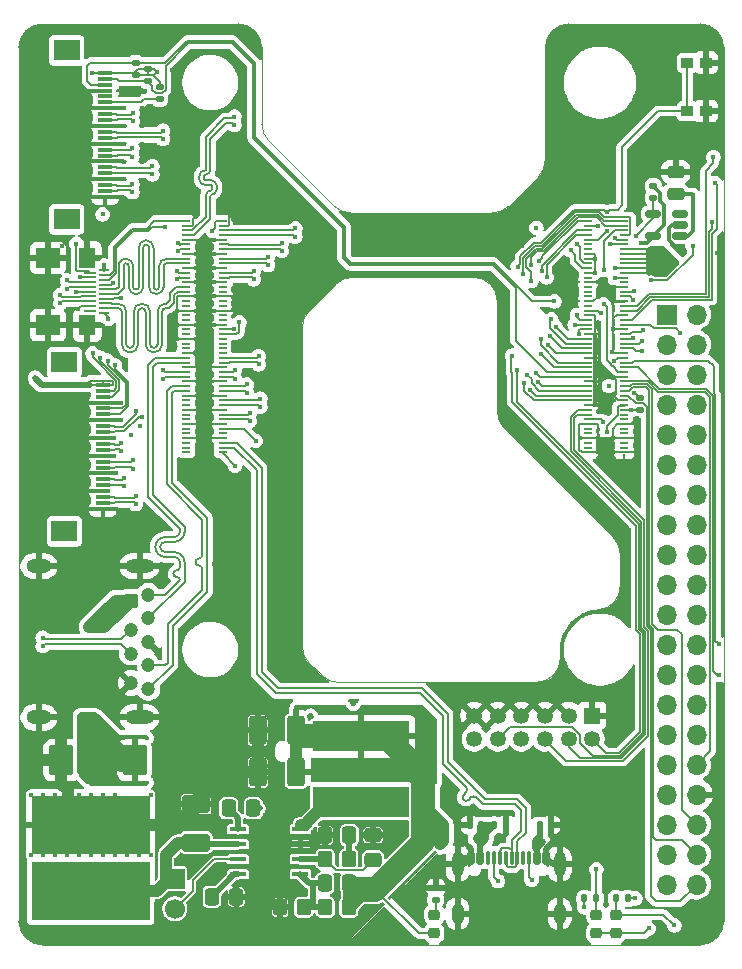
<source format=gbr>
G04 #@! TF.GenerationSoftware,KiCad,Pcbnew,9.0.3*
G04 #@! TF.CreationDate,2026-01-22T19:59:57+01:00*
G04 #@! TF.ProjectId,CM5IO,434d3549-4f2e-46b6-9963-61645f706362,rev?*
G04 #@! TF.SameCoordinates,Original*
G04 #@! TF.FileFunction,Copper,L1,Top*
G04 #@! TF.FilePolarity,Positive*
%FSLAX46Y46*%
G04 Gerber Fmt 4.6, Leading zero omitted, Abs format (unit mm)*
G04 Created by KiCad (PCBNEW 9.0.3) date 2026-01-22 19:59:57*
%MOMM*%
%LPD*%
G01*
G04 APERTURE LIST*
G04 Aperture macros list*
%AMRoundRect*
0 Rectangle with rounded corners*
0 $1 Rounding radius*
0 $2 $3 $4 $5 $6 $7 $8 $9 X,Y pos of 4 corners*
0 Add a 4 corners polygon primitive as box body*
4,1,4,$2,$3,$4,$5,$6,$7,$8,$9,$2,$3,0*
0 Add four circle primitives for the rounded corners*
1,1,$1+$1,$2,$3*
1,1,$1+$1,$4,$5*
1,1,$1+$1,$6,$7*
1,1,$1+$1,$8,$9*
0 Add four rect primitives between the rounded corners*
20,1,$1+$1,$2,$3,$4,$5,0*
20,1,$1+$1,$4,$5,$6,$7,0*
20,1,$1+$1,$6,$7,$8,$9,0*
20,1,$1+$1,$8,$9,$2,$3,0*%
G04 Aperture macros list end*
G04 #@! TA.AperFunction,SMDPad,CuDef*
%ADD10R,0.700000X0.200000*%
G04 #@! TD*
G04 #@! TA.AperFunction,SMDPad,CuDef*
%ADD11RoundRect,0.250000X0.475000X-0.250000X0.475000X0.250000X-0.475000X0.250000X-0.475000X-0.250000X0*%
G04 #@! TD*
G04 #@! TA.AperFunction,SMDPad,CuDef*
%ADD12R,1.300000X0.300000*%
G04 #@! TD*
G04 #@! TA.AperFunction,SMDPad,CuDef*
%ADD13R,2.200000X1.800000*%
G04 #@! TD*
G04 #@! TA.AperFunction,ComponentPad*
%ADD14R,1.700000X1.700000*%
G04 #@! TD*
G04 #@! TA.AperFunction,ComponentPad*
%ADD15O,1.700000X1.700000*%
G04 #@! TD*
G04 #@! TA.AperFunction,SMDPad,CuDef*
%ADD16RoundRect,0.150000X-0.150000X-0.425000X0.150000X-0.425000X0.150000X0.425000X-0.150000X0.425000X0*%
G04 #@! TD*
G04 #@! TA.AperFunction,SMDPad,CuDef*
%ADD17RoundRect,0.075000X-0.075000X-0.500000X0.075000X-0.500000X0.075000X0.500000X-0.075000X0.500000X0*%
G04 #@! TD*
G04 #@! TA.AperFunction,HeatsinkPad*
%ADD18O,1.000000X2.100000*%
G04 #@! TD*
G04 #@! TA.AperFunction,HeatsinkPad*
%ADD19O,1.000000X1.800000*%
G04 #@! TD*
G04 #@! TA.AperFunction,SMDPad,CuDef*
%ADD20R,0.838200X0.228600*%
G04 #@! TD*
G04 #@! TA.AperFunction,SMDPad,CuDef*
%ADD21R,0.990600X0.228600*%
G04 #@! TD*
G04 #@! TA.AperFunction,SMDPad,CuDef*
%ADD22R,1.371600X1.803400*%
G04 #@! TD*
G04 #@! TA.AperFunction,SMDPad,CuDef*
%ADD23R,2.006600X1.701800*%
G04 #@! TD*
G04 #@! TA.AperFunction,SMDPad,CuDef*
%ADD24RoundRect,0.135000X-0.185000X0.135000X-0.185000X-0.135000X0.185000X-0.135000X0.185000X0.135000X0*%
G04 #@! TD*
G04 #@! TA.AperFunction,SMDPad,CuDef*
%ADD25RoundRect,0.135000X0.185000X-0.135000X0.185000X0.135000X-0.185000X0.135000X-0.185000X-0.135000X0*%
G04 #@! TD*
G04 #@! TA.AperFunction,SMDPad,CuDef*
%ADD26RoundRect,0.135000X-0.135000X-0.185000X0.135000X-0.185000X0.135000X0.185000X-0.135000X0.185000X0*%
G04 #@! TD*
G04 #@! TA.AperFunction,SMDPad,CuDef*
%ADD27RoundRect,0.250000X-0.337500X-0.475000X0.337500X-0.475000X0.337500X0.475000X-0.337500X0.475000X0*%
G04 #@! TD*
G04 #@! TA.AperFunction,ComponentPad*
%ADD28RoundRect,0.250000X-0.350000X0.350000X-0.350000X-0.350000X0.350000X-0.350000X0.350000X0.350000X0*%
G04 #@! TD*
G04 #@! TA.AperFunction,ComponentPad*
%ADD29C,1.200000*%
G04 #@! TD*
G04 #@! TA.AperFunction,ComponentPad*
%ADD30O,2.400000X1.200000*%
G04 #@! TD*
G04 #@! TA.AperFunction,ComponentPad*
%ADD31O,2.100000X1.200000*%
G04 #@! TD*
G04 #@! TA.AperFunction,SMDPad,CuDef*
%ADD32RoundRect,0.250000X0.787500X1.025000X-0.787500X1.025000X-0.787500X-1.025000X0.787500X-1.025000X0*%
G04 #@! TD*
G04 #@! TA.AperFunction,SMDPad,CuDef*
%ADD33RoundRect,0.218750X-0.256250X0.218750X-0.256250X-0.218750X0.256250X-0.218750X0.256250X0.218750X0*%
G04 #@! TD*
G04 #@! TA.AperFunction,SMDPad,CuDef*
%ADD34R,8.200000X2.600000*%
G04 #@! TD*
G04 #@! TA.AperFunction,SMDPad,CuDef*
%ADD35R,10.000000X5.000000*%
G04 #@! TD*
G04 #@! TA.AperFunction,SMDPad,CuDef*
%ADD36RoundRect,0.140000X-0.140000X-0.170000X0.140000X-0.170000X0.140000X0.170000X-0.140000X0.170000X0*%
G04 #@! TD*
G04 #@! TA.AperFunction,SMDPad,CuDef*
%ADD37RoundRect,0.250000X0.337500X0.475000X-0.337500X0.475000X-0.337500X-0.475000X0.337500X-0.475000X0*%
G04 #@! TD*
G04 #@! TA.AperFunction,SMDPad,CuDef*
%ADD38RoundRect,0.250000X0.350000X0.450000X-0.350000X0.450000X-0.350000X-0.450000X0.350000X-0.450000X0*%
G04 #@! TD*
G04 #@! TA.AperFunction,SMDPad,CuDef*
%ADD39RoundRect,0.250000X-0.350000X-0.450000X0.350000X-0.450000X0.350000X0.450000X-0.350000X0.450000X0*%
G04 #@! TD*
G04 #@! TA.AperFunction,SMDPad,CuDef*
%ADD40RoundRect,0.250001X0.507499X0.944999X-0.507499X0.944999X-0.507499X-0.944999X0.507499X-0.944999X0*%
G04 #@! TD*
G04 #@! TA.AperFunction,SMDPad,CuDef*
%ADD41RoundRect,0.250001X0.944999X-0.507499X0.944999X0.507499X-0.944999X0.507499X-0.944999X-0.507499X0*%
G04 #@! TD*
G04 #@! TA.AperFunction,SMDPad,CuDef*
%ADD42RoundRect,0.140000X0.140000X0.170000X-0.140000X0.170000X-0.140000X-0.170000X0.140000X-0.170000X0*%
G04 #@! TD*
G04 #@! TA.AperFunction,ComponentPad*
%ADD43R,1.350000X1.350000*%
G04 #@! TD*
G04 #@! TA.AperFunction,ComponentPad*
%ADD44C,1.350000*%
G04 #@! TD*
G04 #@! TA.AperFunction,SMDPad,CuDef*
%ADD45R,1.000000X0.900000*%
G04 #@! TD*
G04 #@! TA.AperFunction,SMDPad,CuDef*
%ADD46RoundRect,0.250000X0.475000X-0.337500X0.475000X0.337500X-0.475000X0.337500X-0.475000X-0.337500X0*%
G04 #@! TD*
G04 #@! TA.AperFunction,SMDPad,CuDef*
%ADD47RoundRect,0.150000X0.512500X0.150000X-0.512500X0.150000X-0.512500X-0.150000X0.512500X-0.150000X0*%
G04 #@! TD*
G04 #@! TA.AperFunction,SMDPad,CuDef*
%ADD48R,1.422400X0.457200*%
G04 #@! TD*
G04 #@! TA.AperFunction,SMDPad,CuDef*
%ADD49R,2.413000X3.048000*%
G04 #@! TD*
G04 #@! TA.AperFunction,ComponentPad*
%ADD50C,1.700000*%
G04 #@! TD*
G04 #@! TA.AperFunction,SMDPad,CuDef*
%ADD51RoundRect,0.135000X0.135000X0.185000X-0.135000X0.185000X-0.135000X-0.185000X0.135000X-0.185000X0*%
G04 #@! TD*
G04 #@! TA.AperFunction,ComponentPad*
%ADD52R,3.000000X3.000000*%
G04 #@! TD*
G04 #@! TA.AperFunction,ComponentPad*
%ADD53C,3.000000*%
G04 #@! TD*
G04 #@! TA.AperFunction,ViaPad*
%ADD54C,0.450000*%
G04 #@! TD*
G04 #@! TA.AperFunction,Conductor*
%ADD55C,0.130000*%
G04 #@! TD*
G04 #@! TA.AperFunction,Conductor*
%ADD56C,0.200000*%
G04 #@! TD*
G04 #@! TA.AperFunction,Conductor*
%ADD57C,0.132800*%
G04 #@! TD*
G04 #@! TA.AperFunction,Conductor*
%ADD58C,0.167600*%
G04 #@! TD*
G04 #@! TA.AperFunction,Conductor*
%ADD59C,0.300000*%
G04 #@! TD*
G04 #@! TA.AperFunction,Conductor*
%ADD60C,1.000000*%
G04 #@! TD*
G04 #@! TA.AperFunction,Conductor*
%ADD61C,0.500000*%
G04 #@! TD*
G04 #@! TA.AperFunction,Conductor*
%ADD62C,0.230000*%
G04 #@! TD*
G04 #@! TA.AperFunction,Conductor*
%ADD63C,2.000000*%
G04 #@! TD*
G04 #@! TA.AperFunction,Profile*
%ADD64C,0.050000*%
G04 #@! TD*
G04 APERTURE END LIST*
D10*
X197540000Y-104800000D03*
X194460000Y-104800000D03*
X197540000Y-104400000D03*
X194460000Y-104400000D03*
X197540000Y-104000000D03*
X194460000Y-104000000D03*
X197540000Y-103600000D03*
X194460000Y-103600000D03*
X197540000Y-103200000D03*
X194460000Y-103200000D03*
X197540000Y-102800000D03*
X194460000Y-102800000D03*
X197540000Y-102400000D03*
X194460000Y-102400000D03*
X197540000Y-102000000D03*
X194460000Y-102000000D03*
X197540000Y-101600000D03*
X194460000Y-101600000D03*
X197540000Y-101200000D03*
X194460000Y-101200000D03*
X197540000Y-100800000D03*
X194460000Y-100800000D03*
X197540000Y-100400000D03*
X194460000Y-100400000D03*
X197540000Y-100000000D03*
X194460000Y-100000000D03*
X197540000Y-99600000D03*
X194460000Y-99600000D03*
X197540000Y-99200000D03*
X194460000Y-99200000D03*
X197540000Y-98800000D03*
X194460000Y-98800000D03*
X197540000Y-98400000D03*
X194460000Y-98400000D03*
X197540000Y-98000000D03*
X194460000Y-98000000D03*
X197540000Y-97600000D03*
X194460000Y-97600000D03*
X197540000Y-97200000D03*
X194460000Y-97200000D03*
X197540000Y-96800000D03*
X194460000Y-96800000D03*
X197540000Y-96400000D03*
X194460000Y-96400000D03*
X197540000Y-96000000D03*
X194460000Y-96000000D03*
X197540000Y-95600000D03*
X194460000Y-95600000D03*
X197540000Y-95200000D03*
X194460000Y-95200000D03*
X197540000Y-94800000D03*
X194460000Y-94800000D03*
X197540000Y-94400000D03*
X194460000Y-94400000D03*
X197540000Y-94000000D03*
X194460000Y-94000000D03*
X197540000Y-93600000D03*
X194460000Y-93600000D03*
X197540000Y-93200000D03*
X194460000Y-93200000D03*
X197540000Y-92800000D03*
X194460000Y-92800000D03*
X197540000Y-92400000D03*
X194460000Y-92400000D03*
X197540000Y-92000000D03*
X194460000Y-92000000D03*
X197540000Y-91600000D03*
X194460000Y-91600000D03*
X197540000Y-91200000D03*
X194460000Y-91200000D03*
X197540000Y-90800000D03*
X194460000Y-90800000D03*
X197540000Y-90400000D03*
X194460000Y-90400000D03*
X197540000Y-90000000D03*
X194460000Y-90000000D03*
X197540000Y-89600000D03*
X194460000Y-89600000D03*
X197540000Y-89200000D03*
X194460000Y-89200000D03*
X197540000Y-88800000D03*
X194460000Y-88800000D03*
X197540000Y-88400000D03*
X194460000Y-88400000D03*
X197540000Y-88000000D03*
X194460000Y-88000000D03*
X197540000Y-87600000D03*
X194460000Y-87600000D03*
X197540000Y-87200000D03*
X194460000Y-87200000D03*
X197540000Y-86800000D03*
X194460000Y-86800000D03*
X197540000Y-86400000D03*
X194460000Y-86400000D03*
X197540000Y-86000000D03*
X194460000Y-86000000D03*
X197540000Y-85600000D03*
X194460000Y-85600000D03*
X197540000Y-85200000D03*
X194460000Y-85200000D03*
X163540000Y-104800000D03*
X160460000Y-104800000D03*
X163540000Y-104400000D03*
X160460000Y-104400000D03*
X163540000Y-104000000D03*
X160460000Y-104000000D03*
X163540000Y-103600000D03*
X160460000Y-103600000D03*
X163540000Y-103200000D03*
X160460000Y-103200000D03*
X163540000Y-102800000D03*
X160460000Y-102800000D03*
X163540000Y-102400000D03*
X160460000Y-102400000D03*
X163540000Y-102000000D03*
X160460000Y-102000000D03*
X163540000Y-101600000D03*
X160460000Y-101600000D03*
X163540000Y-101200000D03*
X160460000Y-101200000D03*
X163540000Y-100800000D03*
X160460000Y-100800000D03*
X163540000Y-100400000D03*
X160460000Y-100400000D03*
X163540000Y-100000000D03*
X160460000Y-100000000D03*
X163540000Y-99600000D03*
X160460000Y-99600000D03*
X163540000Y-99200000D03*
X160460000Y-99200000D03*
X163540000Y-98800000D03*
X160460000Y-98800000D03*
X163540000Y-98400000D03*
X160460000Y-98400000D03*
X163540000Y-98000000D03*
X160460000Y-98000000D03*
X163540000Y-97600000D03*
X160460000Y-97600000D03*
X163540000Y-97200000D03*
X160460000Y-97200000D03*
X163540000Y-96800000D03*
X160460000Y-96800000D03*
X163540000Y-96400000D03*
X160460000Y-96400000D03*
X163540000Y-96000000D03*
X160460000Y-96000000D03*
X163540000Y-95600000D03*
X160460000Y-95600000D03*
X163540000Y-95200000D03*
X160460000Y-95200000D03*
X163540000Y-94800000D03*
X160460000Y-94800000D03*
X163540000Y-94400000D03*
X160460000Y-94400000D03*
X163540000Y-94000000D03*
X160460000Y-94000000D03*
X163540000Y-93600000D03*
X160460000Y-93600000D03*
X163540000Y-93200000D03*
X160460000Y-93200000D03*
X163540000Y-92800000D03*
X160460000Y-92800000D03*
X163540000Y-92400000D03*
X160460000Y-92400000D03*
X163540000Y-92000000D03*
X160460000Y-92000000D03*
X163540000Y-91600000D03*
X160460000Y-91600000D03*
X163540000Y-91200000D03*
X160460000Y-91200000D03*
X163540000Y-90800000D03*
X160460000Y-90800000D03*
X163540000Y-90400000D03*
X160460000Y-90400000D03*
X163540000Y-90000000D03*
X160460000Y-90000000D03*
X163540000Y-89600000D03*
X160460000Y-89600000D03*
X163540000Y-89200000D03*
X160460000Y-89200000D03*
X163540000Y-88800000D03*
X160460000Y-88800000D03*
X163540000Y-88400000D03*
X160460000Y-88400000D03*
X163540000Y-88000000D03*
X160460000Y-88000000D03*
X163540000Y-87600000D03*
X160460000Y-87600000D03*
X163540000Y-87200000D03*
X160460000Y-87200000D03*
X163540000Y-86800000D03*
X160460000Y-86800000D03*
X163540000Y-86400000D03*
X160460000Y-86400000D03*
X163540000Y-86000000D03*
X160460000Y-86000000D03*
X163540000Y-85600000D03*
X160460000Y-85600000D03*
X163540000Y-85200000D03*
X160460000Y-85200000D03*
D11*
X201912000Y-82936000D03*
X201912000Y-81036000D03*
D12*
X153404000Y-109588000D03*
X153404000Y-109088000D03*
X153404000Y-108588000D03*
X153404000Y-108088000D03*
X153404000Y-107588000D03*
X153404000Y-107088000D03*
X153404000Y-106588000D03*
X153404000Y-106088000D03*
X153404000Y-105588000D03*
X153404000Y-105088000D03*
X153404000Y-104588000D03*
X153404000Y-104088000D03*
X153404000Y-103588000D03*
X153404000Y-103088000D03*
X153404000Y-102588000D03*
X153404000Y-102088000D03*
X153404000Y-101588000D03*
X153404000Y-101088000D03*
X153404000Y-100588000D03*
X153404000Y-100088000D03*
X153404000Y-99588000D03*
X153404000Y-99088000D03*
D13*
X150154000Y-97188000D03*
X150154000Y-111488000D03*
D12*
X153600000Y-83172000D03*
X153600000Y-82672000D03*
X153600000Y-82172000D03*
X153600000Y-81672000D03*
X153600000Y-81172000D03*
X153600000Y-80672000D03*
X153600000Y-80172000D03*
X153600000Y-79672000D03*
X153600000Y-79172000D03*
X153600000Y-78672000D03*
X153600000Y-78172000D03*
X153600000Y-77672000D03*
X153600000Y-77172000D03*
X153600000Y-76672000D03*
X153600000Y-76172000D03*
X153600000Y-75672000D03*
X153600000Y-75172000D03*
X153600000Y-74672000D03*
X153600000Y-74172000D03*
X153600000Y-73672000D03*
X153600000Y-73172000D03*
X153600000Y-72672000D03*
D13*
X150350000Y-70772000D03*
X150350000Y-85072000D03*
D14*
X201150000Y-93162000D03*
D15*
X203690000Y-93162000D03*
X201150000Y-95702000D03*
X203690000Y-95702000D03*
X201150000Y-98242000D03*
X203690000Y-98242000D03*
X201150000Y-100782000D03*
X203690000Y-100782000D03*
X201150000Y-103322000D03*
X203690000Y-103322000D03*
X201150000Y-105862000D03*
X203690000Y-105862000D03*
X201150000Y-108402000D03*
X203690000Y-108402000D03*
X201150000Y-110942000D03*
X203690000Y-110942000D03*
X201150000Y-113482000D03*
X203690000Y-113482000D03*
X201150000Y-116022000D03*
X203690000Y-116022000D03*
X201150000Y-118562000D03*
X203690000Y-118562000D03*
X201150000Y-121102000D03*
X203690000Y-121102000D03*
X201150000Y-123642000D03*
X203690000Y-123642000D03*
X201150000Y-126182000D03*
X203690000Y-126182000D03*
X201150000Y-128722000D03*
X203690000Y-128722000D03*
X201150000Y-131262000D03*
X203690000Y-131262000D03*
X201150000Y-133802000D03*
X203690000Y-133802000D03*
X201150000Y-136342000D03*
X203690000Y-136342000D03*
X201150000Y-138882000D03*
X203690000Y-138882000D03*
X201150000Y-141422000D03*
X203690000Y-141422000D03*
D16*
X184561000Y-139113000D03*
X185361000Y-139113000D03*
D17*
X186511000Y-139113000D03*
X187511000Y-139113000D03*
X188011000Y-139113000D03*
X189011000Y-139113000D03*
D16*
X190161000Y-139113000D03*
X190961000Y-139113000D03*
X190961000Y-139113000D03*
X190161000Y-139113000D03*
D17*
X189511000Y-139113000D03*
X188511000Y-139113000D03*
X187011000Y-139113000D03*
X186011000Y-139113000D03*
D16*
X185361000Y-139113000D03*
X184561000Y-139113000D03*
D18*
X183441000Y-139688000D03*
D19*
X183441000Y-143868000D03*
D18*
X192081000Y-139688000D03*
D19*
X192081000Y-143868000D03*
D20*
X153517499Y-92994499D03*
D21*
X152292498Y-92794499D03*
D20*
X153517499Y-92594500D03*
D21*
X152292498Y-92394500D03*
D20*
X153517499Y-92194501D03*
D21*
X152292498Y-91994501D03*
D20*
X153517499Y-91794499D03*
D21*
X152292498Y-91594499D03*
D20*
X153517499Y-91394500D03*
D21*
X152292498Y-91194500D03*
D20*
X153517499Y-90994500D03*
D21*
X152292498Y-90794501D03*
D20*
X153517499Y-90594501D03*
D21*
X152292498Y-90394499D03*
D20*
X153517499Y-90194499D03*
D21*
X152292498Y-89994500D03*
D20*
X153517499Y-89794500D03*
D21*
X152292498Y-89594501D03*
D20*
X153517499Y-89394501D03*
D22*
X152102498Y-88344498D03*
D23*
X148742500Y-88344498D03*
D22*
X152102498Y-94044502D03*
D23*
X148742500Y-94044502D03*
D24*
X157208000Y-72332000D03*
X157208000Y-73352000D03*
D25*
X156192000Y-72844000D03*
X156192000Y-71824000D03*
D24*
X158224000Y-73856000D03*
X158224000Y-74876000D03*
D26*
X186543000Y-136342000D03*
X187563000Y-136342000D03*
D27*
X164068000Y-134945000D03*
X166143000Y-134945000D03*
D28*
X155762000Y-117348000D03*
D29*
X155762000Y-119848000D03*
X155762000Y-121848000D03*
X155762000Y-124348000D03*
X157262000Y-124848000D03*
X157262000Y-122848000D03*
X157262000Y-120848000D03*
X157262000Y-118848000D03*
X157262000Y-116848000D03*
D30*
X156512000Y-114448000D03*
D31*
X148012000Y-114448000D03*
D30*
X156512000Y-127248000D03*
D31*
X148012000Y-127248000D03*
D32*
X156129500Y-130881000D03*
X149904500Y-130881000D03*
D33*
X181465000Y-143936500D03*
X181465000Y-145511500D03*
D34*
X175265500Y-134443000D03*
X175265500Y-128843000D03*
D35*
X152382000Y-136342000D03*
D36*
X190383000Y-136342000D03*
X191343000Y-136342000D03*
D35*
X152382000Y-141930000D03*
D37*
X164722500Y-142438000D03*
X162647500Y-142438000D03*
X174271000Y-137231000D03*
X172196000Y-137231000D03*
D24*
X198889400Y-100195801D03*
X198889400Y-101215799D03*
D38*
X170423500Y-143327000D03*
X168423500Y-143327000D03*
D39*
X172233500Y-139263000D03*
X174233500Y-139263000D03*
D38*
X174233500Y-143327000D03*
X172233500Y-143327000D03*
D40*
X169781000Y-128341000D03*
X166526000Y-128341000D03*
D37*
X174271000Y-141295000D03*
X172196000Y-141295000D03*
D25*
X181592000Y-142694000D03*
X181592000Y-141674000D03*
D41*
X161295500Y-137842500D03*
X161295500Y-134587500D03*
D42*
X185461000Y-136342000D03*
X184501000Y-136342000D03*
D24*
X200007000Y-82238000D03*
X200007000Y-83258000D03*
D43*
X194847000Y-127087000D03*
D44*
X194847000Y-129087000D03*
X192847000Y-127087000D03*
X192847000Y-129087000D03*
X190847000Y-127087000D03*
X190847000Y-129087000D03*
X188847000Y-127087000D03*
X188847000Y-129087000D03*
X186847000Y-127087000D03*
X186847000Y-129087000D03*
X184847000Y-127087000D03*
X184847000Y-129087000D03*
D45*
X202890000Y-75908000D03*
X202890000Y-71808000D03*
X204490000Y-75908000D03*
X204490000Y-71808000D03*
D40*
X169781000Y-131897000D03*
X166526000Y-131897000D03*
D46*
X176281500Y-139284500D03*
X176281500Y-137209500D03*
D47*
X202287500Y-86492000D03*
X202287500Y-85542000D03*
X202287500Y-84592000D03*
X200012500Y-84592000D03*
X200012500Y-86492000D03*
D33*
X195181000Y-143936500D03*
X195181000Y-145511500D03*
X196832000Y-143936500D03*
X196832000Y-145511500D03*
D48*
X164851500Y-136723000D03*
X164851500Y-137993000D03*
X164851500Y-139263000D03*
X164851500Y-140533000D03*
X170134700Y-140533000D03*
X170134700Y-139263000D03*
X170134700Y-137993000D03*
X170134700Y-136723000D03*
D49*
X167493100Y-138628000D03*
D14*
X159494000Y-140914000D03*
D50*
X159494000Y-143454000D03*
D26*
X196830000Y-142565000D03*
X197850000Y-142565000D03*
D51*
X195183000Y-142565000D03*
X194163000Y-142565000D03*
D52*
X150477000Y-141676000D03*
D53*
X150477000Y-136596000D03*
D54*
X155963400Y-76773500D03*
X155963400Y-76070500D03*
X156700000Y-74172000D03*
X165361400Y-76728200D03*
X191015400Y-92730200D03*
X192539400Y-93238200D03*
X198737000Y-85288000D03*
X196578000Y-94400000D03*
X169704800Y-86551500D03*
X169704800Y-85848500D03*
X157589000Y-81273500D03*
X157589000Y-80570500D03*
X167393400Y-88951500D03*
X167393400Y-88248500D03*
X168561800Y-87751500D03*
X168561800Y-87048500D03*
X166182143Y-90151500D03*
X166182143Y-89448500D03*
X164548600Y-77079700D03*
X164548600Y-76376700D03*
X155912600Y-82070500D03*
X155912600Y-82773500D03*
X155912600Y-79070500D03*
X155912600Y-79773500D03*
X158503400Y-77570500D03*
X158503400Y-78273500D03*
X152026400Y-86761200D03*
X154439400Y-97429200D03*
X153804400Y-97048200D03*
X153169400Y-96794200D03*
X152534400Y-96413200D03*
X159742160Y-87048500D03*
X159742160Y-87751500D03*
X165056600Y-107462200D03*
X167139400Y-105176200D03*
X164599400Y-105938200D03*
X153517499Y-88978501D03*
X186457601Y-90258001D03*
X155176000Y-83256000D03*
X161297400Y-84805400D03*
X192333000Y-136316000D03*
X182190401Y-139686401D03*
X159700000Y-94000000D03*
X148826000Y-121864000D03*
X167495000Y-136977000D03*
X168257000Y-138247000D03*
X166733000Y-102814000D03*
X187561000Y-135453000D03*
X151492559Y-89976970D03*
X167495000Y-130373000D03*
X156446000Y-138882000D03*
X165717000Y-97988000D03*
X157462000Y-136342000D03*
X167493100Y-138628000D03*
X162796000Y-92800000D03*
X205595000Y-91511000D03*
X154337800Y-105088000D03*
X195104800Y-100800000D03*
X197467000Y-118689000D03*
X152330000Y-75672000D03*
X167495000Y-127325000D03*
X149881601Y-145477601D03*
X167495000Y-128341000D03*
X153804400Y-124353200D03*
X166733000Y-142057000D03*
X164447000Y-127325000D03*
X164447000Y-131389000D03*
X157462000Y-138882000D03*
X150350000Y-133802000D03*
X163431000Y-84399000D03*
X154555201Y-106564801D03*
X152330000Y-77172000D03*
X152116801Y-95642801D03*
X167495000Y-129357000D03*
X165971000Y-141041000D03*
X166391601Y-99452801D03*
X152128000Y-105088000D03*
X196578000Y-98400000D03*
X195104800Y-96800000D03*
X192971200Y-91511000D03*
X151175963Y-91208800D03*
X152194000Y-116276000D03*
X165969100Y-138628000D03*
X152128000Y-102088000D03*
X166036001Y-69988801D03*
X170543000Y-134945000D03*
X165969100Y-139517000D03*
X174621201Y-126072001D03*
X151366000Y-138882000D03*
X202166000Y-87574000D03*
X162796000Y-94000000D03*
X155774401Y-103313601D03*
X164447000Y-132405000D03*
X192960001Y-89546801D03*
X165463000Y-127325000D03*
X158960600Y-111323000D03*
X162796000Y-90400000D03*
X159011400Y-114320200D03*
X162034000Y-101671000D03*
X162923000Y-111424600D03*
X166733000Y-138247000D03*
X178823400Y-136875400D03*
X152330000Y-81672000D03*
X168257000Y-139009000D03*
X170593800Y-83738600D03*
X159381201Y-75221201D03*
X152330000Y-74172000D03*
X155176000Y-75672000D03*
X169577800Y-82722600D03*
X162288000Y-118054000D03*
X205442600Y-87904200D03*
X162796000Y-91600000D03*
X162034000Y-99385000D03*
X205456801Y-80910801D03*
X164447000Y-92781000D03*
X171813000Y-145486000D03*
X161565601Y-145223601D03*
X165463000Y-131389000D03*
X148191000Y-130881000D03*
X164447000Y-130373000D03*
X169019000Y-142565000D03*
X148713201Y-95592001D03*
X204491601Y-70547601D03*
X184349500Y-138156500D03*
X151112000Y-116276000D03*
X196566801Y-81266401D03*
X168257000Y-137485000D03*
X177274000Y-86558000D03*
X162796000Y-88000000D03*
X155176000Y-80208000D03*
X153437601Y-94068001D03*
X154414000Y-84272000D03*
X167368000Y-99639000D03*
X148318000Y-133802000D03*
X182608000Y-125166000D03*
X153398000Y-133802000D03*
X198508400Y-141498200D03*
X177299400Y-143784200D03*
X149969000Y-87320000D03*
X183446200Y-135910200D03*
X167495000Y-134437000D03*
X195308000Y-90400000D03*
X156700000Y-80208000D03*
X151289800Y-92679400D03*
X171609800Y-84754600D03*
X190166001Y-91206200D03*
X168638000Y-90622000D03*
X179306000Y-86558000D03*
X195308000Y-104800000D03*
X167495000Y-141041000D03*
X167495000Y-131389000D03*
X162632401Y-95033201D03*
X171014401Y-127088001D03*
X149334000Y-133802000D03*
X167545800Y-80690600D03*
X194165000Y-109037000D03*
X152382000Y-138882000D03*
X169654000Y-89606000D03*
X191950000Y-76800000D03*
X166733000Y-141295000D03*
X167368000Y-97988000D03*
X148318000Y-138882000D03*
X156700000Y-78684000D03*
X161266000Y-95200000D03*
X196679600Y-100070800D03*
X147302000Y-138882000D03*
X167495000Y-141803000D03*
X164447000Y-91638000D03*
X168511000Y-132913000D03*
X187307000Y-142311000D03*
X161272000Y-94000000D03*
X203436000Y-80970000D03*
X199056001Y-70547601D03*
X155176000Y-77172000D03*
X162796000Y-86800000D03*
X170670000Y-88590000D03*
X167495000Y-133421000D03*
X198090801Y-81266401D03*
X202866001Y-78726401D03*
X161272000Y-91600000D03*
X191317000Y-135300000D03*
X152330000Y-78672000D03*
X165971000Y-137739000D03*
X169019000Y-141041000D03*
X154414000Y-138882000D03*
X166529800Y-79674600D03*
X152330000Y-83172000D03*
X154337800Y-103588000D03*
X198635400Y-101925000D03*
X203475601Y-143242401D03*
X151366000Y-133802000D03*
X167368000Y-95956000D03*
X168511000Y-134945000D03*
X196705000Y-90800000D03*
X165971000Y-140279000D03*
X181338000Y-86558000D03*
X169527000Y-134437000D03*
X183446200Y-135300600D03*
X149904500Y-129103000D03*
X165971000Y-136215000D03*
X190101000Y-104973000D03*
X148597400Y-77871200D03*
X151112000Y-117292000D03*
X187942000Y-101798000D03*
X156700000Y-75636000D03*
X164447000Y-128341000D03*
X152128000Y-108088000D03*
X166072600Y-94559000D03*
X192452001Y-124040001D03*
X195308000Y-91638000D03*
X198610000Y-104800000D03*
X156700000Y-77160000D03*
X165971000Y-141803000D03*
X167495000Y-140279000D03*
X159700000Y-95200000D03*
X193366401Y-139686401D03*
X170543000Y-133929000D03*
X164091400Y-111424600D03*
X154414000Y-133802000D03*
X162034000Y-103957000D03*
X152128000Y-100588000D03*
X196832000Y-110942000D03*
X167368000Y-101671000D03*
X196516001Y-131710801D03*
X154922505Y-91750594D03*
X154922000Y-102052000D03*
X152382000Y-133802000D03*
X197492400Y-140355200D03*
X147302000Y-136342000D03*
X168511000Y-133929000D03*
X167306001Y-93306001D03*
X166733000Y-140533000D03*
X201037201Y-78726401D03*
X168257000Y-140533000D03*
X191334401Y-81266401D03*
X169019000Y-126182000D03*
X171686000Y-87574000D03*
X195308000Y-103600000D03*
X157410000Y-71100000D03*
X148826000Y-119832000D03*
X153398000Y-138882000D03*
X169527000Y-135453000D03*
X150629400Y-124353200D03*
X149904500Y-132659000D03*
X155176000Y-74172000D03*
X165463000Y-133421000D03*
X168257000Y-136723000D03*
X184894000Y-135326000D03*
X166733000Y-136723000D03*
X162821400Y-114218600D03*
X188881800Y-87294600D03*
X168257000Y-142057000D03*
X167495000Y-132405000D03*
X166733000Y-139009000D03*
X196578000Y-104800000D03*
X161272000Y-92800000D03*
X155430000Y-138882000D03*
X165463000Y-132405000D03*
X196578000Y-103600000D03*
X161272000Y-88000000D03*
X156536401Y-102602401D03*
X162796000Y-89200000D03*
X165971000Y-136977000D03*
X149334000Y-138882000D03*
X154236200Y-90495000D03*
X152269201Y-70700001D03*
X148008000Y-112800000D03*
X166479000Y-133421000D03*
X167368000Y-96972000D03*
X161272000Y-89200000D03*
X156841201Y-109765201D03*
X155176000Y-78684000D03*
X165463000Y-128341000D03*
X168257000Y-139771000D03*
X154922000Y-100588000D03*
X152330000Y-80172000D03*
X178823400Y-136316600D03*
X182481000Y-132532000D03*
X147200400Y-76728200D03*
X182608000Y-141676000D03*
X161399000Y-133421000D03*
X147556000Y-120848000D03*
X169019000Y-141803000D03*
X157462000Y-133802000D03*
X192133000Y-107005000D03*
X152128000Y-103588000D03*
X178315400Y-142514200D03*
X154922000Y-109926000D03*
X195308000Y-85600000D03*
X147810000Y-121864000D03*
X162415000Y-133421000D03*
X163431000Y-133421000D03*
X155176000Y-81672000D03*
X156446000Y-84272000D03*
X160383000Y-133421000D03*
X166606000Y-101798000D03*
X147600000Y-117300000D03*
X191029601Y-85025601D03*
X161272000Y-90400000D03*
X159700000Y-92798001D03*
X150350000Y-138882000D03*
X166733000Y-137485000D03*
X148191000Y-86431000D03*
X165463000Y-129357000D03*
X156700000Y-83256000D03*
X191639201Y-137705201D03*
X148510001Y-70700001D03*
X147810000Y-119832000D03*
X159279601Y-72427201D03*
X167622000Y-91638000D03*
X185656000Y-132786000D03*
X147302000Y-133802000D03*
X162034000Y-106370000D03*
X156700000Y-81732000D03*
X175242000Y-86558000D03*
X196501800Y-96337000D03*
X195104800Y-98796776D03*
X168257000Y-141295000D03*
X152128000Y-106588000D03*
X152128000Y-109588000D03*
X191625000Y-89402800D03*
X165513800Y-78658600D03*
X166733000Y-139771000D03*
X192350000Y-75900000D03*
X165463000Y-130373000D03*
X193771999Y-103588001D03*
X168561800Y-81706600D03*
X164447000Y-133421000D03*
X151112000Y-115260000D03*
X167495000Y-137739000D03*
X167493100Y-139517000D03*
X196465201Y-129577201D03*
X154481000Y-118629000D03*
X152763000Y-119070000D03*
X153207500Y-118625500D03*
X153398000Y-132532000D03*
X151874000Y-127452000D03*
X152573500Y-127960000D03*
X151874000Y-128214000D03*
X153398000Y-131770000D03*
X152318500Y-119514500D03*
X152128000Y-131770000D03*
X154036500Y-119073500D03*
X152573500Y-128976000D03*
X153652000Y-119578000D03*
X201912000Y-82936000D03*
X203343000Y-83002000D03*
X201785000Y-144851000D03*
X195181000Y-140092801D03*
X188043600Y-96616400D03*
X188983400Y-89682200D03*
X195054000Y-88400000D03*
X198965600Y-87066000D03*
X199626000Y-145105000D03*
X198406800Y-99740600D03*
X152509000Y-72715000D03*
X147683000Y-98496000D03*
X190101000Y-85796000D03*
X157970000Y-72588000D03*
X195054000Y-89606000D03*
X188475400Y-97810200D03*
X189694600Y-90291800D03*
X196070000Y-86050000D03*
X196085644Y-84478356D03*
X188526200Y-89072600D03*
X196324000Y-87193000D03*
X196806600Y-86634200D03*
X196247800Y-99181800D03*
X199753000Y-89200000D03*
X181838000Y-135707000D03*
X200516000Y-88716000D03*
X169781000Y-130119000D03*
X201404000Y-88209000D03*
X199708000Y-88508000D03*
X190661000Y-137768000D03*
X181188000Y-135349000D03*
X180957000Y-137993000D03*
X190461000Y-137168000D03*
X201008500Y-89591500D03*
X200515000Y-89200000D03*
X199753000Y-87600000D03*
X181973000Y-136977000D03*
X185361000Y-137068000D03*
X181338000Y-137485000D03*
X181973000Y-137993000D03*
X189961000Y-137668000D03*
X200832500Y-87637500D03*
X200134000Y-89600000D03*
X181211000Y-136469000D03*
X200500000Y-88209000D03*
X182227000Y-136469000D03*
X201389500Y-89210500D03*
X184961000Y-137568000D03*
X180680000Y-137000000D03*
X153398000Y-84653000D03*
X180530000Y-135961000D03*
X196778222Y-89199600D03*
X181846000Y-137485000D03*
X180530000Y-133929000D03*
X185861000Y-137568000D03*
X180530000Y-134945000D03*
X156192000Y-109189500D03*
X165844000Y-102149500D03*
X156192000Y-108486500D03*
X165844000Y-101446500D03*
X166733000Y-100951500D03*
X155176000Y-107689500D03*
X166733000Y-100248500D03*
X155176000Y-106986500D03*
X155938000Y-106189500D03*
X165590000Y-99751500D03*
X165590000Y-99048500D03*
X155938000Y-105486500D03*
X164586414Y-98551500D03*
X154964892Y-104689500D03*
X164586414Y-97848500D03*
X154964892Y-103986500D03*
X156694548Y-101792548D03*
X166606000Y-97351500D03*
X166606000Y-96648500D03*
X156197452Y-101295452D03*
X189694600Y-88971000D03*
X190355000Y-88590000D03*
X193022000Y-87701000D03*
X193555400Y-87193000D03*
X198330600Y-91866600D03*
X205087000Y-79798000D03*
X205214000Y-81986000D03*
X195562000Y-93035000D03*
X203343000Y-87320000D03*
X199803800Y-90241000D03*
X204960000Y-85288000D03*
X198356000Y-91130000D03*
X193555400Y-93162000D03*
X193352000Y-94000000D03*
X193757998Y-94762200D03*
X202293000Y-94660600D03*
X199143400Y-94457400D03*
X191752000Y-94178000D03*
X198330600Y-95117800D03*
X191371000Y-93543000D03*
X191244000Y-94940000D03*
X199041800Y-95371800D03*
X199094202Y-96186202D03*
X191117000Y-95702000D03*
X190482000Y-95194000D03*
X196725450Y-97078550D03*
X190482000Y-96464000D03*
X205544200Y-121025800D03*
X205595000Y-123642000D03*
X190101000Y-98115000D03*
X190228000Y-98877000D03*
X189339000Y-98242000D03*
X189593000Y-99512000D03*
X189085000Y-98927800D03*
X190990000Y-89987000D03*
X186862500Y-141104500D03*
X190558200Y-89428200D03*
X189720000Y-141007000D03*
X158478000Y-97848500D03*
X148318000Y-120496500D03*
X158478000Y-98551500D03*
X148318000Y-121199500D03*
X195750803Y-102192459D03*
X198152800Y-101213800D03*
X164542000Y-94400000D03*
X153880600Y-93492200D03*
X162669000Y-86024600D03*
X151169000Y-87142200D03*
X158630400Y-85745200D03*
X164955000Y-93797000D03*
X150400677Y-90243000D03*
X150400677Y-90946000D03*
X149816600Y-91472590D03*
X159685811Y-89448500D03*
X149816600Y-92175590D03*
X159685811Y-90151500D03*
X194165000Y-143327000D03*
X196070000Y-103093400D03*
X196755800Y-90063200D03*
X198520953Y-86485946D03*
X198483000Y-142565000D03*
X195816000Y-89352000D03*
X166352000Y-103830000D03*
X166733000Y-134945000D03*
X170973850Y-135883850D03*
X195816259Y-92273139D03*
X191625000Y-92019000D03*
D55*
X187897800Y-128036200D02*
X186847000Y-129087000D01*
X193126975Y-128036200D02*
X187897800Y-128036200D01*
X193788000Y-128697225D02*
X193126975Y-128036200D01*
X193788000Y-129411800D02*
X193788000Y-128697225D01*
X198779000Y-119785708D02*
X199123000Y-120129708D01*
X194872200Y-130496000D02*
X193788000Y-129411800D01*
X199123000Y-120129708D02*
X199123000Y-128599916D01*
X198779000Y-110857000D02*
X198779000Y-119785708D01*
X188475400Y-100553400D02*
X198779000Y-110857000D01*
X188475400Y-97810200D02*
X188475400Y-100553400D01*
X199123000Y-128599916D02*
X197226916Y-130496000D01*
X197226916Y-130496000D02*
X194872200Y-130496000D01*
X192847000Y-129753500D02*
X192847000Y-129087000D01*
X193810500Y-130717000D02*
X192847000Y-129753500D01*
X197318457Y-130717000D02*
X193810500Y-130717000D01*
X199344000Y-120038167D02*
X199344000Y-128691458D01*
X199000000Y-119694166D02*
X199344000Y-120038167D01*
X199344000Y-128691458D02*
X197318457Y-130717000D01*
X199000000Y-110678038D02*
X199000000Y-119694166D01*
X193022000Y-104700038D02*
X199000000Y-110678038D01*
X193022000Y-101802647D02*
X193022000Y-104700038D01*
X194460000Y-101200000D02*
X193624647Y-101200000D01*
X193624647Y-101200000D02*
X193022000Y-101802647D01*
X190847000Y-129137800D02*
X190847000Y-129087000D01*
X197409998Y-130938000D02*
X192647200Y-130938000D01*
X199221000Y-119602624D02*
X199565000Y-119946626D01*
X199221000Y-110537000D02*
X199221000Y-119602624D01*
X199565000Y-119946626D02*
X199565000Y-128783000D01*
X199565000Y-128783000D02*
X197409998Y-130938000D01*
X193276000Y-104592000D02*
X199221000Y-110537000D01*
X193276000Y-101910685D02*
X193276000Y-104592000D01*
X193586685Y-101600000D02*
X193276000Y-101910685D01*
X192647200Y-130938000D02*
X190847000Y-129137800D01*
X194460000Y-101600000D02*
X193586685Y-101600000D01*
X196070000Y-102560000D02*
X196070000Y-103093400D01*
X196999000Y-101631000D02*
X196070000Y-102560000D01*
X196999000Y-100909000D02*
X196999000Y-101631000D01*
X197540000Y-100909000D02*
X196999000Y-100909000D01*
X197540000Y-100800000D02*
X197540000Y-100909000D01*
D56*
X196578000Y-102788600D02*
X196578000Y-103600000D01*
X196966600Y-102400000D02*
X196578000Y-102788600D01*
X197500000Y-102400000D02*
X196966600Y-102400000D01*
D57*
X155804800Y-76229100D02*
X155963400Y-76070500D01*
X154632101Y-76229100D02*
X155804800Y-76229100D01*
X155804800Y-76614900D02*
X155963400Y-76773500D01*
X154632101Y-76614900D02*
X155804800Y-76614900D01*
D55*
X193555400Y-93346000D02*
X193809400Y-93600000D01*
X193555400Y-93162000D02*
X193555400Y-93346000D01*
X193809400Y-93600000D02*
X194460000Y-93600000D01*
X193352000Y-94000000D02*
X194460000Y-94000000D01*
X193757998Y-94762200D02*
X193757998Y-94458002D01*
X193816000Y-94400000D02*
X194460000Y-94400000D01*
X193757998Y-94458002D02*
X193816000Y-94400000D01*
D56*
X196631000Y-94347000D02*
X196578000Y-94400000D01*
X196631000Y-93469000D02*
X196631000Y-94347000D01*
X196631000Y-92074000D02*
X196705000Y-92000000D01*
X196631000Y-93469000D02*
X196631000Y-92074000D01*
X196631000Y-93469000D02*
X196900000Y-93200000D01*
D58*
X182169100Y-127107310D02*
X182169100Y-131171310D01*
X188773100Y-135063819D02*
X188773100Y-136839090D01*
X185594290Y-134596500D02*
X188305781Y-134596500D01*
X182169100Y-131171310D02*
X184159071Y-133161281D01*
X188305781Y-134596500D02*
X188773100Y-135063819D01*
X184159071Y-133585545D02*
X183950098Y-133794517D01*
X163550301Y-104410301D02*
X164552091Y-104410301D01*
X185007599Y-134009809D02*
X185594290Y-134596500D01*
X180260290Y-125198500D02*
X182169100Y-127107310D01*
X184374362Y-134218781D02*
X184583334Y-134009808D01*
X166421100Y-106279310D02*
X166421100Y-123551310D01*
X164552091Y-104410301D02*
X166421100Y-106279310D01*
X188773100Y-136839090D02*
X188011000Y-137601190D01*
X188011000Y-137601190D02*
X188011000Y-138501000D01*
X163540000Y-104400000D02*
X163550301Y-104410301D01*
X166421100Y-123551310D02*
X168068290Y-125198500D01*
X168068290Y-125198500D02*
X180260290Y-125198500D01*
X185007598Y-134009808D02*
X185007599Y-134009809D01*
X184583334Y-134009808D02*
G75*
G02*
X185007598Y-134009808I212132J-212132D01*
G01*
X184159071Y-133161281D02*
G75*
G02*
X184159058Y-133585532I-212171J-212119D01*
G01*
X183950098Y-133794517D02*
G75*
G03*
X183950147Y-134218732I212102J-212083D01*
G01*
X183950098Y-134218781D02*
G75*
G03*
X184374362Y-134218781I212132J212132D01*
G01*
X159635880Y-114805314D02*
X159659000Y-114805314D01*
X159798882Y-115745431D02*
X159929000Y-115615314D01*
X159659000Y-115345314D02*
X159635880Y-115345314D01*
X159929000Y-114535314D02*
X159929000Y-114169980D01*
X158696314Y-116848000D02*
X159381689Y-116162625D01*
X157262000Y-116848000D02*
X158696314Y-116848000D01*
X159381689Y-116162625D02*
X159798882Y-115745431D01*
X159635880Y-115345314D02*
G75*
G02*
X159365886Y-115075314I20J270014D01*
G01*
X159929000Y-115615314D02*
G75*
G03*
X159659000Y-115345300I-270000J14D01*
G01*
X159659000Y-114805314D02*
G75*
G03*
X159929014Y-114535314I0J270014D01*
G01*
X159365880Y-115075314D02*
G75*
G02*
X159635880Y-114805280I270020J14D01*
G01*
X161834000Y-114712679D02*
X161834000Y-116447156D01*
X158913000Y-122631314D02*
X158696314Y-122848000D01*
X161253452Y-114073227D02*
X161253452Y-114102679D01*
X158696314Y-122848000D02*
X157262000Y-122848000D01*
X158913000Y-119368156D02*
X158913000Y-122631314D01*
X161078009Y-117203147D02*
X158913000Y-119368156D01*
X161367309Y-116913846D02*
X161078009Y-117203147D01*
X161834000Y-116447156D02*
X161367309Y-116913846D01*
X161834000Y-114683227D02*
X161834000Y-114712679D01*
X161834000Y-110516844D02*
X161834000Y-113492679D01*
X158840000Y-99629156D02*
X158840000Y-107522844D01*
X158840000Y-107522844D02*
X161834000Y-110516844D01*
X160460000Y-99200000D02*
X159269156Y-99200000D01*
X159269156Y-99200000D02*
X158840000Y-99629156D01*
X161543726Y-113782953D02*
G75*
G03*
X161253453Y-114073227I-26J-290247D01*
G01*
X161834000Y-113492679D02*
G75*
G02*
X161543726Y-113783000I-290300J-21D01*
G01*
X161543726Y-114392953D02*
G75*
G02*
X161833947Y-114683227I-26J-290247D01*
G01*
X161253452Y-114102679D02*
G75*
G03*
X161543726Y-114392948I290248J-21D01*
G01*
D57*
X159054820Y-91332757D02*
X159151704Y-91235873D01*
X154153250Y-92587400D02*
X154693400Y-92587400D01*
X154146150Y-92594500D02*
X154153250Y-92587400D01*
X155391299Y-92899501D02*
X155391299Y-95658450D01*
X153517499Y-92594500D02*
X154146150Y-92594500D01*
X156401299Y-95658450D02*
X156401299Y-92899501D01*
X160454880Y-90805120D02*
X160460000Y-90800000D01*
X159582457Y-90805120D02*
X160454880Y-90805120D01*
X156015501Y-95658450D02*
X156015501Y-92899501D01*
X159151704Y-91235873D02*
X159582457Y-90805120D01*
X159054820Y-91933399D02*
X159054820Y-91332757D01*
X158035501Y-95658456D02*
X158035501Y-92899501D01*
X159743081Y-91192900D02*
X160452900Y-91192900D01*
X157025501Y-92899501D02*
X157025501Y-95658456D01*
X158786618Y-92201601D02*
X159054820Y-91933399D01*
X154153250Y-92201601D02*
X154693400Y-92201601D01*
X157411299Y-92899501D02*
X157411299Y-95658456D01*
X155005501Y-92899501D02*
X155005501Y-95658450D01*
X159442600Y-92150702D02*
X159442600Y-91493381D01*
X158421299Y-95658456D02*
X158421299Y-92899501D01*
X159005902Y-92587400D02*
X159442600Y-92150702D01*
X154693400Y-92201601D02*
X154693400Y-92201602D01*
X158733400Y-92587400D02*
X159005902Y-92587400D01*
X154146150Y-92194501D02*
X154153250Y-92201601D01*
X153517499Y-92194501D02*
X154146150Y-92194501D01*
X159442600Y-91493381D02*
X159743081Y-91192900D01*
X158733400Y-92201602D02*
X158786618Y-92201601D01*
X160452900Y-91192900D02*
X160460000Y-91200000D01*
X157723400Y-96356355D02*
G75*
G03*
X158421255Y-95658456I0J697855D01*
G01*
X158421299Y-92899501D02*
G75*
G02*
X158733400Y-92587399I312101J1D01*
G01*
X155703400Y-96356349D02*
G75*
G03*
X156401349Y-95658450I0J697949D01*
G01*
X156713400Y-92201602D02*
G75*
G02*
X157411298Y-92899501I0J-697898D01*
G01*
X156401299Y-92899501D02*
G75*
G02*
X156713400Y-92587399I312101J1D01*
G01*
X157723400Y-95970557D02*
G75*
G03*
X158035457Y-95658456I0J312057D01*
G01*
X156713400Y-92587400D02*
G75*
G02*
X157025500Y-92899501I0J-312100D01*
G01*
X155005501Y-95658450D02*
G75*
G03*
X155703400Y-96356299I697899J50D01*
G01*
X158035501Y-92899501D02*
G75*
G02*
X158733400Y-92201601I697899J1D01*
G01*
X154693400Y-92587400D02*
G75*
G02*
X155005500Y-92899501I0J-312100D01*
G01*
X155703400Y-95970551D02*
G75*
G03*
X156015451Y-95658450I0J312051D01*
G01*
X157411299Y-95658456D02*
G75*
G03*
X157723400Y-95970601I312101J-44D01*
G01*
X156015501Y-92899501D02*
G75*
G02*
X156713400Y-92201601I697899J1D01*
G01*
X155391299Y-95658450D02*
G75*
G03*
X155703400Y-95970601I312101J-50D01*
G01*
X154693400Y-92201602D02*
G75*
G02*
X155391298Y-92899501I0J-697898D01*
G01*
X157025501Y-95658456D02*
G75*
G03*
X157723400Y-96356399I697899J-44D01*
G01*
X154146150Y-90994500D02*
X154153250Y-91001600D01*
X157696700Y-88407100D02*
X157696700Y-89030000D01*
X157696700Y-87462067D02*
X157696700Y-88407100D01*
X159934999Y-88400000D02*
X160460000Y-88400000D01*
X155976700Y-89030000D02*
X155976700Y-90787935D01*
X156450900Y-88407100D02*
X156450900Y-87462067D01*
X159927899Y-88407100D02*
X159934999Y-88400000D01*
X154153250Y-91001600D02*
X154548998Y-91001600D01*
X154548998Y-91001600D02*
X154781200Y-90769398D01*
X157696700Y-89030000D02*
X157696700Y-90787916D01*
X154781200Y-88779144D02*
X155153244Y-88407100D01*
X156450900Y-90787935D02*
X156450900Y-89030000D01*
X158793800Y-88407100D02*
X159748000Y-88407100D01*
X156450900Y-89030000D02*
X156450900Y-88407100D01*
X159748000Y-88407100D02*
X159927899Y-88407100D01*
X154708802Y-91387400D02*
X155166980Y-90929222D01*
X158793800Y-88792900D02*
X159748000Y-88792900D01*
X159934999Y-88800000D02*
X160460000Y-88800000D01*
X158556700Y-90787916D02*
X158556700Y-89030000D01*
X156836700Y-88407100D02*
X156836700Y-87462067D01*
X155590900Y-89030000D02*
X155590900Y-90787935D01*
X159748000Y-88792900D02*
X159927899Y-88792900D01*
X154153250Y-91387400D02*
X154708802Y-91387400D01*
X157310900Y-89030000D02*
X157310900Y-90787916D01*
X155153244Y-88407100D02*
X155353800Y-88407100D01*
X158170900Y-90787916D02*
X158170900Y-89030000D01*
X155166980Y-88938968D02*
X155313048Y-88792900D01*
X159927899Y-88792900D02*
X159934999Y-88800000D01*
X156836700Y-90787935D02*
X156836700Y-89030000D01*
X156836700Y-89030000D02*
X156836700Y-88407100D01*
X154146150Y-91394500D02*
X154153250Y-91387400D01*
X153517499Y-90994500D02*
X154146150Y-90994500D01*
X154781200Y-90769398D02*
X154781200Y-88779144D01*
X155166980Y-90929222D02*
X155166980Y-88938968D01*
X157310900Y-88407100D02*
X157310900Y-89030000D01*
X153517499Y-91394500D02*
X154146150Y-91394500D01*
X157310900Y-87462067D02*
X157310900Y-88407100D01*
X155313048Y-88792900D02*
X155353800Y-88792900D01*
X156213800Y-91410835D02*
G75*
G03*
X156836735Y-90787935I0J622935D01*
G01*
X157933800Y-91410816D02*
G75*
G03*
X158556716Y-90787916I0J622916D01*
G01*
X157073800Y-87224967D02*
G75*
G02*
X157310933Y-87462067I0J-237133D01*
G01*
X157696700Y-90787916D02*
G75*
G03*
X157933800Y-91025000I237100J16D01*
G01*
X155353800Y-88407100D02*
G75*
G02*
X155976700Y-89030000I0J-622900D01*
G01*
X157310900Y-90787916D02*
G75*
G03*
X157933800Y-91410800I622900J16D01*
G01*
X156213800Y-91025035D02*
G75*
G03*
X156450935Y-90787935I0J237135D01*
G01*
X158170900Y-89030000D02*
G75*
G02*
X158793800Y-88407100I622900J0D01*
G01*
X156450900Y-87462067D02*
G75*
G02*
X157073800Y-86839200I622900J-33D01*
G01*
X157933800Y-91025016D02*
G75*
G03*
X158170916Y-90787916I0J237116D01*
G01*
X157073800Y-86839167D02*
G75*
G02*
X157696733Y-87462067I0J-622933D01*
G01*
X158556700Y-89030000D02*
G75*
G02*
X158793800Y-88792900I237100J0D01*
G01*
X155976700Y-90787935D02*
G75*
G03*
X156213800Y-91025000I237100J35D01*
G01*
X156836700Y-87462067D02*
G75*
G02*
X157073800Y-87225000I237100J-33D01*
G01*
X155353800Y-88792900D02*
G75*
G02*
X155590900Y-89030000I0J-237100D01*
G01*
X155590900Y-90787935D02*
G75*
G03*
X156213800Y-91410800I622900J35D01*
G01*
D55*
X153942731Y-90194499D02*
X153517499Y-90194499D01*
X154062230Y-90075000D02*
X153942731Y-90194499D01*
X154127599Y-90009631D02*
X154127599Y-90075000D01*
X154558800Y-89578430D02*
X154127599Y-90009631D01*
X154558800Y-87530800D02*
X154558800Y-89578430D01*
X156000150Y-86089450D02*
X154558800Y-87530800D01*
X157201691Y-86089450D02*
X156000150Y-86089450D01*
X157545942Y-85745200D02*
X157201691Y-86089450D01*
X154020997Y-89794500D02*
X153517499Y-89794500D01*
X154337800Y-87439260D02*
X154337800Y-89477697D01*
X155908610Y-85868450D02*
X154337800Y-87439260D01*
X154337800Y-89477697D02*
X154020997Y-89794500D01*
X157110150Y-85868450D02*
X155908610Y-85868450D01*
X157778600Y-85200000D02*
X157110150Y-85868450D01*
X160460000Y-85200000D02*
X157778600Y-85200000D01*
X158630400Y-85745200D02*
X157545942Y-85745200D01*
X154127599Y-90075000D02*
X154062230Y-90075000D01*
D58*
X159484000Y-113261200D02*
G75*
G02*
X160329000Y-114106200I0J-845000D01*
G01*
X157854601Y-112816200D02*
G75*
G03*
X158699601Y-113661199I844999J0D01*
G01*
X158254601Y-112816200D02*
G75*
G03*
X158699601Y-113261199I444999J0D01*
G01*
X158699601Y-112371200D02*
G75*
G03*
X158254600Y-112816200I-1J-445000D01*
G01*
X158699601Y-111971200D02*
G75*
G03*
X157854600Y-112816200I-1J-845000D01*
G01*
X159929000Y-111526200D02*
G75*
G02*
X159484000Y-111971200I-445000J0D01*
G01*
X160329000Y-111526200D02*
G75*
G02*
X159484000Y-112371200I-845000J0D01*
G01*
X159484000Y-113661200D02*
G75*
G02*
X159929000Y-114106200I0J-445000D01*
G01*
X159484000Y-111971200D02*
X158699601Y-111971200D01*
X159929000Y-111278844D02*
X159929000Y-111526200D01*
X160329000Y-111113156D02*
X160329000Y-111526200D01*
X158024844Y-97200000D02*
X157662000Y-97562844D01*
X157859156Y-96800000D02*
X157262000Y-97397156D01*
X160329000Y-115781000D02*
X157262000Y-118848000D01*
X159484000Y-112371200D02*
X158699601Y-112371200D01*
X158699601Y-113661200D02*
X159484000Y-113661200D01*
X160329000Y-114106200D02*
X160329000Y-114169980D01*
X158699601Y-113261200D02*
X159484000Y-113261200D01*
X160460000Y-97200000D02*
X158024844Y-97200000D01*
X159929000Y-114106200D02*
X159929000Y-114169980D01*
X157262000Y-108611844D02*
X159929000Y-111278844D01*
X160460000Y-96800000D02*
X157859156Y-96800000D01*
X160329000Y-114169980D02*
X160329000Y-115781000D01*
X157262000Y-97397156D02*
X157262000Y-108611844D01*
X157662000Y-108446156D02*
X160329000Y-111113156D01*
X157662000Y-97562844D02*
X157662000Y-108446156D01*
D57*
X160984823Y-86007100D02*
X162120500Y-84871423D01*
X161144627Y-86392900D02*
X162506300Y-85031227D01*
X162656448Y-82542252D02*
X162656448Y-82234724D01*
X162120500Y-84871423D02*
X162120500Y-83078200D01*
X162120500Y-80858777D02*
X162120500Y-80558200D01*
X162506300Y-80558200D02*
X162506300Y-78848402D01*
X162581374Y-82159650D02*
X162506300Y-82159650D01*
X161970354Y-81698777D02*
X161970354Y-81394723D01*
X162120500Y-80558200D02*
X162120500Y-78848402D01*
X161584554Y-81698777D02*
X161584554Y-81394723D01*
X162238327Y-81773850D02*
X162045427Y-81773850D01*
X162506300Y-78281302D02*
X163866502Y-76921100D01*
X162506300Y-81773850D02*
X162238327Y-81773850D01*
X162581374Y-81773850D02*
X162506300Y-81773850D01*
X163866502Y-76921100D02*
X164390000Y-76921100D01*
X164390000Y-76535300D02*
X164548600Y-76376700D01*
X162506300Y-78848402D02*
X162506300Y-78281302D01*
X162506300Y-80858777D02*
X162506300Y-80558200D01*
X162120500Y-78121498D02*
X163706698Y-76535300D01*
X163706698Y-76535300D02*
X164390000Y-76535300D01*
X162238327Y-82159650D02*
X162045427Y-82159650D01*
X164390000Y-76921100D02*
X164548600Y-77079700D01*
X162120500Y-78848402D02*
X162120500Y-78121498D01*
X162506300Y-82159650D02*
X162238327Y-82159650D01*
X162506300Y-85031227D02*
X162506300Y-83078200D01*
X160717100Y-86392900D02*
X161144627Y-86392900D01*
X160460000Y-86400000D02*
X160710000Y-86400000D01*
X160717100Y-86007100D02*
X160984823Y-86007100D01*
X160460000Y-86000000D02*
X160710000Y-86000000D01*
X160710000Y-86400000D02*
X160717100Y-86392900D01*
X163042248Y-82542252D02*
X163042248Y-82234724D01*
X160710000Y-86000000D02*
X160717100Y-86007100D01*
X162506300Y-83078200D02*
G75*
G02*
X162581374Y-83003100I75100J0D01*
G01*
X162120500Y-83078200D02*
G75*
G02*
X162581374Y-82617300I460900J0D01*
G01*
X162656448Y-82234724D02*
G75*
G03*
X162581374Y-82159652I-75048J24D01*
G01*
X162581374Y-83003126D02*
G75*
G03*
X163042226Y-82542252I26J460826D01*
G01*
X162581374Y-82617326D02*
G75*
G03*
X162656426Y-82542252I26J75026D01*
G01*
X163042248Y-82234724D02*
G75*
G03*
X162581374Y-81773852I-460848J24D01*
G01*
X161584554Y-81394723D02*
G75*
G02*
X162045427Y-80933854I460846J23D01*
G01*
X162045427Y-81773850D02*
G75*
G02*
X161970350Y-81698777I-27J75050D01*
G01*
X162045427Y-80933850D02*
G75*
G03*
X162120450Y-80858777I-27J75050D01*
G01*
X161970354Y-81394723D02*
G75*
G02*
X162045427Y-81319654I75046J23D01*
G01*
X162045427Y-81319650D02*
G75*
G03*
X162506250Y-80858777I-27J460850D01*
G01*
X162045427Y-82159650D02*
G75*
G02*
X161584550Y-81698777I-27J460850D01*
G01*
X169546200Y-86392900D02*
X169704800Y-86551500D01*
X169546200Y-86007100D02*
X169704800Y-85848500D01*
X164072101Y-86007100D02*
X169546200Y-86007100D01*
X164072101Y-86392900D02*
X169546200Y-86392900D01*
X164065001Y-86000000D02*
X163540000Y-86000000D01*
X164072101Y-86007100D02*
X164065001Y-86000000D01*
X164065001Y-86400000D02*
X163540000Y-86400000D01*
X164072101Y-86392900D02*
X164065001Y-86400000D01*
D56*
X160962000Y-85600000D02*
X160460000Y-85600000D01*
X161036000Y-85066800D02*
X161036000Y-85526000D01*
X161036000Y-85526000D02*
X160962000Y-85600000D01*
X161297400Y-84805400D02*
X161036000Y-85066800D01*
D57*
X157430400Y-80729100D02*
X157589000Y-80570500D01*
X154632101Y-80729100D02*
X157430400Y-80729100D01*
X154632101Y-81114900D02*
X157430400Y-81114900D01*
X157430400Y-81114900D02*
X157589000Y-81273500D01*
X154575001Y-80672000D02*
X154632101Y-80729100D01*
X153600000Y-80672000D02*
X154575001Y-80672000D01*
X154575001Y-81172000D02*
X154632101Y-81114900D01*
X153600000Y-81172000D02*
X154575001Y-81172000D01*
X164072101Y-88407100D02*
X167234800Y-88407100D01*
X167234800Y-88407100D02*
X167393400Y-88248500D01*
X167234800Y-88792900D02*
X167393400Y-88951500D01*
X164072101Y-88792900D02*
X167234800Y-88792900D01*
X164072101Y-87592900D02*
X168403200Y-87592900D01*
X168403200Y-87207100D02*
X168561800Y-87048500D01*
X164072101Y-87207100D02*
X168403200Y-87207100D01*
X168403200Y-87592900D02*
X168561800Y-87751500D01*
X166023543Y-89992900D02*
X164072101Y-89992900D01*
X164065001Y-90000000D02*
X163540000Y-90000000D01*
X166182143Y-90151500D02*
X166023543Y-89992900D01*
X164072101Y-89992900D02*
X164065001Y-90000000D01*
X166023543Y-89607100D02*
X164072101Y-89607100D01*
X164072101Y-89607100D02*
X164065001Y-89600000D01*
X166182143Y-89448500D02*
X166023543Y-89607100D01*
X164065001Y-89600000D02*
X163540000Y-89600000D01*
X164065001Y-88800000D02*
X164072101Y-88792900D01*
X163540000Y-88800000D02*
X164065001Y-88800000D01*
X163540000Y-88400000D02*
X164065001Y-88400000D01*
X164065001Y-88400000D02*
X164072101Y-88407100D01*
X163540000Y-87600000D02*
X164065001Y-87600000D01*
X164065001Y-87200000D02*
X164072101Y-87207100D01*
X164065001Y-87600000D02*
X164072101Y-87592900D01*
X163540000Y-87200000D02*
X164065001Y-87200000D01*
X153600000Y-76672000D02*
X154575001Y-76672000D01*
X154575001Y-76172000D02*
X154632101Y-76229100D01*
X153600000Y-76172000D02*
X154575001Y-76172000D01*
X154575001Y-76672000D02*
X154632101Y-76614900D01*
X155754000Y-82614900D02*
X155912600Y-82773500D01*
X154632101Y-82614900D02*
X155754000Y-82614900D01*
X154575001Y-82672000D02*
X154632101Y-82614900D01*
X155754000Y-82229100D02*
X155912600Y-82070500D01*
X154632101Y-82229100D02*
X155754000Y-82229100D01*
X153600000Y-82172000D02*
X154575001Y-82172000D01*
X153600000Y-82672000D02*
X154575001Y-82672000D01*
X154575001Y-82172000D02*
X154632101Y-82229100D01*
X155754000Y-79614900D02*
X155912600Y-79773500D01*
X154632101Y-79614900D02*
X155754000Y-79614900D01*
X153600000Y-79672000D02*
X154575001Y-79672000D01*
X155754000Y-79229100D02*
X155912600Y-79070500D01*
X153600000Y-79172000D02*
X154575001Y-79172000D01*
X154575001Y-79672000D02*
X154632101Y-79614900D01*
X154575001Y-79172000D02*
X154632101Y-79229100D01*
X154632101Y-79229100D02*
X155754000Y-79229100D01*
X158344800Y-78114900D02*
X158503400Y-78273500D01*
X154632101Y-78114900D02*
X158344800Y-78114900D01*
X154575001Y-78172000D02*
X154632101Y-78114900D01*
X153600000Y-78172000D02*
X154575001Y-78172000D01*
X158344800Y-77729100D02*
X158503400Y-77570500D01*
X154632101Y-77729100D02*
X158344800Y-77729100D01*
X154575001Y-77672000D02*
X154632101Y-77729100D01*
X153600000Y-77672000D02*
X154575001Y-77672000D01*
D55*
X151225698Y-89437198D02*
X152135195Y-89437198D01*
X151169000Y-89380500D02*
X151225698Y-89437198D01*
X152135195Y-89437198D02*
X152292498Y-89594501D01*
X151169000Y-87142200D02*
X151169000Y-89380500D01*
X154312600Y-99588000D02*
X153404000Y-99588000D01*
X154541000Y-99359600D02*
X154312600Y-99588000D01*
X154541000Y-98775400D02*
X154541000Y-99359600D01*
X152534400Y-96413200D02*
X152534400Y-96768800D01*
X152534400Y-96768800D02*
X154541000Y-98775400D01*
X154828511Y-101588000D02*
X153404000Y-101588000D01*
X155563000Y-98859774D02*
X155563000Y-100853511D01*
X154439400Y-97736174D02*
X155563000Y-98859774D01*
X154439400Y-97429200D02*
X154439400Y-97736174D01*
X155563000Y-100853511D02*
X154828511Y-101588000D01*
X153804400Y-97413715D02*
X153804400Y-97048200D01*
X155342000Y-98951316D02*
X153804400Y-97413715D01*
X154762000Y-98683858D02*
X153169400Y-97091258D01*
X154762000Y-99510000D02*
X154762000Y-98683858D01*
X153404000Y-100088000D02*
X154184000Y-100088000D01*
X154184000Y-100088000D02*
X154762000Y-99510000D01*
X153169400Y-97091258D02*
X153169400Y-96794200D01*
X155015970Y-101088000D02*
X153404000Y-101088000D01*
X155342000Y-100761970D02*
X155015970Y-101088000D01*
X155342000Y-98951316D02*
X155342000Y-100761970D01*
D57*
X159927899Y-87207100D02*
X159934999Y-87200000D01*
X159934999Y-87200000D02*
X160460000Y-87200000D01*
X159900760Y-87207100D02*
X159927899Y-87207100D01*
X159934999Y-87600000D02*
X160460000Y-87600000D01*
X159927899Y-87592900D02*
X159934999Y-87600000D01*
X159900760Y-87592900D02*
X159927899Y-87592900D01*
X159742160Y-87048500D02*
X159900760Y-87207100D01*
X159742160Y-87751500D02*
X159900760Y-87592900D01*
D55*
X163540000Y-104878800D02*
X163540000Y-104800000D01*
X164599400Y-105938200D02*
X163540000Y-104878800D01*
D58*
X188511000Y-137696010D02*
X188511000Y-139113000D01*
X189193700Y-137013310D02*
X188511000Y-137696010D01*
X189193700Y-134889599D02*
X189193700Y-137013310D01*
X188480001Y-134175900D02*
X189193700Y-134889599D01*
X185768510Y-134175900D02*
X188480001Y-134175900D01*
X182589700Y-130997090D02*
X185768510Y-134175900D01*
X182589700Y-126933090D02*
X182589700Y-130997090D01*
X180434510Y-124777900D02*
X182589700Y-126933090D01*
X164726309Y-103989699D02*
X166841700Y-106105090D01*
X166841700Y-123377090D02*
X168242510Y-124777900D01*
X163550301Y-103989699D02*
X164726309Y-103989699D01*
X163540000Y-104000000D02*
X163550301Y-103989699D01*
X166841700Y-106105090D02*
X166841700Y-123377090D01*
X168242510Y-124777900D02*
X180434510Y-124777900D01*
D59*
X202287500Y-85542000D02*
X201625001Y-85542000D01*
X154858000Y-78672000D02*
X153600000Y-78672000D01*
X152330000Y-81672000D02*
X153600000Y-81672000D01*
D56*
X162796000Y-103600000D02*
X162034000Y-103600000D01*
D59*
X152330000Y-75672000D02*
X153600000Y-75672000D01*
X152128000Y-108088000D02*
X153404000Y-108088000D01*
X195104800Y-100800000D02*
X195950400Y-100800000D01*
D60*
X157462000Y-136342000D02*
X150731000Y-136342000D01*
D59*
X154886000Y-102088000D02*
X153404000Y-102088000D01*
D56*
X161272000Y-97600000D02*
X162034000Y-97600000D01*
X164116000Y-84576000D02*
X163939000Y-84399000D01*
X196501800Y-96337000D02*
X196564800Y-96400000D01*
D60*
X150477000Y-133421000D02*
X149904500Y-132848500D01*
X150477000Y-136596000D02*
X150477000Y-133421000D01*
D56*
X198160400Y-102400000D02*
X197540000Y-102400000D01*
D61*
X167280500Y-142438000D02*
X167493100Y-142650600D01*
X167493100Y-142311000D02*
X167493100Y-142650600D01*
D56*
X163540000Y-92800000D02*
X164447000Y-92800000D01*
X197540000Y-103600000D02*
X198610000Y-103600000D01*
X195104800Y-94863200D02*
X195104800Y-93294800D01*
X197540000Y-104800000D02*
X198610000Y-104800000D01*
D60*
X161295500Y-134587500D02*
X163986000Y-131897000D01*
D56*
X151188200Y-91206200D02*
X151239000Y-91206200D01*
X162796000Y-92800000D02*
X163540000Y-92800000D01*
D60*
X166526000Y-131897000D02*
X166526000Y-128341000D01*
D56*
X195308000Y-90400000D02*
X194420000Y-90400000D01*
X162796000Y-89200000D02*
X161272000Y-89200000D01*
D59*
X152128000Y-100588000D02*
X153404000Y-100588000D01*
D56*
X162034000Y-99512000D02*
X162034000Y-99385000D01*
D59*
X195950400Y-100800000D02*
X196679600Y-100070800D01*
D56*
X154922505Y-91750594D02*
X154316604Y-91750594D01*
X159700000Y-91600000D02*
X159700000Y-94000000D01*
D62*
X196705000Y-92000000D02*
X196705000Y-90800000D01*
D56*
X160500000Y-94000000D02*
X159700000Y-94000000D01*
D60*
X149904500Y-130881000D02*
X149904500Y-129103000D01*
D59*
X201625001Y-85542000D02*
X201349000Y-85818001D01*
D61*
X167493100Y-138628000D02*
X167493100Y-139517000D01*
X167493100Y-142311000D02*
X167493100Y-138628000D01*
D56*
X164447000Y-92781000D02*
X164447000Y-91638000D01*
X161010000Y-96400000D02*
X161272000Y-96662000D01*
X196564800Y-96400000D02*
X197500000Y-96400000D01*
D61*
X184561000Y-138368000D02*
X184561000Y-139113000D01*
D56*
X197008800Y-100400000D02*
X197540000Y-100400000D01*
X198635400Y-101925000D02*
X198610000Y-101950400D01*
D59*
X155176000Y-77172000D02*
X153600000Y-77172000D01*
D61*
X183441000Y-139688000D02*
X183986000Y-139688000D01*
D55*
X203436000Y-80970000D02*
X203370000Y-81036000D01*
D62*
X195308000Y-103600000D02*
X196578000Y-103600000D01*
D61*
X168128100Y-137993000D02*
X167493100Y-138628000D01*
D56*
X159701999Y-92800000D02*
X159700000Y-92798001D01*
D59*
X154922000Y-102052000D02*
X154886000Y-102088000D01*
D56*
X161272000Y-90400000D02*
X162796000Y-90400000D01*
D59*
X155176000Y-81672000D02*
X153600000Y-81672000D01*
D56*
X161200000Y-90400000D02*
X161272000Y-90400000D01*
D61*
X191536000Y-139688000D02*
X190961000Y-139113000D01*
D56*
X151175963Y-91208800D02*
X151185600Y-91208800D01*
D61*
X170134700Y-137993000D02*
X171434000Y-137993000D01*
D56*
X162034000Y-101671000D02*
X162034000Y-103600000D01*
X193783998Y-103600000D02*
X193771999Y-103588001D01*
X195041600Y-94800000D02*
X195104800Y-94863200D01*
D59*
X195308000Y-103600000D02*
X195308000Y-104800000D01*
X152330000Y-80172000D02*
X153600000Y-80172000D01*
X154532002Y-106588000D02*
X154555201Y-106564801D01*
D60*
X149904500Y-130881000D02*
X148191000Y-130881000D01*
D61*
X192081000Y-139688000D02*
X192079401Y-139686401D01*
D56*
X194460000Y-103600000D02*
X195308000Y-103600000D01*
X162796000Y-94000000D02*
X161272000Y-94000000D01*
X161272000Y-94000000D02*
X160460000Y-94000000D01*
X163600000Y-89200000D02*
X162796000Y-89200000D01*
X195308000Y-102400000D02*
X195308000Y-103600000D01*
X161010000Y-96400000D02*
X161266000Y-96144000D01*
X161272000Y-92800000D02*
X162796000Y-92800000D01*
X196578000Y-98400000D02*
X196857400Y-98679400D01*
X196705000Y-90800000D02*
X196248000Y-90800000D01*
D59*
X152128000Y-102088000D02*
X153404000Y-102088000D01*
X195104800Y-96800000D02*
X195104800Y-94863200D01*
D56*
X163600000Y-97600000D02*
X162796000Y-97600000D01*
X160460000Y-95200000D02*
X159700000Y-95200000D01*
D60*
X149904500Y-132659000D02*
X149904500Y-130881000D01*
D56*
X152292498Y-89994500D02*
X151510089Y-89994500D01*
D61*
X191639201Y-137705201D02*
X190961000Y-138383402D01*
D56*
X162909337Y-94000000D02*
X163600000Y-94000000D01*
X154316604Y-91750594D02*
X154272699Y-91794499D01*
X161272000Y-92800000D02*
X159701999Y-92800000D01*
X160500000Y-100000000D02*
X163579980Y-100000000D01*
X160500000Y-88000000D02*
X161018000Y-88000000D01*
X193759998Y-103297998D02*
X193759998Y-102400000D01*
D59*
X152128000Y-103588000D02*
X153404000Y-103588000D01*
D56*
X161266000Y-96144000D02*
X161266000Y-95200000D01*
D59*
X152330000Y-74172000D02*
X153600000Y-74172000D01*
X155176000Y-75672000D02*
X153600000Y-75672000D01*
D56*
X151510089Y-89994500D02*
X151492559Y-89976970D01*
X164447000Y-92800000D02*
X164447000Y-92781000D01*
X161272000Y-102400000D02*
X160500000Y-102400000D01*
X161018000Y-88000000D02*
X161272000Y-88000000D01*
D60*
X163986000Y-131897000D02*
X166526000Y-131897000D01*
D56*
X159700000Y-95200000D02*
X159700000Y-94000000D01*
X195180800Y-98796776D02*
X195177576Y-98800000D01*
X198610000Y-104800000D02*
X198656000Y-104800000D01*
X197540000Y-103600000D02*
X196578000Y-103600000D01*
X162796000Y-86800000D02*
X163540000Y-86800000D01*
X161272000Y-98800000D02*
X160500000Y-98800000D01*
X193759998Y-102400000D02*
X194460000Y-102400000D01*
X160500000Y-101200000D02*
X162796000Y-101200000D01*
D59*
X155140000Y-80172000D02*
X153600000Y-80172000D01*
D56*
X195104800Y-93294800D02*
X195010000Y-93200000D01*
X161272000Y-103600000D02*
X160460000Y-103600000D01*
X151239000Y-91206200D02*
X151250700Y-91194500D01*
X196679600Y-100070800D02*
X197008800Y-100400000D01*
X160500000Y-92800000D02*
X161200000Y-92800000D01*
D61*
X171434000Y-137993000D02*
X172196000Y-137231000D01*
D56*
X196578000Y-103600000D02*
X196578000Y-104800000D01*
X196578000Y-98400000D02*
X197540000Y-98400000D01*
D61*
X192081000Y-139688000D02*
X191536000Y-139688000D01*
D60*
X150731000Y-136342000D02*
X150477000Y-136596000D01*
D56*
X154136699Y-90594501D02*
X153517499Y-90594501D01*
X164116000Y-85526000D02*
X164116000Y-84576000D01*
X161272000Y-96662000D02*
X161272000Y-97600000D01*
D59*
X154584000Y-109588000D02*
X154922000Y-109926000D01*
D56*
X194460000Y-96800000D02*
X195104800Y-96800000D01*
X154272699Y-91794499D02*
X153517499Y-91794499D01*
X196800000Y-90800000D02*
X196705000Y-90800000D01*
D59*
X201349000Y-86822612D02*
X202100388Y-87574000D01*
X152330000Y-78672000D02*
X153600000Y-78672000D01*
X154337800Y-105088000D02*
X153404000Y-105088000D01*
D56*
X162796000Y-98800000D02*
X163540000Y-98800000D01*
X195177576Y-98800000D02*
X194420000Y-98800000D01*
D59*
X202100388Y-87574000D02*
X202166000Y-87574000D01*
D56*
X161272000Y-97600000D02*
X160500000Y-97600000D01*
X162796000Y-91600000D02*
X163580000Y-91600000D01*
X196857400Y-98679400D02*
X196857400Y-99893000D01*
X162796000Y-101200000D02*
X163580000Y-101200000D01*
D62*
X197540000Y-92000000D02*
X196705000Y-92000000D01*
D56*
X198610000Y-101950400D02*
X198610000Y-103600000D01*
X196857400Y-99893000D02*
X196679600Y-100070800D01*
D55*
X203370000Y-81036000D02*
X201912000Y-81036000D01*
D56*
X162034000Y-99385000D02*
X162034000Y-97600000D01*
D59*
X154870000Y-78684000D02*
X154858000Y-78672000D01*
D56*
X161272000Y-102400000D02*
X162796000Y-102400000D01*
X162796000Y-98800000D02*
X161272000Y-98800000D01*
X163540000Y-85600000D02*
X164042000Y-85600000D01*
X194460000Y-85600000D02*
X195308000Y-85600000D01*
X159700000Y-91600000D02*
X161272000Y-91600000D01*
D59*
X153404000Y-106588000D02*
X154532002Y-106588000D01*
D56*
X162034000Y-99512000D02*
X162034000Y-101671000D01*
X162796000Y-102400000D02*
X163540000Y-102400000D01*
X194460000Y-100800000D02*
X195181000Y-100800000D01*
D59*
X195104800Y-98796776D02*
X195104800Y-96800000D01*
D60*
X149904500Y-132848500D02*
X149904500Y-132659000D01*
D56*
X194460000Y-92000000D02*
X194946000Y-92000000D01*
X161272000Y-91600000D02*
X162796000Y-91600000D01*
D59*
X152330000Y-83172000D02*
X153600000Y-83172000D01*
D56*
X162909337Y-94000000D02*
X162796000Y-94000000D01*
X193948000Y-104800000D02*
X193759998Y-104611998D01*
X163540000Y-91600000D02*
X164447000Y-91600000D01*
X161200000Y-92800000D02*
X161272000Y-92800000D01*
D59*
X153404000Y-105088000D02*
X152128000Y-105088000D01*
D56*
X195010000Y-93200000D02*
X194460000Y-93200000D01*
D59*
X195104800Y-100800000D02*
X195104800Y-98796776D01*
D56*
X194460000Y-94800000D02*
X195041600Y-94800000D01*
X160460000Y-86800000D02*
X162796000Y-86800000D01*
D61*
X167493100Y-142650600D02*
X168169500Y-143327000D01*
D56*
X194460000Y-104800000D02*
X195308000Y-104800000D01*
X154236200Y-90495000D02*
X154136699Y-90594501D01*
D59*
X155176000Y-78684000D02*
X154870000Y-78684000D01*
D56*
X162034000Y-103600000D02*
X161272000Y-103600000D01*
X195848000Y-90400000D02*
X195308000Y-90400000D01*
D60*
X157462000Y-136342000D02*
X159541000Y-136342000D01*
D56*
X151250700Y-91194500D02*
X152292498Y-91194500D01*
X196900000Y-93200000D02*
X197500000Y-93200000D01*
X161266000Y-95200000D02*
X160500000Y-95200000D01*
X197500000Y-90800000D02*
X196800000Y-90800000D01*
X161272000Y-89200000D02*
X160460000Y-89200000D01*
D59*
X155092000Y-83172000D02*
X153600000Y-83172000D01*
D56*
X198635400Y-101925000D02*
X198160400Y-102400000D01*
X198635400Y-101925000D02*
X198704000Y-101993600D01*
D61*
X183986000Y-139688000D02*
X184561000Y-139113000D01*
D59*
X152128000Y-106588000D02*
X153404000Y-106588000D01*
D56*
X196578000Y-104800000D02*
X197540000Y-104800000D01*
X151574700Y-92394500D02*
X151289800Y-92679400D01*
X193759998Y-104611998D02*
X193759998Y-103297998D01*
D59*
X153404000Y-109588000D02*
X154584000Y-109588000D01*
X155176000Y-80208000D02*
X155140000Y-80172000D01*
D56*
X162796000Y-88000000D02*
X163580000Y-88000000D01*
X194460000Y-102400000D02*
X195308000Y-102400000D01*
X196248000Y-90800000D02*
X195848000Y-90400000D01*
X194460000Y-104800000D02*
X193948000Y-104800000D01*
D59*
X201349000Y-85818001D02*
X201349000Y-86822612D01*
D61*
X170134700Y-137993000D02*
X168128100Y-137993000D01*
D56*
X151185600Y-91208800D02*
X151188200Y-91206200D01*
X161272000Y-88000000D02*
X162796000Y-88000000D01*
D59*
X155176000Y-83256000D02*
X155092000Y-83172000D01*
D56*
X162034000Y-97600000D02*
X162796000Y-97600000D01*
X160500000Y-90400000D02*
X161200000Y-90400000D01*
X164042000Y-85600000D02*
X164116000Y-85526000D01*
X193759998Y-103576000D02*
X193759998Y-103297998D01*
X152292498Y-92394500D02*
X151574700Y-92394500D01*
X164447000Y-91638000D02*
X164447000Y-91600000D01*
X194460000Y-103600000D02*
X193783998Y-103600000D01*
D61*
X164722500Y-142438000D02*
X167280500Y-142438000D01*
D56*
X163939000Y-84399000D02*
X163431000Y-84399000D01*
D61*
X190961000Y-138383402D02*
X190961000Y-139113000D01*
D56*
X162796000Y-90400000D02*
X163580000Y-90400000D01*
D59*
X153404000Y-100588000D02*
X154922000Y-100588000D01*
D61*
X184349500Y-138156500D02*
X184561000Y-138368000D01*
D56*
X193771999Y-103588001D02*
X193759998Y-103576000D01*
X194946000Y-92000000D02*
X195308000Y-91638000D01*
D59*
X152330000Y-77172000D02*
X153600000Y-77172000D01*
X153404000Y-109588000D02*
X152128000Y-109588000D01*
D56*
X198610000Y-103600000D02*
X198610000Y-104800000D01*
D60*
X159541000Y-136342000D02*
X161295500Y-134587500D01*
D56*
X162796000Y-103600000D02*
X163600000Y-103600000D01*
X160460000Y-96400000D02*
X161010000Y-96400000D01*
D59*
X154337800Y-103588000D02*
X153404000Y-103588000D01*
D60*
X152128000Y-127452000D02*
X151874000Y-127452000D01*
X152257000Y-128214000D02*
X152573500Y-127897500D01*
X154481000Y-118629000D02*
X154036500Y-119073500D01*
X151874000Y-128276500D02*
X152573500Y-128976000D01*
D63*
X154986500Y-130881000D02*
X153366750Y-129261250D01*
D60*
X153398000Y-132532000D02*
X153398000Y-131770000D01*
X152763000Y-119070000D02*
X152953500Y-118879500D01*
D63*
X156129500Y-130881000D02*
X154986500Y-130881000D01*
D60*
X152268000Y-119565000D02*
X152318500Y-119514500D01*
X153398000Y-131770000D02*
X153398000Y-129292500D01*
X152763000Y-132532000D02*
X153398000Y-132532000D01*
X153207500Y-118625500D02*
X152953500Y-118879500D01*
X152573500Y-127960000D02*
X152573500Y-127897500D01*
X155762000Y-117348000D02*
X154481000Y-118629000D01*
X153461500Y-118371500D02*
X153207500Y-118625500D01*
X152573500Y-128468000D02*
X152573500Y-127960000D01*
X151874000Y-128214000D02*
X152257000Y-128214000D01*
X151874000Y-128214000D02*
X151874000Y-128276500D01*
D63*
X153366750Y-129261250D02*
X152573500Y-128468000D01*
D60*
X152573500Y-127960000D02*
X152636000Y-127960000D01*
X155762000Y-117348000D02*
X154485000Y-117348000D01*
X153545000Y-119565000D02*
X152268000Y-119565000D01*
X151874000Y-128214000D02*
X151874000Y-131643000D01*
X152318500Y-119514500D02*
X152763000Y-119070000D01*
X152826500Y-128721000D02*
X152573500Y-128468000D01*
X152573500Y-128976000D02*
X152573500Y-128468000D01*
X151874000Y-128276500D02*
X151874000Y-127452000D01*
X153398000Y-131770000D02*
X152573500Y-130945500D01*
X151874000Y-131643000D02*
X152763000Y-132532000D01*
X154485000Y-117348000D02*
X153461500Y-118371500D01*
X152573500Y-130945500D02*
X152573500Y-128976000D01*
X154036500Y-119073500D02*
X153545000Y-119565000D01*
X152128000Y-127452000D02*
X152573500Y-127897500D01*
D59*
X203343000Y-86098999D02*
X203343000Y-83002000D01*
X201912000Y-82936000D02*
X203277000Y-82936000D01*
X202949999Y-86492000D02*
X203343000Y-86098999D01*
X203277000Y-82936000D02*
X203343000Y-83002000D01*
X202287500Y-86492000D02*
X202949999Y-86492000D01*
X153517499Y-88978501D02*
X153517499Y-89394501D01*
D55*
X200870500Y-143936500D02*
X201785000Y-144851000D01*
X196832000Y-143936500D02*
X200870500Y-143936500D01*
X196830000Y-143934500D02*
X196832000Y-143936500D01*
X196830000Y-142565000D02*
X196830000Y-143934500D01*
X195183000Y-142565000D02*
X195183000Y-143934500D01*
X195183000Y-142565000D02*
X195183000Y-140094801D01*
X195183000Y-143934500D02*
X195181000Y-143936500D01*
X195183000Y-140094801D02*
X195181000Y-140092801D01*
X198902000Y-120221250D02*
X198902000Y-128508374D01*
X198558000Y-119877250D02*
X198902000Y-120221250D01*
X197972000Y-86400000D02*
X198081000Y-86291000D01*
X190570393Y-87309981D02*
X190002980Y-87309981D01*
X198902000Y-128508374D02*
X197135374Y-130275000D01*
X197135374Y-130275000D02*
X196035000Y-130275000D01*
X188069000Y-98073970D02*
X188069000Y-100528000D01*
X198081000Y-84909000D02*
X195858884Y-84909000D01*
X198558000Y-111017000D02*
X198558000Y-119877250D01*
X196035000Y-130275000D02*
X194847000Y-129087000D01*
X193413374Y-84467000D02*
X190570393Y-87309981D01*
X188069000Y-100528000D02*
X198558000Y-111017000D01*
X198081000Y-86291000D02*
X198081000Y-84909000D01*
X197540000Y-86400000D02*
X197972000Y-86400000D01*
X188983400Y-88329562D02*
X188983400Y-89682200D01*
X195858884Y-84909000D02*
X195416883Y-84467000D01*
X195416883Y-84467000D02*
X193413374Y-84467000D01*
X188043600Y-96616400D02*
X187967400Y-96692600D01*
X187967400Y-97972370D02*
X188069000Y-98073970D01*
X190002980Y-87309981D02*
X188983400Y-88329562D01*
X187967400Y-96692600D02*
X187967400Y-97972370D01*
D56*
X157714000Y-72332000D02*
X157970000Y-72588000D01*
D55*
X153404000Y-99088000D02*
X152298000Y-99088000D01*
X194972000Y-88000000D02*
X195054000Y-88082000D01*
D56*
X157208000Y-72792000D02*
X157260000Y-72844000D01*
X158224000Y-73446464D02*
X158224000Y-73856000D01*
X196832000Y-145511500D02*
X199219500Y-145511500D01*
X157621536Y-72844000D02*
X158224000Y-73446464D01*
D61*
X152001000Y-99088000D02*
X152298000Y-99088000D01*
D56*
X157260000Y-72844000D02*
X157621536Y-72844000D01*
X195181000Y-145511500D02*
X196832000Y-145511500D01*
X157208000Y-72332000D02*
X157208000Y-72792000D01*
D59*
X198940200Y-87040600D02*
X199463900Y-87040600D01*
D56*
X156020000Y-72672000D02*
X156360000Y-72332000D01*
D55*
X195054000Y-88400000D02*
X195054000Y-89606000D01*
D56*
X152552000Y-72672000D02*
X152509000Y-72715000D01*
D55*
X198406800Y-99740600D02*
X198434199Y-99740600D01*
X195054000Y-88082000D02*
X195054000Y-88336000D01*
X194460000Y-88000000D02*
X194972000Y-88000000D01*
X153271000Y-98750000D02*
X153404000Y-98883000D01*
D56*
X152001000Y-99088000D02*
X152339000Y-98750000D01*
X157970000Y-72588000D02*
X157714000Y-72844000D01*
X156020000Y-72672000D02*
X153600000Y-72672000D01*
X156360000Y-72332000D02*
X157208000Y-72332000D01*
X152339000Y-98750000D02*
X153271000Y-98750000D01*
D55*
X154287000Y-98877000D02*
X154287000Y-99088000D01*
D59*
X200603000Y-83549000D02*
X200603000Y-82834000D01*
D56*
X157714000Y-72844000D02*
X157621536Y-72844000D01*
D59*
X198965600Y-87066000D02*
X198940200Y-87040600D01*
D55*
X195054000Y-89606000D02*
X195048000Y-89600000D01*
X195054000Y-88336000D02*
X195054000Y-88400000D01*
D56*
X153271000Y-98750000D02*
X153525000Y-98750000D01*
X157208000Y-72332000D02*
X157714000Y-72332000D01*
D59*
X200951000Y-85553500D02*
X200951000Y-83897000D01*
D55*
X195048000Y-89600000D02*
X194460000Y-89600000D01*
D61*
X148275000Y-99088000D02*
X152001000Y-99088000D01*
D59*
X200012500Y-86492000D02*
X200951000Y-85553500D01*
D55*
X194460000Y-88400000D02*
X195054000Y-88400000D01*
D61*
X147683000Y-98496000D02*
X148275000Y-99088000D01*
D56*
X199219500Y-145511500D02*
X199626000Y-145105000D01*
X156020000Y-72672000D02*
X156192000Y-72844000D01*
D55*
X153404000Y-99088000D02*
X154287000Y-99088000D01*
D56*
X153600000Y-72672000D02*
X152552000Y-72672000D01*
D55*
X154160000Y-98750000D02*
X154287000Y-98877000D01*
D59*
X200951000Y-83897000D02*
X200603000Y-83549000D01*
D55*
X198434199Y-99740600D02*
X198889400Y-100195801D01*
X153404000Y-98871000D02*
X153525000Y-98750000D01*
D56*
X156192000Y-72844000D02*
X157260000Y-72844000D01*
D55*
X153404000Y-98883000D02*
X153404000Y-99088000D01*
X153404000Y-98883000D02*
X153404000Y-98871000D01*
D59*
X199463900Y-87040600D02*
X200012500Y-86492000D01*
X200603000Y-82834000D02*
X200007000Y-82238000D01*
D55*
X153525000Y-98750000D02*
X154160000Y-98750000D01*
X189274600Y-88400400D02*
X190109020Y-87565981D01*
X193504916Y-84688000D02*
X195325342Y-84688000D01*
X195325342Y-84688000D02*
X195837342Y-85200000D01*
X189694600Y-90291800D02*
X189694600Y-89564970D01*
X189694600Y-89564970D02*
X189274600Y-89144970D01*
X190626935Y-87565981D02*
X193504916Y-84688000D01*
X190109020Y-87565981D02*
X190626935Y-87565981D01*
X195837342Y-85200000D02*
X197540000Y-85200000D01*
X189274600Y-89144970D02*
X189274600Y-88400400D01*
X188762400Y-88836400D02*
X188526200Y-89072600D01*
X200370000Y-75908000D02*
X202890000Y-75908000D01*
X188762400Y-88188523D02*
X188762400Y-88836400D01*
X196085644Y-84478356D02*
X195853288Y-84246000D01*
X189896941Y-87053981D02*
X188762400Y-88188523D01*
X193321833Y-84246000D02*
X190513851Y-87053981D01*
X196984400Y-84246600D02*
X197340000Y-83891000D01*
X197340000Y-83891000D02*
X197340000Y-78938000D01*
X190513851Y-87053981D02*
X189896941Y-87053981D01*
X195853288Y-84246000D02*
X193321833Y-84246000D01*
X195320000Y-86800000D02*
X194460000Y-86800000D01*
X197340000Y-78938000D02*
X200370000Y-75908000D01*
X202890000Y-75908000D02*
X202890000Y-71808000D01*
X196085644Y-84478356D02*
X196317400Y-84246600D01*
X196070000Y-86050000D02*
X195320000Y-86800000D01*
X196317400Y-84246600D02*
X196984400Y-84246600D01*
X196712000Y-87200000D02*
X197540000Y-87200000D01*
X196705000Y-87193000D02*
X196712000Y-87200000D01*
X196324000Y-87193000D02*
X196705000Y-87193000D01*
X197027963Y-86800000D02*
X197540000Y-86800000D01*
X197027963Y-86800000D02*
X196972400Y-86800000D01*
X196972400Y-86800000D02*
X196806600Y-86634200D01*
D60*
X182227000Y-136469000D02*
X181211000Y-136469000D01*
D61*
X190461000Y-136420000D02*
X190383000Y-136342000D01*
X186037000Y-136342000D02*
X186543000Y-136342000D01*
X190461000Y-137168000D02*
X190461000Y-136420000D01*
D63*
X180530000Y-137801384D02*
X176487384Y-141844000D01*
D61*
X184961000Y-137468000D02*
X185361000Y-137068000D01*
X185729000Y-136342000D02*
X186037000Y-136342000D01*
D63*
X177317500Y-128843000D02*
X180530000Y-132055500D01*
D60*
X181846000Y-137485000D02*
X180846384Y-137485000D01*
D61*
X185361000Y-137068000D02*
X185861000Y-137568000D01*
X180680000Y-137000000D02*
X180530000Y-136850000D01*
D56*
X199753000Y-89200000D02*
X200515000Y-89200000D01*
X199600000Y-88400000D02*
X199708000Y-88508000D01*
D61*
X185361000Y-139113000D02*
X185361000Y-137968000D01*
D56*
X200843000Y-88643000D02*
X201277000Y-88209000D01*
X199753000Y-87600000D02*
X199891000Y-87600000D01*
D61*
X185361000Y-139113000D02*
X185361000Y-138068000D01*
D56*
X197540000Y-89200000D02*
X196778622Y-89200000D01*
D60*
X174233500Y-143327000D02*
X174297278Y-143327000D01*
D61*
X180911000Y-136469000D02*
X180530000Y-136850000D01*
X185861000Y-137024000D02*
X186543000Y-136342000D01*
D60*
X174271000Y-141295000D02*
X174271000Y-143289500D01*
X169781000Y-130119000D02*
X169781000Y-128341000D01*
D56*
X200795000Y-87600000D02*
X199753000Y-87600000D01*
X201400000Y-89200000D02*
X200843000Y-88643000D01*
D60*
X182227000Y-136469000D02*
X182227000Y-137739000D01*
D56*
X196778622Y-89200000D02*
X196778222Y-89199600D01*
D63*
X180530000Y-135961000D02*
X180530000Y-136850000D01*
D56*
X200832500Y-87637500D02*
X200795000Y-87600000D01*
D60*
X180957000Y-137993000D02*
X180721616Y-137993000D01*
D61*
X185613500Y-136457500D02*
X185729000Y-136342000D01*
D56*
X197500000Y-88800000D02*
X199500000Y-88800000D01*
D61*
X190161000Y-138268000D02*
X190461000Y-137968000D01*
D56*
X201389500Y-89210500D02*
X201400000Y-89200000D01*
D61*
X180721616Y-137993000D02*
X180530000Y-137801384D01*
X190161000Y-138538001D02*
X189961000Y-138338001D01*
D56*
X201000000Y-89600000D02*
X201008500Y-89591500D01*
D63*
X180530000Y-134691000D02*
X180530000Y-135961000D01*
D60*
X181973000Y-136977000D02*
X181465000Y-137485000D01*
D61*
X181973000Y-136977000D02*
X181846000Y-136850000D01*
X180846384Y-137485000D02*
X180530000Y-137801384D01*
X185861000Y-137568000D02*
X185861000Y-137024000D01*
D56*
X199753000Y-88000000D02*
X199800000Y-88000000D01*
X197500000Y-89600000D02*
X199880000Y-89600000D01*
X199771500Y-88571500D02*
X200400000Y-89200000D01*
X201277000Y-88209000D02*
X201404000Y-88209000D01*
X197500000Y-88400000D02*
X199600000Y-88400000D01*
D61*
X190161000Y-139113000D02*
X190161000Y-138538001D01*
D56*
X197500000Y-88000000D02*
X199753000Y-88000000D01*
X200516000Y-88716000D02*
X201000000Y-89200000D01*
D61*
X181165000Y-137485000D02*
X180680000Y-137000000D01*
X190561000Y-137668000D02*
X190661000Y-137768000D01*
X185361000Y-137068000D02*
X185361000Y-136442000D01*
D60*
X175259139Y-142283139D02*
X174820000Y-141844000D01*
D56*
X197500000Y-87600000D02*
X199753000Y-87600000D01*
D60*
X182227000Y-136388000D02*
X181188000Y-135349000D01*
D61*
X181973000Y-137358000D02*
X181846000Y-137485000D01*
D56*
X199891000Y-87600000D02*
X200500000Y-88209000D01*
D60*
X174297278Y-143327000D02*
X175341139Y-142283139D01*
D55*
X180154884Y-145511500D02*
X176487384Y-141844000D01*
D63*
X175265500Y-128843000D02*
X170283000Y-128843000D01*
D61*
X185861000Y-137568000D02*
X185613500Y-137320500D01*
D56*
X199708000Y-88508000D02*
X199771500Y-88571500D01*
X197500000Y-89200000D02*
X199753000Y-89200000D01*
X200134000Y-89600000D02*
X201000000Y-89600000D01*
D61*
X182227000Y-136469000D02*
X182227000Y-136388000D01*
X181211000Y-136469000D02*
X180911000Y-136469000D01*
D60*
X175341139Y-142283139D02*
X175259139Y-142283139D01*
D56*
X199880000Y-89600000D02*
X200134000Y-89600000D01*
D61*
X185361000Y-137018000D02*
X186037000Y-136342000D01*
D60*
X174271000Y-141295000D02*
X176329278Y-141295000D01*
D61*
X185361000Y-138068000D02*
X185861000Y-137568000D01*
X189961000Y-137668000D02*
X190561000Y-137668000D01*
D60*
X174820000Y-141844000D02*
X174271000Y-141295000D01*
D61*
X190161000Y-138268000D02*
X190661000Y-137768000D01*
X185361000Y-136442000D02*
X185461000Y-136342000D01*
D56*
X199800000Y-88000000D02*
X200516000Y-88716000D01*
X199500000Y-88800000D02*
X199900000Y-89200000D01*
D60*
X181188000Y-135349000D02*
X180530000Y-134691000D01*
D63*
X180530000Y-132055500D02*
X180530000Y-133929000D01*
D61*
X189961000Y-137668000D02*
X190461000Y-137168000D01*
D60*
X182227000Y-137739000D02*
X181973000Y-137993000D01*
D61*
X190161000Y-139113000D02*
X190161000Y-138268000D01*
D56*
X200500000Y-88300000D02*
X200843000Y-88643000D01*
D61*
X181338000Y-137485000D02*
X181165000Y-137485000D01*
X190461000Y-137968000D02*
X190461000Y-137168000D01*
X185361000Y-137968000D02*
X184961000Y-137568000D01*
D63*
X175265500Y-128843000D02*
X177317500Y-128843000D01*
D61*
X185361000Y-137968000D02*
X185361000Y-137068000D01*
D63*
X180530000Y-133929000D02*
X180530000Y-134691000D01*
D61*
X182227000Y-136469000D02*
X181846000Y-136850000D01*
D60*
X169781000Y-131897000D02*
X169781000Y-130119000D01*
D56*
X200515000Y-89200000D02*
X201400000Y-89200000D01*
D61*
X185361000Y-137068000D02*
X185361000Y-137018000D01*
D56*
X201404000Y-88209000D02*
X200832500Y-87637500D01*
X200500000Y-88209000D02*
X200500000Y-88300000D01*
D61*
X185461000Y-136342000D02*
X185729000Y-136342000D01*
D63*
X180530000Y-136850000D02*
X180530000Y-137801384D01*
D61*
X181973000Y-136977000D02*
X181973000Y-137358000D01*
X184961000Y-137568000D02*
X184961000Y-137468000D01*
D63*
X176487384Y-141844000D02*
X174820000Y-141844000D01*
D61*
X181465000Y-137485000D02*
X181338000Y-137485000D01*
X189961000Y-138338001D02*
X189961000Y-137668000D01*
D60*
X174271000Y-143289500D02*
X174233500Y-143327000D01*
D61*
X185613500Y-137320500D02*
X185613500Y-136457500D01*
D60*
X181846000Y-136850000D02*
X180530000Y-136850000D01*
D55*
X181465000Y-145511500D02*
X180154884Y-145511500D01*
D56*
X201008500Y-89591500D02*
X201389500Y-89210500D01*
D57*
X154379001Y-109088000D02*
X154439001Y-109028000D01*
X164065001Y-102000000D02*
X164077001Y-101988000D01*
X163540000Y-102000000D02*
X164065001Y-102000000D01*
X165682500Y-101988000D02*
X165844000Y-102149500D01*
X156030500Y-109028000D02*
X156192000Y-109189500D01*
X164077001Y-101988000D02*
X165682500Y-101988000D01*
X154439001Y-109028000D02*
X156030500Y-109028000D01*
X153404000Y-109088000D02*
X154379001Y-109088000D01*
X154439001Y-108648000D02*
X156030500Y-108648000D01*
X165682500Y-101608000D02*
X165844000Y-101446500D01*
X163540000Y-101600000D02*
X164065001Y-101600000D01*
X156030500Y-108648000D02*
X156192000Y-108486500D01*
X164065001Y-101600000D02*
X164073001Y-101608000D01*
X164073001Y-101608000D02*
X165682500Y-101608000D01*
X153404000Y-108588000D02*
X154379001Y-108588000D01*
X154379001Y-108588000D02*
X154439001Y-108648000D01*
X164065001Y-100800000D02*
X164075001Y-100790000D01*
X163540000Y-100800000D02*
X164065001Y-100800000D01*
X154379001Y-107588000D02*
X154439001Y-107528000D01*
X164075001Y-100790000D02*
X166571500Y-100790000D01*
X166571500Y-100790000D02*
X166733000Y-100951500D01*
X155176000Y-107689500D02*
X155014500Y-107528000D01*
X155014500Y-107528000D02*
X154439001Y-107528000D01*
X153404000Y-107588000D02*
X154379001Y-107588000D01*
X164075001Y-100410000D02*
X166571500Y-100410000D01*
X166571500Y-100410000D02*
X166733000Y-100248500D01*
X163540000Y-100400000D02*
X164065001Y-100400000D01*
X155176000Y-106986500D02*
X155014500Y-107148000D01*
X164065001Y-100400000D02*
X164075001Y-100410000D01*
X153404000Y-107088000D02*
X154379001Y-107088000D01*
X154379001Y-107088000D02*
X154439001Y-107148000D01*
X155014500Y-107148000D02*
X154439001Y-107148000D01*
X154439001Y-106028000D02*
X155776500Y-106028000D01*
X165428500Y-99590000D02*
X165590000Y-99751500D01*
X164075001Y-99590000D02*
X165428500Y-99590000D01*
X155776500Y-106028000D02*
X155938000Y-106189500D01*
X153404000Y-106088000D02*
X154379001Y-106088000D01*
X163540000Y-99600000D02*
X164065001Y-99600000D01*
X164065001Y-99600000D02*
X164075001Y-99590000D01*
X154379001Y-106088000D02*
X154439001Y-106028000D01*
X155776500Y-105648000D02*
X155938000Y-105486500D01*
X163540000Y-99200000D02*
X164065001Y-99200000D01*
X164065001Y-99200000D02*
X164075001Y-99210000D01*
X165428500Y-99210000D02*
X165590000Y-99048500D01*
X164075001Y-99210000D02*
X165428500Y-99210000D01*
X154379001Y-105588000D02*
X154439001Y-105648000D01*
X154439001Y-105648000D02*
X155776500Y-105648000D01*
X153404000Y-105588000D02*
X154379001Y-105588000D01*
X164075001Y-98390000D02*
X164424914Y-98390000D01*
X154379001Y-104588000D02*
X153404000Y-104588000D01*
X154379001Y-104588000D02*
X154436101Y-104530900D01*
X164065001Y-98400000D02*
X164075001Y-98390000D01*
X154436101Y-104530900D02*
X154806292Y-104530900D01*
X163540000Y-98400000D02*
X164065001Y-98400000D01*
X164424914Y-98390000D02*
X164586414Y-98551500D01*
X154806292Y-104530900D02*
X154964892Y-104689500D01*
X154379001Y-104088000D02*
X154436101Y-104145100D01*
X154806292Y-104145100D02*
X154964892Y-103986500D01*
X163540000Y-98000000D02*
X164065001Y-98000000D01*
X154379001Y-104088000D02*
X153404000Y-104088000D01*
X154436101Y-104145100D02*
X154806292Y-104145100D01*
X164424914Y-98010000D02*
X164586414Y-97848500D01*
X164065001Y-98000000D02*
X164075001Y-98010000D01*
X164075001Y-98010000D02*
X164424914Y-98010000D01*
X166444500Y-97190000D02*
X164075001Y-97190000D01*
X156694548Y-101792548D02*
X156466153Y-101792548D01*
X155230702Y-103028000D02*
X154439001Y-103028000D01*
X154439001Y-103028000D02*
X154379001Y-103088000D01*
X164075001Y-97190000D02*
X164065001Y-97200000D01*
X154379001Y-103088000D02*
X153404000Y-103088000D01*
X156466153Y-101792548D02*
X155230702Y-103028000D01*
X164065001Y-97200000D02*
X163540000Y-97200000D01*
X166606000Y-97351500D02*
X166444500Y-97190000D01*
X164065001Y-96800000D02*
X163540000Y-96800000D01*
X155073298Y-102648000D02*
X154439001Y-102648000D01*
X156197452Y-101523847D02*
X155073298Y-102648000D01*
X156197452Y-101295452D02*
X156197452Y-101523847D01*
X166444500Y-96810000D02*
X164075001Y-96810000D01*
X154439001Y-102648000D02*
X154379001Y-102588000D01*
X166606000Y-96648500D02*
X166444500Y-96810000D01*
X154379001Y-102588000D02*
X153404000Y-102588000D01*
X164075001Y-96810000D02*
X164065001Y-96800000D01*
D55*
X190718476Y-87786981D02*
X190200561Y-87786981D01*
X190200561Y-87786981D02*
X189694600Y-88292942D01*
X193596458Y-84909000D02*
X190718476Y-87786981D01*
X195924800Y-85600000D02*
X195233800Y-84909000D01*
X197540000Y-85600000D02*
X195924800Y-85600000D01*
X195233800Y-84909000D02*
X193596458Y-84909000D01*
X189694600Y-88292942D02*
X189694600Y-88971000D01*
X190609000Y-88209000D02*
X193618000Y-85200000D01*
X190609000Y-88336000D02*
X190609000Y-88209000D01*
X190355000Y-88590000D02*
X190609000Y-88336000D01*
X193618000Y-85200000D02*
X194460000Y-85200000D01*
X193980000Y-89200000D02*
X194460000Y-89200000D01*
X193403000Y-88623000D02*
X193980000Y-89200000D01*
X193022000Y-87701000D02*
X193403000Y-88082000D01*
X193403000Y-88082000D02*
X193403000Y-88623000D01*
X193555400Y-87193000D02*
X193784000Y-87421600D01*
X194121000Y-88800000D02*
X194460000Y-88800000D01*
X193784000Y-87421600D02*
X193784000Y-88463000D01*
X193784000Y-88463000D02*
X194121000Y-88800000D01*
X198064000Y-91600000D02*
X197540000Y-91600000D01*
X198330600Y-91866600D02*
X198064000Y-91600000D01*
X204448000Y-91380000D02*
X199667922Y-91380000D01*
X205087000Y-80335000D02*
X204448000Y-80974000D01*
X199667922Y-91380000D02*
X198647924Y-92400000D01*
X205087000Y-79798000D02*
X205087000Y-80335000D01*
X204448000Y-80974000D02*
X204448000Y-91380000D01*
X198647924Y-92400000D02*
X197540000Y-92400000D01*
X205391800Y-82163800D02*
X205214000Y-81986000D01*
X199880000Y-91892000D02*
X204960000Y-91892000D01*
X204960000Y-91892000D02*
X204960000Y-86304000D01*
X205391800Y-85872200D02*
X205391800Y-82163800D01*
X204960000Y-86304000D02*
X205391800Y-85872200D01*
X198172000Y-93600000D02*
X199880000Y-91892000D01*
X197540000Y-93600000D02*
X198172000Y-93600000D01*
X201197313Y-90241000D02*
X203343000Y-88095313D01*
X195327000Y-92800000D02*
X194460000Y-92800000D01*
X195327000Y-92800000D02*
X195562000Y-93035000D01*
X199803800Y-90241000D02*
X201197313Y-90241000D01*
X203343000Y-88095313D02*
X203343000Y-87320000D01*
X199773961Y-91636000D02*
X198609962Y-92800000D01*
X204960000Y-85288000D02*
X204960000Y-85921000D01*
X198609962Y-92800000D02*
X197540000Y-92800000D01*
X204704000Y-91636000D02*
X199773961Y-91636000D01*
X204704000Y-86177000D02*
X204704000Y-91636000D01*
X204960000Y-85921000D02*
X204704000Y-86177000D01*
X198286000Y-91200000D02*
X198356000Y-91130000D01*
X197540000Y-91200000D02*
X198286000Y-91200000D01*
X199756000Y-94000000D02*
X200034000Y-94278000D01*
X197540000Y-94000000D02*
X199756000Y-94000000D01*
X201910400Y-94278000D02*
X202293000Y-94660600D01*
X200034000Y-94278000D02*
X201910400Y-94278000D01*
X198825000Y-94596200D02*
X198223800Y-94596200D01*
X198223800Y-94596200D02*
X198020000Y-94800000D01*
X198825000Y-94596200D02*
X199004600Y-94596200D01*
X198020000Y-94800000D02*
X197540000Y-94800000D01*
X199004600Y-94596200D02*
X199143400Y-94457400D01*
X194460000Y-95200000D02*
X192774000Y-95200000D01*
X192774000Y-95200000D02*
X191752000Y-94178000D01*
X198330600Y-95117800D02*
X198248400Y-95200000D01*
X198248400Y-95200000D02*
X197540000Y-95200000D01*
X192580030Y-95600000D02*
X194460000Y-95600000D01*
X191235913Y-93678087D02*
X191235913Y-94255883D01*
X191235913Y-94255883D02*
X192580030Y-95600000D01*
X191371000Y-93543000D02*
X191235913Y-93678087D01*
X192304000Y-96000000D02*
X194460000Y-96000000D01*
X191244000Y-94940000D02*
X192304000Y-96000000D01*
X199041800Y-95371800D02*
X198813600Y-95600000D01*
X198813600Y-95600000D02*
X197540000Y-95600000D01*
X197540000Y-96000000D02*
X198314030Y-96000000D01*
X198314030Y-96000000D02*
X198512230Y-96198200D01*
X198512230Y-96198200D02*
X199082204Y-96198200D01*
X199082204Y-96198200D02*
X199094202Y-96186202D01*
X191815000Y-96400000D02*
X191117000Y-95702000D01*
X194460000Y-96400000D02*
X191815000Y-96400000D01*
X190482000Y-95194000D02*
X190482000Y-95702000D01*
X191980000Y-97200000D02*
X194460000Y-97200000D01*
X190482000Y-95702000D02*
X191980000Y-97200000D01*
X196725450Y-97078550D02*
X196725450Y-97061406D01*
X196986856Y-96800000D02*
X197540000Y-96800000D01*
X196725450Y-97061406D02*
X196986856Y-96800000D01*
X194460000Y-97600000D02*
X191618000Y-97600000D01*
X191618000Y-97600000D02*
X190482000Y-96464000D01*
X205472000Y-120943000D02*
X205275000Y-120746000D01*
X205472000Y-120943000D02*
X205472000Y-120953600D01*
X198212000Y-97200000D02*
X197540000Y-97200000D01*
X205275000Y-99941422D02*
X205137800Y-99804222D01*
X204681962Y-97056000D02*
X198356000Y-97056000D01*
X205137800Y-99804222D02*
X205137800Y-97511838D01*
X205137800Y-97511838D02*
X204681962Y-97056000D01*
X198356000Y-97056000D02*
X198212000Y-97200000D01*
X205472000Y-120953600D02*
X205544200Y-121025800D01*
X205275000Y-120746000D02*
X205275000Y-99941422D01*
X205054000Y-123321000D02*
X205375000Y-123642000D01*
X198679200Y-97600000D02*
X200524200Y-99445000D01*
X205054000Y-100032963D02*
X205054000Y-123321000D01*
X200524200Y-99445000D02*
X204466038Y-99445000D01*
X204466038Y-99445000D02*
X205054000Y-100032963D01*
X197540000Y-97600000D02*
X198679200Y-97600000D01*
X205375000Y-123642000D02*
X205595000Y-123642000D01*
X190101000Y-98115000D02*
X190386000Y-98400000D01*
X190386000Y-98400000D02*
X194460000Y-98400000D01*
X190551000Y-99200000D02*
X190228000Y-98877000D01*
X194460000Y-99200000D02*
X190551000Y-99200000D01*
X200432659Y-99666000D02*
X204374496Y-99666000D01*
X204374496Y-99666000D02*
X204833000Y-100124504D01*
X204833000Y-130119000D02*
X203690000Y-131262000D01*
X197540000Y-98800000D02*
X199566658Y-98800000D01*
X204833000Y-100124504D02*
X204833000Y-130119000D01*
X199566658Y-98800000D02*
X200432659Y-99666000D01*
X190357030Y-99600000D02*
X194460000Y-99600000D01*
X189711913Y-98954883D02*
X190357030Y-99600000D01*
X189339000Y-98242000D02*
X189711913Y-98614913D01*
X189711913Y-98614913D02*
X189711913Y-98954883D01*
X189593000Y-99512000D02*
X190081000Y-100000000D01*
X190081000Y-100000000D02*
X194460000Y-100000000D01*
X202420000Y-120213000D02*
X202420000Y-135072000D01*
X198024600Y-99200000D02*
X198203600Y-99021000D01*
X199884000Y-99429883D02*
X199884000Y-119328000D01*
X200388000Y-119832000D02*
X202039000Y-119832000D01*
X202420000Y-135072000D02*
X203690000Y-136342000D01*
X199884000Y-119328000D02*
X200388000Y-119832000D01*
X199475117Y-99021000D02*
X199884000Y-99429883D01*
X202039000Y-119832000D02*
X202420000Y-120213000D01*
X197540000Y-99200000D02*
X198024600Y-99200000D01*
X198203600Y-99021000D02*
X199475117Y-99021000D01*
X189085000Y-99597970D02*
X189887030Y-100400000D01*
X189887030Y-100400000D02*
X194460000Y-100400000D01*
X189085000Y-98927800D02*
X189085000Y-99597970D01*
X203690000Y-138882000D02*
X202420000Y-137612000D01*
X199663000Y-119419541D02*
X199663000Y-99521425D01*
X200007000Y-137358000D02*
X200007000Y-119763542D01*
X197937800Y-99600000D02*
X198295800Y-99242000D01*
X200261000Y-137612000D02*
X200007000Y-137358000D01*
X199383575Y-99242000D02*
X198295800Y-99242000D01*
X199663000Y-99521425D02*
X199383575Y-99242000D01*
X200007000Y-119763542D02*
X199663000Y-119419541D01*
X202420000Y-137612000D02*
X200261000Y-137612000D01*
X197937800Y-99600000D02*
X197540000Y-99600000D01*
X197904200Y-100000000D02*
X197540000Y-100000000D01*
X203690000Y-141422000D02*
X202293000Y-142819000D01*
X200261000Y-142819000D02*
X199786000Y-142344000D01*
X199113601Y-100656801D02*
X199442000Y-100985200D01*
X202293000Y-142819000D02*
X200261000Y-142819000D01*
X199786000Y-142344000D02*
X199786000Y-119855084D01*
X199786000Y-119855084D02*
X199442000Y-119511084D01*
X197904200Y-100000000D02*
X198561001Y-100656801D01*
X199442000Y-119511084D02*
X199442000Y-100985200D01*
X198561001Y-100656801D02*
X199113601Y-100656801D01*
X193492542Y-86400000D02*
X194460000Y-86400000D01*
X190990000Y-89987000D02*
X190990000Y-88902542D01*
X186511000Y-140753000D02*
X186862500Y-141104500D01*
X186511000Y-139113000D02*
X186511000Y-140753000D01*
X190990000Y-88902542D02*
X193492542Y-86400000D01*
D58*
X187725801Y-139902800D02*
X187511000Y-139687999D01*
X188511000Y-139687999D02*
X188511000Y-139113000D01*
X188296199Y-139902800D02*
X187725801Y-139902800D01*
X187511000Y-139687999D02*
X187511000Y-139113000D01*
X188511000Y-139687999D02*
X188296199Y-139902800D01*
X187011000Y-138538001D02*
X187225801Y-138323200D01*
X187225801Y-138323200D02*
X187833200Y-138323200D01*
X187833200Y-138323200D02*
X188011000Y-138501000D01*
X188011000Y-138501000D02*
X188011000Y-139113000D01*
X187011000Y-138538001D02*
X187011000Y-139113000D01*
D55*
X193580000Y-86000000D02*
X194460000Y-86000000D01*
X190558200Y-89428200D02*
X190558200Y-89021800D01*
X189511000Y-139113000D02*
X189511000Y-140798000D01*
X190558200Y-89021800D02*
X193580000Y-86000000D01*
X189511000Y-140798000D02*
X189720000Y-141007000D01*
D58*
X154962000Y-120648000D02*
X148469500Y-120648000D01*
X158629500Y-98000000D02*
X158478000Y-97848500D01*
X160460000Y-98000000D02*
X158629500Y-98000000D01*
X155762000Y-119848000D02*
X154962000Y-120648000D01*
X148469500Y-120648000D02*
X148318000Y-120496500D01*
X155762000Y-121848000D02*
X154962000Y-121048000D01*
X148469500Y-121048000D02*
X148318000Y-121199500D01*
X160460000Y-98400000D02*
X158629500Y-98400000D01*
X154962000Y-121048000D02*
X148469500Y-121048000D01*
X158629500Y-98400000D02*
X158478000Y-98551500D01*
X159240000Y-107357156D02*
X162234000Y-110351156D01*
X160460000Y-99600000D02*
X159434844Y-99600000D01*
X159434844Y-99600000D02*
X159240000Y-99794844D01*
X159313000Y-122797000D02*
X157262000Y-124848000D01*
X162234000Y-110351156D02*
X162234000Y-116612844D01*
X162234000Y-116612844D02*
X159313000Y-119533844D01*
X159240000Y-99794844D02*
X159240000Y-107357156D01*
X159313000Y-119533844D02*
X159313000Y-122797000D01*
D55*
X194460000Y-102000000D02*
X195558344Y-102000000D01*
X195558344Y-102000000D02*
X195750803Y-102192459D01*
X198887401Y-101213800D02*
X198889400Y-101215799D01*
X198152800Y-101213800D02*
X198887401Y-101213800D01*
X197988800Y-101200000D02*
X197540000Y-101200000D01*
X198002600Y-101213800D02*
X197988800Y-101200000D01*
X198152800Y-101213800D02*
X198002600Y-101213800D01*
X153600000Y-75172000D02*
X156606000Y-75172000D01*
X156606000Y-75172000D02*
X156902000Y-74876000D01*
X156902000Y-74876000D02*
X158224000Y-74876000D01*
X153880600Y-93492200D02*
X153880600Y-93357600D01*
X153880600Y-93357600D02*
X153517499Y-92994499D01*
X164542000Y-94400000D02*
X163540000Y-94400000D01*
X162923000Y-85337000D02*
X162923000Y-85770600D01*
X162923000Y-85770600D02*
X162669000Y-86024600D01*
X163060000Y-85200000D02*
X162923000Y-85337000D01*
X163540000Y-85200000D02*
X163060000Y-85200000D01*
X163540000Y-94800000D02*
X163560000Y-94820000D01*
X164962000Y-94573970D02*
X164962000Y-93804000D01*
X164962000Y-93804000D02*
X164955000Y-93797000D01*
X164715970Y-94820000D02*
X164962000Y-94573970D01*
X163560000Y-94820000D02*
X164715970Y-94820000D01*
D57*
X151542446Y-90401600D02*
X150559277Y-90401600D01*
X152292498Y-90394499D02*
X151549547Y-90394499D01*
X150559277Y-90401600D02*
X150400677Y-90243000D01*
X151549547Y-90394499D02*
X151542446Y-90401600D01*
X151542446Y-90787400D02*
X150559277Y-90787400D01*
X151549547Y-90794501D02*
X151542446Y-90787400D01*
X152292498Y-90794501D02*
X151549547Y-90794501D01*
X150559277Y-90787400D02*
X150400677Y-90946000D01*
X159934999Y-89600000D02*
X159927899Y-89607100D01*
X159927899Y-89607100D02*
X159844411Y-89607100D01*
X151512846Y-91631200D02*
X149975210Y-91631200D01*
X159844411Y-89607100D02*
X159685811Y-89448500D01*
X160460000Y-89600000D02*
X159934999Y-89600000D01*
X151549547Y-91594499D02*
X151512846Y-91631200D01*
X149975210Y-91631200D02*
X149816600Y-91472590D01*
X152292498Y-91594499D02*
X151549547Y-91594499D01*
X159934999Y-90000000D02*
X159927899Y-89992900D01*
X151527068Y-92016980D02*
X149975210Y-92016980D01*
X149975210Y-92016980D02*
X149816600Y-92175590D01*
X160460000Y-90000000D02*
X159934999Y-90000000D01*
X152292498Y-91994501D02*
X151549547Y-91994501D01*
X159927899Y-89992900D02*
X159844411Y-89992900D01*
X151549547Y-91994501D02*
X151527068Y-92016980D01*
X159844411Y-89992900D02*
X159685811Y-90151500D01*
D55*
X194165000Y-142567000D02*
X194163000Y-142565000D01*
X194165000Y-143327000D02*
X194165000Y-142567000D01*
X200012500Y-83263500D02*
X200007000Y-83258000D01*
X200012500Y-84592000D02*
X200012500Y-84994399D01*
X200012500Y-84592000D02*
X200012500Y-83263500D01*
X200012500Y-84994399D02*
X198520953Y-86485946D01*
X196819000Y-90000000D02*
X196755800Y-90063200D01*
X197540000Y-90000000D02*
X196819000Y-90000000D01*
D60*
X159771500Y-137842500D02*
X161295500Y-137842500D01*
X158744800Y-140083200D02*
X158744800Y-138869200D01*
X158744800Y-141155200D02*
X158744800Y-140083200D01*
D61*
X164851500Y-137993000D02*
X161446000Y-137993000D01*
D60*
X158744800Y-138869200D02*
X159771500Y-137842500D01*
X157970000Y-141930000D02*
X158744800Y-141155200D01*
X152255000Y-141930000D02*
X150731000Y-141930000D01*
X159252800Y-141155200D02*
X159494000Y-140914000D01*
X158744800Y-141155200D02*
X159252800Y-141155200D01*
X150731000Y-141930000D02*
X150477000Y-141676000D01*
X152255000Y-141930000D02*
X157970000Y-141930000D01*
D55*
X195816000Y-89352000D02*
X195816000Y-86939000D01*
X195816000Y-86939000D02*
X196755000Y-86000000D01*
X196755000Y-86000000D02*
X197540000Y-86000000D01*
X198483000Y-142565000D02*
X197850000Y-142565000D01*
X163540000Y-102800000D02*
X165322000Y-102800000D01*
X165322000Y-102800000D02*
X166352000Y-103830000D01*
X161018000Y-141930000D02*
X159494000Y-143454000D01*
X161018000Y-141041000D02*
X161018000Y-141930000D01*
X164851500Y-139263000D02*
X162796000Y-139263000D01*
X162796000Y-139263000D02*
X161018000Y-141041000D01*
D61*
X164851500Y-135728500D02*
X164068000Y-134945000D01*
X164851500Y-136723000D02*
X164851500Y-135728500D01*
X174271000Y-139225500D02*
X174233500Y-139263000D01*
X174271000Y-137231000D02*
X174271000Y-139225500D01*
D55*
X175412000Y-140154000D02*
X173124500Y-140154000D01*
D61*
X170134700Y-139263000D02*
X172233500Y-139263000D01*
D55*
X173124500Y-140154000D02*
X172233500Y-139263000D01*
X176281500Y-139284500D02*
X175412000Y-140154000D01*
D61*
X164851500Y-140533000D02*
X164552500Y-140533000D01*
X164552500Y-140533000D02*
X162647500Y-142438000D01*
X170423500Y-143327000D02*
X171201500Y-143327000D01*
X170896700Y-141295000D02*
X170134700Y-140533000D01*
X172196000Y-141295000D02*
X171201500Y-141295000D01*
X171201500Y-141295000D02*
X170896700Y-141295000D01*
X171201500Y-143327000D02*
X172233500Y-143327000D01*
X171201500Y-143327000D02*
X171201500Y-141295000D01*
D60*
X170515700Y-136342000D02*
X170162000Y-136342000D01*
X170973850Y-135883850D02*
X172414700Y-134443000D01*
X170973850Y-135883850D02*
X170515700Y-136342000D01*
X172414700Y-134443000D02*
X175265500Y-134443000D01*
D61*
X166143000Y-134945000D02*
X166733000Y-134945000D01*
D55*
X181592000Y-142694000D02*
X181592000Y-143809500D01*
X181592000Y-143809500D02*
X181465000Y-143936500D01*
X189778540Y-92019000D02*
X191625000Y-92019000D01*
X173939000Y-85685496D02*
X173939000Y-88244459D01*
X152332000Y-71824000D02*
X158656496Y-71824000D01*
X160524496Y-69956000D02*
X164432503Y-69956000D01*
X173939000Y-88244459D02*
X174444541Y-88750000D01*
X166317000Y-71840496D02*
X166317000Y-78063496D01*
X166317000Y-78063496D02*
X173939000Y-85685496D01*
X196558550Y-97498550D02*
X197060000Y-98000000D01*
X195816259Y-92273139D02*
X196070000Y-92526880D01*
X158656496Y-71824000D02*
X160524496Y-69956000D01*
X164432503Y-69956000D02*
X166317000Y-71840496D01*
X152076000Y-73350000D02*
X152076000Y-72080000D01*
X196305450Y-97245450D02*
X196305450Y-97252520D01*
X197060000Y-98000000D02*
X197540000Y-98000000D01*
X152398000Y-73672000D02*
X152076000Y-73350000D01*
X152076000Y-72080000D02*
X152332000Y-71824000D01*
X196305450Y-97252520D02*
X196551480Y-97498550D01*
X196070000Y-97010000D02*
X196305450Y-97245450D01*
X174444541Y-88750000D02*
X186509541Y-88750000D01*
X196551480Y-97498550D02*
X196558550Y-97498550D01*
X196070000Y-92526880D02*
X196070000Y-97010000D01*
X153600000Y-73672000D02*
X152398000Y-73672000D01*
X186509541Y-88750000D02*
X189778540Y-92019000D01*
X157900224Y-74415000D02*
X157897112Y-74418112D01*
X174353000Y-88971000D02*
X173718000Y-88336001D01*
X194460000Y-98000000D02*
X191002000Y-98000000D01*
X157591000Y-73755961D02*
X157185039Y-73350000D01*
X188373800Y-95371800D02*
X188373800Y-90926800D01*
X188373800Y-90926800D02*
X186418000Y-88971000D01*
X157897112Y-74418112D02*
X157591000Y-74112000D01*
X166096000Y-71932038D02*
X164340962Y-70177000D01*
X158735000Y-74129776D02*
X158449776Y-74415000D01*
X173718000Y-88336001D02*
X173718000Y-85777038D01*
X154616000Y-73172000D02*
X153600000Y-73172000D01*
X164340962Y-70177000D02*
X160616038Y-70177000D01*
X191002000Y-98000000D02*
X188373800Y-95371800D01*
X157185039Y-73350000D02*
X154794000Y-73350000D01*
X158735000Y-72058038D02*
X158735000Y-74129776D01*
X157591000Y-74112000D02*
X157591000Y-73755961D01*
X154794000Y-73350000D02*
X154616000Y-73172000D01*
X166096000Y-78155038D02*
X166096000Y-71932038D01*
X186418000Y-88971000D02*
X174353000Y-88971000D01*
X158449776Y-74415000D02*
X157900224Y-74415000D01*
X160616038Y-70177000D02*
X158735000Y-72058038D01*
X173718000Y-85777038D02*
X166096000Y-78155038D01*
D56*
X196578000Y-96260800D02*
X196501800Y-96337000D01*
X196578000Y-94400000D02*
X196578000Y-96260800D01*
X196578000Y-94400000D02*
X196654200Y-94323800D01*
X196578000Y-94400000D02*
X197500000Y-94400000D01*
G04 #@! TA.AperFunction,Conductor*
G36*
X173975745Y-126176285D02*
G01*
X174021500Y-126229089D01*
X174026928Y-126245903D01*
X174027585Y-126245704D01*
X174029354Y-126251536D01*
X174075750Y-126363547D01*
X174143110Y-126464358D01*
X174143113Y-126464362D01*
X174228839Y-126550088D01*
X174228843Y-126550091D01*
X174329652Y-126617450D01*
X174441666Y-126663848D01*
X174560575Y-126687500D01*
X174560579Y-126687501D01*
X174560580Y-126687501D01*
X174681823Y-126687501D01*
X174681824Y-126687500D01*
X174800736Y-126663848D01*
X174912750Y-126617450D01*
X175013559Y-126550091D01*
X175099291Y-126464359D01*
X175166650Y-126363550D01*
X175213048Y-126251536D01*
X175213049Y-126251526D01*
X175214817Y-126245704D01*
X175217290Y-126246454D01*
X175244449Y-126194513D01*
X175305158Y-126159929D01*
X175333696Y-126156600D01*
X180357638Y-126156600D01*
X180424677Y-126176285D01*
X180445319Y-126192919D01*
X181658481Y-127406081D01*
X181691966Y-127467404D01*
X181694800Y-127493762D01*
X181694800Y-131233752D01*
X181712875Y-131301210D01*
X181717100Y-131333303D01*
X181717100Y-132789000D01*
X181697415Y-132856039D01*
X181644611Y-132901794D01*
X181593100Y-132913000D01*
X179739113Y-132913000D01*
X179672074Y-132893315D01*
X179651432Y-132876681D01*
X179597896Y-132823145D01*
X179597893Y-132823143D01*
X179597891Y-132823141D01*
X179487675Y-132766983D01*
X179487674Y-132766982D01*
X179487671Y-132766981D01*
X179396235Y-132752500D01*
X171162500Y-132752500D01*
X171095461Y-132732815D01*
X171049706Y-132680011D01*
X171038500Y-132628500D01*
X171038500Y-132147000D01*
X169905000Y-132147000D01*
X169837961Y-132127315D01*
X169792206Y-132074511D01*
X169781000Y-132023000D01*
X169781000Y-131897000D01*
X169655000Y-131897000D01*
X169587961Y-131877315D01*
X169542206Y-131824511D01*
X169531000Y-131773000D01*
X169531000Y-130198108D01*
X169502196Y-130145358D01*
X169507180Y-130075666D01*
X169531000Y-130038602D01*
X169531000Y-126646000D01*
X170031000Y-126646000D01*
X170031000Y-130039891D01*
X170059804Y-130092642D01*
X170054820Y-130162334D01*
X170031000Y-130199397D01*
X170031000Y-131647000D01*
X171038500Y-131647000D01*
X171038500Y-130902027D01*
X171038499Y-130902014D01*
X171028006Y-130799311D01*
X171026648Y-130792967D01*
X171031858Y-130723292D01*
X171073909Y-130667494D01*
X171139452Y-130643288D01*
X171147899Y-130643000D01*
X175015500Y-130643000D01*
X175515500Y-130643000D01*
X179413328Y-130643000D01*
X179413344Y-130642999D01*
X179472872Y-130636598D01*
X179472879Y-130636596D01*
X179607586Y-130586354D01*
X179607593Y-130586350D01*
X179722687Y-130500190D01*
X179722690Y-130500187D01*
X179808850Y-130385093D01*
X179808854Y-130385086D01*
X179859096Y-130250379D01*
X179859098Y-130250372D01*
X179865499Y-130190844D01*
X179865500Y-130190827D01*
X179865500Y-129093000D01*
X175515500Y-129093000D01*
X175515500Y-130643000D01*
X175015500Y-130643000D01*
X175015500Y-128593000D01*
X175515500Y-128593000D01*
X179865500Y-128593000D01*
X179865500Y-127495172D01*
X179865499Y-127495155D01*
X179859098Y-127435627D01*
X179859096Y-127435620D01*
X179808854Y-127300913D01*
X179808850Y-127300906D01*
X179722690Y-127185812D01*
X179722687Y-127185809D01*
X179607593Y-127099649D01*
X179607586Y-127099645D01*
X179472879Y-127049403D01*
X179472872Y-127049401D01*
X179413344Y-127043000D01*
X175515500Y-127043000D01*
X175515500Y-128593000D01*
X175015500Y-128593000D01*
X175015500Y-127043000D01*
X171734773Y-127043000D01*
X171667734Y-127023315D01*
X171621979Y-126970511D01*
X171613156Y-126943192D01*
X171606249Y-126908471D01*
X171606248Y-126908470D01*
X171606248Y-126908466D01*
X171559850Y-126796452D01*
X171492491Y-126695643D01*
X171492488Y-126695639D01*
X171406762Y-126609913D01*
X171406758Y-126609910D01*
X171305947Y-126542550D01*
X171193936Y-126496154D01*
X171193928Y-126496152D01*
X171075026Y-126472501D01*
X171075022Y-126472501D01*
X170953780Y-126472501D01*
X170953775Y-126472501D01*
X170834873Y-126496152D01*
X170834865Y-126496154D01*
X170722854Y-126542550D01*
X170622046Y-126609908D01*
X170596124Y-126635830D01*
X170534800Y-126669314D01*
X170469441Y-126665853D01*
X170441197Y-126656494D01*
X170338485Y-126646000D01*
X170031000Y-126646000D01*
X169531000Y-126646000D01*
X169531000Y-126626932D01*
X169520450Y-126607612D01*
X169525434Y-126537920D01*
X169538514Y-126512363D01*
X169564449Y-126473549D01*
X169610847Y-126361535D01*
X169621683Y-126307056D01*
X169631758Y-126256409D01*
X169664142Y-126194498D01*
X169724858Y-126159924D01*
X169753375Y-126156600D01*
X173908706Y-126156600D01*
X173975745Y-126176285D01*
G37*
G04 #@! TD.AperFunction*
G04 #@! TA.AperFunction,Conductor*
G36*
X169232928Y-126234194D02*
G01*
X169225871Y-126257455D01*
X169218455Y-126275358D01*
X169210412Y-126290985D01*
X169210579Y-126291083D01*
X169186446Y-126332173D01*
X169186441Y-126332182D01*
X169173362Y-126357737D01*
X169160495Y-126385844D01*
X169158967Y-126389184D01*
X169145812Y-126445753D01*
X169130939Y-126509714D01*
X169125957Y-126579395D01*
X169125957Y-126579398D01*
X169131747Y-126680620D01*
X169133030Y-126686949D01*
X169135500Y-126711577D01*
X169135500Y-126879022D01*
X169115815Y-126946061D01*
X169068073Y-126987428D01*
X169068833Y-126988865D01*
X169060620Y-126993205D01*
X168951350Y-127073850D01*
X168870706Y-127183118D01*
X168825853Y-127311302D01*
X168823000Y-127341731D01*
X168823000Y-129131114D01*
X168803315Y-129198153D01*
X168750511Y-129243908D01*
X168681353Y-129253852D01*
X168662372Y-129249581D01*
X168644024Y-129243908D01*
X168616585Y-129235424D01*
X168616584Y-129235423D01*
X168616581Y-129235423D01*
X168492865Y-129233657D01*
X168492862Y-129233657D01*
X168423693Y-129243603D01*
X168326029Y-129270772D01*
X168220993Y-129336175D01*
X168220988Y-129336179D01*
X168168193Y-129381925D01*
X168100712Y-129457591D01*
X168047706Y-129569400D01*
X168028021Y-129636440D01*
X168028020Y-129636446D01*
X168012000Y-129747870D01*
X168012000Y-130490135D01*
X168016563Y-130550027D01*
X168016564Y-130550042D01*
X168022253Y-130587165D01*
X168032609Y-130634863D01*
X168084490Y-130747207D01*
X168084493Y-130747212D01*
X168123341Y-130805269D01*
X168123349Y-130805279D01*
X168188064Y-130879329D01*
X168190060Y-130881612D01*
X168294439Y-130948069D01*
X168315799Y-130957350D01*
X168358515Y-130975910D01*
X168358519Y-130975911D01*
X168358521Y-130975912D01*
X168455907Y-131004060D01*
X168579646Y-131003538D01*
X168648608Y-130992317D01*
X168663562Y-130987856D01*
X168733431Y-130987561D01*
X168792368Y-131025086D01*
X168821662Y-131088518D01*
X168823000Y-131106685D01*
X168823000Y-132896258D01*
X168825854Y-132926698D01*
X168825854Y-132926699D01*
X168870706Y-133054881D01*
X168870707Y-133054882D01*
X168951350Y-133164150D01*
X169060618Y-133244793D01*
X169188802Y-133289646D01*
X169188801Y-133289646D01*
X169192771Y-133290018D01*
X169219235Y-133292500D01*
X170342764Y-133292499D01*
X170373198Y-133289646D01*
X170501382Y-133244793D01*
X170610650Y-133164150D01*
X170680372Y-133069678D01*
X170736015Y-133027431D01*
X170805671Y-133021972D01*
X170846305Y-133038444D01*
X170855003Y-133043932D01*
X170872221Y-133059287D01*
X170900856Y-133072862D01*
X170907166Y-133076843D01*
X170925528Y-133097680D01*
X170946262Y-133116171D01*
X170948393Y-133123627D01*
X170953360Y-133129263D01*
X170957186Y-133154381D01*
X170965000Y-133181714D01*
X170965000Y-134850681D01*
X170945315Y-134917720D01*
X170928681Y-134938362D01*
X170261862Y-135605181D01*
X170200539Y-135638666D01*
X170174181Y-135641500D01*
X170093005Y-135641500D01*
X169957677Y-135668418D01*
X169957667Y-135668421D01*
X169830195Y-135721221D01*
X169830182Y-135721228D01*
X169715458Y-135797885D01*
X169715454Y-135797888D01*
X169617888Y-135895454D01*
X169617885Y-135895458D01*
X169541228Y-136010182D01*
X169541221Y-136010195D01*
X169488421Y-136137667D01*
X169488418Y-136137677D01*
X169475715Y-136201539D01*
X169443329Y-136263450D01*
X169382613Y-136298024D01*
X169378290Y-136298964D01*
X169345270Y-136305532D01*
X169345269Y-136305532D01*
X169278947Y-136349847D01*
X169234632Y-136416169D01*
X169234631Y-136416170D01*
X169223000Y-136474647D01*
X169223000Y-136971352D01*
X169234631Y-137029829D01*
X169234632Y-137029830D01*
X169278947Y-137096152D01*
X169345269Y-137140467D01*
X169345270Y-137140468D01*
X169403747Y-137152099D01*
X169403750Y-137152100D01*
X169403752Y-137152100D01*
X170865650Y-137152100D01*
X170865651Y-137152099D01*
X170880468Y-137149152D01*
X170924129Y-137140468D01*
X170924129Y-137140467D01*
X170924131Y-137140467D01*
X170990452Y-137096152D01*
X171034767Y-137029831D01*
X171034767Y-137029829D01*
X171034768Y-137029829D01*
X171046399Y-136971352D01*
X171046400Y-136971350D01*
X171046400Y-136853319D01*
X171066085Y-136786280D01*
X171082719Y-136765638D01*
X171193607Y-136654750D01*
X171309739Y-136538617D01*
X171371060Y-136505134D01*
X171440751Y-136510118D01*
X171496685Y-136551989D01*
X171521102Y-136617454D01*
X171517956Y-136644953D01*
X171519800Y-136645222D01*
X171508500Y-136722780D01*
X171508500Y-136981000D01*
X171946000Y-136981000D01*
X172446000Y-136981000D01*
X172883499Y-136981000D01*
X172883499Y-136722782D01*
X172873587Y-136654750D01*
X172822284Y-136549808D01*
X172739688Y-136467212D01*
X172634751Y-136415912D01*
X172634748Y-136415911D01*
X172566720Y-136406000D01*
X172446000Y-136406000D01*
X172446000Y-136981000D01*
X171946000Y-136981000D01*
X171946000Y-136406000D01*
X171825286Y-136406000D01*
X171747721Y-136417301D01*
X171747190Y-136413660D01*
X171695451Y-136414349D01*
X171636176Y-136377360D01*
X171606308Y-136314196D01*
X171615330Y-136244912D01*
X171641116Y-136207240D01*
X171868538Y-135979819D01*
X171929861Y-135946334D01*
X171956219Y-135943500D01*
X179205500Y-135943500D01*
X179272539Y-135963185D01*
X179318294Y-136015989D01*
X179329500Y-136067500D01*
X179329500Y-137252758D01*
X179309815Y-137319797D01*
X179293181Y-137340439D01*
X177418681Y-139214939D01*
X177357358Y-139248424D01*
X177287666Y-139243440D01*
X177231733Y-139201568D01*
X177207316Y-139136104D01*
X177207000Y-139127258D01*
X177207000Y-138892730D01*
X177204146Y-138862300D01*
X177204146Y-138862298D01*
X177167905Y-138758730D01*
X177159293Y-138734118D01*
X177078650Y-138624850D01*
X176969382Y-138544207D01*
X176969380Y-138544206D01*
X176841200Y-138499353D01*
X176810770Y-138496500D01*
X176810766Y-138496500D01*
X175752234Y-138496500D01*
X175752230Y-138496500D01*
X175721800Y-138499353D01*
X175721798Y-138499353D01*
X175593619Y-138544206D01*
X175593617Y-138544207D01*
X175484350Y-138624850D01*
X175403707Y-138734117D01*
X175403706Y-138734119D01*
X175358853Y-138862298D01*
X175358853Y-138862300D01*
X175356000Y-138892730D01*
X175356000Y-139676269D01*
X175358853Y-139706694D01*
X175358853Y-139706698D01*
X175364749Y-139723546D01*
X175368310Y-139793325D01*
X175333581Y-139853952D01*
X175271587Y-139886179D01*
X175247707Y-139888500D01*
X175158000Y-139888500D01*
X175090961Y-139868815D01*
X175045206Y-139816011D01*
X175034000Y-139764500D01*
X175034000Y-138758730D01*
X175031146Y-138728300D01*
X175031146Y-138728298D01*
X174986293Y-138600119D01*
X174986292Y-138600117D01*
X174971343Y-138579862D01*
X174905650Y-138490850D01*
X174796382Y-138410207D01*
X174796381Y-138410206D01*
X174796379Y-138410205D01*
X174788167Y-138405865D01*
X174789907Y-138402572D01*
X174785535Y-138399434D01*
X174764297Y-138389735D01*
X174757681Y-138379441D01*
X174747741Y-138372306D01*
X174739145Y-138350597D01*
X174726523Y-138330957D01*
X174723760Y-138311745D01*
X174722018Y-138307344D01*
X174721500Y-138296022D01*
X174721500Y-138231726D01*
X174741185Y-138164687D01*
X174793989Y-138118932D01*
X174804547Y-138114684D01*
X174821379Y-138108794D01*
X174821378Y-138108794D01*
X174821382Y-138108793D01*
X174930650Y-138028150D01*
X175011293Y-137918882D01*
X175050095Y-137807993D01*
X175056146Y-137790701D01*
X175056146Y-137790699D01*
X175059000Y-137760269D01*
X175059000Y-137580217D01*
X175456501Y-137580217D01*
X175466412Y-137648249D01*
X175517715Y-137753191D01*
X175600311Y-137835787D01*
X175705248Y-137887087D01*
X175705251Y-137887088D01*
X175773280Y-137896999D01*
X176031499Y-137896999D01*
X176531500Y-137896999D01*
X176789718Y-137896999D01*
X176857749Y-137887087D01*
X176962691Y-137835784D01*
X177045287Y-137753188D01*
X177096587Y-137648251D01*
X177096588Y-137648248D01*
X177106500Y-137580219D01*
X177106500Y-137459500D01*
X176531500Y-137459500D01*
X176531500Y-137896999D01*
X176031499Y-137896999D01*
X176031500Y-137896998D01*
X176031500Y-137459500D01*
X175456501Y-137459500D01*
X175456501Y-137580217D01*
X175059000Y-137580217D01*
X175059000Y-136838780D01*
X175456500Y-136838780D01*
X175456500Y-136959500D01*
X176031500Y-136959500D01*
X176531500Y-136959500D01*
X177106499Y-136959500D01*
X177106499Y-136838782D01*
X177096587Y-136770750D01*
X177045284Y-136665808D01*
X176962688Y-136583212D01*
X176857751Y-136531912D01*
X176857748Y-136531911D01*
X176789720Y-136522000D01*
X176531500Y-136522000D01*
X176531500Y-136959500D01*
X176031500Y-136959500D01*
X176031500Y-136522000D01*
X175773287Y-136522000D01*
X175705251Y-136531912D01*
X175600308Y-136583215D01*
X175517712Y-136665811D01*
X175466412Y-136770748D01*
X175466411Y-136770751D01*
X175456500Y-136838780D01*
X175059000Y-136838780D01*
X175059000Y-136701730D01*
X175056146Y-136671300D01*
X175056146Y-136671298D01*
X175011293Y-136543119D01*
X175011292Y-136543117D01*
X174930650Y-136433850D01*
X174821382Y-136353207D01*
X174821380Y-136353206D01*
X174693200Y-136308353D01*
X174662770Y-136305500D01*
X174662766Y-136305500D01*
X173879234Y-136305500D01*
X173879230Y-136305500D01*
X173848800Y-136308353D01*
X173848798Y-136308353D01*
X173720619Y-136353206D01*
X173720617Y-136353207D01*
X173611350Y-136433850D01*
X173530707Y-136543117D01*
X173530706Y-136543119D01*
X173485853Y-136671298D01*
X173485853Y-136671300D01*
X173483000Y-136701730D01*
X173483000Y-137760269D01*
X173485853Y-137790699D01*
X173485853Y-137790701D01*
X173530706Y-137918880D01*
X173530707Y-137918882D01*
X173611350Y-138028150D01*
X173720618Y-138108793D01*
X173720620Y-138108794D01*
X173737453Y-138114684D01*
X173756443Y-138128304D01*
X173777703Y-138138013D01*
X173784305Y-138148287D01*
X173794230Y-138155405D01*
X173802842Y-138177131D01*
X173815477Y-138196791D01*
X173818232Y-138215954D01*
X173819978Y-138220358D01*
X173820500Y-138231726D01*
X173820500Y-138269778D01*
X173800815Y-138336817D01*
X173748011Y-138382572D01*
X173737456Y-138386819D01*
X173670617Y-138410207D01*
X173561350Y-138490850D01*
X173480707Y-138600117D01*
X173480706Y-138600119D01*
X173435853Y-138728298D01*
X173435853Y-138728300D01*
X173433000Y-138758730D01*
X173433000Y-139764500D01*
X173430449Y-139773185D01*
X173431738Y-139782147D01*
X173420759Y-139806187D01*
X173413315Y-139831539D01*
X173406474Y-139837466D01*
X173402713Y-139845703D01*
X173380478Y-139859992D01*
X173360511Y-139877294D01*
X173349996Y-139879581D01*
X173343935Y-139883477D01*
X173309000Y-139888500D01*
X173285836Y-139888500D01*
X173218797Y-139868815D01*
X173198155Y-139852181D01*
X173070319Y-139724345D01*
X173036834Y-139663022D01*
X173034000Y-139636664D01*
X173034000Y-138758730D01*
X173031146Y-138728300D01*
X173031146Y-138728298D01*
X172986293Y-138600119D01*
X172986292Y-138600117D01*
X172971343Y-138579862D01*
X172905650Y-138490850D01*
X172796382Y-138410207D01*
X172796380Y-138410206D01*
X172668200Y-138365353D01*
X172637770Y-138362500D01*
X172637766Y-138362500D01*
X171829234Y-138362500D01*
X171829230Y-138362500D01*
X171798800Y-138365353D01*
X171798798Y-138365353D01*
X171670619Y-138410206D01*
X171670617Y-138410207D01*
X171561350Y-138490850D01*
X171480707Y-138600117D01*
X171435449Y-138729456D01*
X171394727Y-138786231D01*
X171329774Y-138811978D01*
X171318408Y-138812500D01*
X170075391Y-138812500D01*
X170011293Y-138829675D01*
X169979200Y-138833900D01*
X169403747Y-138833900D01*
X169345270Y-138845531D01*
X169345269Y-138845532D01*
X169278947Y-138889847D01*
X169234632Y-138956169D01*
X169234631Y-138956170D01*
X169223000Y-139014647D01*
X169223000Y-139511352D01*
X169234631Y-139569829D01*
X169234632Y-139569830D01*
X169278947Y-139636152D01*
X169345269Y-139680467D01*
X169345270Y-139680468D01*
X169403747Y-139692099D01*
X169403750Y-139692100D01*
X169403752Y-139692100D01*
X169979200Y-139692100D01*
X169987885Y-139694650D01*
X169996845Y-139693362D01*
X170011293Y-139696325D01*
X170021893Y-139699165D01*
X170075391Y-139713500D01*
X171318408Y-139713500D01*
X171385447Y-139733185D01*
X171431202Y-139785989D01*
X171435449Y-139796544D01*
X171478455Y-139919447D01*
X171480707Y-139925882D01*
X171561350Y-140035150D01*
X171670618Y-140115793D01*
X171754329Y-140145084D01*
X171811104Y-140185805D01*
X171836851Y-140250758D01*
X171823395Y-140319319D01*
X171775008Y-140369722D01*
X171754329Y-140379166D01*
X171645617Y-140417207D01*
X171536350Y-140497850D01*
X171455707Y-140607117D01*
X171455706Y-140607119D01*
X171410853Y-140735298D01*
X171410354Y-140737583D01*
X171410436Y-140738147D01*
X171410044Y-140739003D01*
X171409244Y-140742670D01*
X171408449Y-140742496D01*
X171397143Y-140767254D01*
X171385302Y-140796982D01*
X171382726Y-140798822D01*
X171381411Y-140801703D01*
X171354491Y-140819002D01*
X171328459Y-140837609D01*
X171324497Y-140838278D01*
X171322633Y-140839477D01*
X171287698Y-140844500D01*
X171170400Y-140844500D01*
X171103361Y-140824815D01*
X171057606Y-140772011D01*
X171046400Y-140720500D01*
X171046400Y-140284649D01*
X171046399Y-140284647D01*
X171034768Y-140226170D01*
X171034767Y-140226169D01*
X170990452Y-140159847D01*
X170924130Y-140115532D01*
X170924129Y-140115531D01*
X170865652Y-140103900D01*
X170865648Y-140103900D01*
X170290197Y-140103900D01*
X170258106Y-140099675D01*
X170236076Y-140093772D01*
X170194010Y-140082501D01*
X170194009Y-140082501D01*
X170075391Y-140082501D01*
X170075389Y-140082501D01*
X170024594Y-140096111D01*
X170011293Y-140099675D01*
X169979203Y-140103900D01*
X169403747Y-140103900D01*
X169345270Y-140115531D01*
X169345269Y-140115532D01*
X169278947Y-140159847D01*
X169234632Y-140226169D01*
X169234631Y-140226170D01*
X169223000Y-140284647D01*
X169223000Y-140781352D01*
X169234631Y-140839829D01*
X169234632Y-140839830D01*
X169278947Y-140906152D01*
X169345269Y-140950467D01*
X169345270Y-140950468D01*
X169403747Y-140962099D01*
X169403750Y-140962100D01*
X169403752Y-140962100D01*
X169875335Y-140962100D01*
X169942374Y-140981785D01*
X169963015Y-140998418D01*
X170620086Y-141655490D01*
X170689000Y-141695277D01*
X170737215Y-141745841D01*
X170751000Y-141802663D01*
X170751000Y-142302500D01*
X170731315Y-142369539D01*
X170678511Y-142415294D01*
X170627000Y-142426500D01*
X170019230Y-142426500D01*
X169988800Y-142429353D01*
X169988798Y-142429353D01*
X169860619Y-142474206D01*
X169860617Y-142474207D01*
X169751350Y-142554850D01*
X169670707Y-142664117D01*
X169670706Y-142664119D01*
X169625853Y-142792298D01*
X169625853Y-142792300D01*
X169623000Y-142822730D01*
X169623000Y-143831269D01*
X169625853Y-143861699D01*
X169625853Y-143861701D01*
X169670706Y-143989880D01*
X169670707Y-143989882D01*
X169751350Y-144099150D01*
X169860618Y-144179793D01*
X169903345Y-144194744D01*
X169988799Y-144224646D01*
X170019230Y-144227500D01*
X170019234Y-144227500D01*
X170827770Y-144227500D01*
X170858199Y-144224646D01*
X170858201Y-144224646D01*
X170922290Y-144202219D01*
X170986382Y-144179793D01*
X171095650Y-144099150D01*
X171176293Y-143989882D01*
X171211459Y-143889384D01*
X171252181Y-143832608D01*
X171317133Y-143806861D01*
X171385695Y-143820317D01*
X171436098Y-143868705D01*
X171445541Y-143889384D01*
X171480706Y-143989880D01*
X171480707Y-143989882D01*
X171561350Y-144099150D01*
X171670618Y-144179793D01*
X171713345Y-144194744D01*
X171798799Y-144224646D01*
X171829230Y-144227500D01*
X171829234Y-144227500D01*
X172637770Y-144227500D01*
X172668199Y-144224646D01*
X172668201Y-144224646D01*
X172732290Y-144202219D01*
X172796382Y-144179793D01*
X172905650Y-144099150D01*
X172986293Y-143989882D01*
X173021459Y-143889384D01*
X173031146Y-143861701D01*
X173031146Y-143861699D01*
X173034000Y-143831269D01*
X173034000Y-142822730D01*
X173031146Y-142792300D01*
X173031146Y-142792298D01*
X172986293Y-142664119D01*
X172986292Y-142664117D01*
X172986289Y-142664113D01*
X172905650Y-142554850D01*
X172796382Y-142474207D01*
X172796111Y-142474112D01*
X172675170Y-142431792D01*
X172618394Y-142391070D01*
X172592648Y-142326117D01*
X172606105Y-142257555D01*
X172654493Y-142207153D01*
X172675159Y-142197714D01*
X172746382Y-142172793D01*
X172855650Y-142092150D01*
X172936293Y-141982882D01*
X172960866Y-141912655D01*
X172981146Y-141854701D01*
X172981146Y-141854699D01*
X172984000Y-141824269D01*
X172984000Y-140765730D01*
X172981146Y-140735300D01*
X172981146Y-140735298D01*
X172936293Y-140607119D01*
X172936293Y-140607118D01*
X172936291Y-140607115D01*
X172931949Y-140598899D01*
X172935038Y-140597266D01*
X172916958Y-140547791D01*
X172932262Y-140479618D01*
X172981994Y-140430541D01*
X173050364Y-140416142D01*
X173064888Y-140418147D01*
X173071688Y-140419499D01*
X173071689Y-140419500D01*
X173424077Y-140419500D01*
X173491116Y-140439185D01*
X173536871Y-140491989D01*
X173546815Y-140561147D01*
X173533709Y-140601437D01*
X173530707Y-140607115D01*
X173485853Y-140735298D01*
X173485853Y-140735300D01*
X173483000Y-140765730D01*
X173483000Y-141824269D01*
X173485853Y-141854699D01*
X173485853Y-141854701D01*
X173530706Y-141982881D01*
X173533720Y-141986965D01*
X173543945Y-142000819D01*
X173546269Y-142003967D01*
X173570241Y-142069596D01*
X173570500Y-142077602D01*
X173570500Y-142501649D01*
X173550815Y-142568688D01*
X173546270Y-142575282D01*
X173480709Y-142664113D01*
X173480706Y-142664119D01*
X173435853Y-142792298D01*
X173435853Y-142792300D01*
X173433000Y-142822730D01*
X173433000Y-143831269D01*
X173435853Y-143861699D01*
X173435853Y-143861701D01*
X173480706Y-143989880D01*
X173480707Y-143989882D01*
X173561350Y-144099150D01*
X173670618Y-144179793D01*
X173713345Y-144194744D01*
X173798799Y-144224646D01*
X173829230Y-144227500D01*
X173829234Y-144227500D01*
X174637770Y-144227500D01*
X174668199Y-144224646D01*
X174668201Y-144224646D01*
X174732290Y-144202219D01*
X174796382Y-144179793D01*
X174905650Y-144099150D01*
X174986293Y-143989882D01*
X175021459Y-143889384D01*
X175031146Y-143861701D01*
X175031146Y-143861699D01*
X175034000Y-143831269D01*
X175034000Y-143632296D01*
X175053685Y-143565257D01*
X175070319Y-143544615D01*
X175534115Y-143080819D01*
X175595438Y-143047334D01*
X175621796Y-143044500D01*
X176581870Y-143044500D01*
X176768502Y-143014940D01*
X176948216Y-142956547D01*
X177050944Y-142904204D01*
X177119610Y-142891308D01*
X177184351Y-142917583D01*
X177194918Y-142927008D01*
X177324455Y-143056545D01*
X174480000Y-145901000D01*
X157843000Y-145901000D01*
X157843000Y-142630500D01*
X158038996Y-142630500D01*
X158130040Y-142612389D01*
X158174328Y-142603580D01*
X158258565Y-142568688D01*
X158301807Y-142550777D01*
X158301808Y-142550776D01*
X158301811Y-142550775D01*
X158416543Y-142474114D01*
X158889838Y-142000819D01*
X158951161Y-141967334D01*
X158977519Y-141964500D01*
X160308664Y-141964500D01*
X160375703Y-141984185D01*
X160421458Y-142036989D01*
X160431402Y-142106147D01*
X160402377Y-142169703D01*
X160396365Y-142176160D01*
X160157231Y-142415294D01*
X160091103Y-142481422D01*
X160029780Y-142514906D01*
X159960088Y-142509922D01*
X159955969Y-142508301D01*
X159906830Y-142487947D01*
X159800420Y-142443870D01*
X159800412Y-142443868D01*
X159597469Y-142403500D01*
X159597465Y-142403500D01*
X159390535Y-142403500D01*
X159390530Y-142403500D01*
X159187587Y-142443868D01*
X159187579Y-142443870D01*
X158996403Y-142523058D01*
X158824342Y-142638024D01*
X158678024Y-142784342D01*
X158563058Y-142956403D01*
X158483870Y-143147579D01*
X158483868Y-143147587D01*
X158443500Y-143350530D01*
X158443500Y-143557469D01*
X158483868Y-143760412D01*
X158483870Y-143760420D01*
X158513215Y-143831266D01*
X158563059Y-143951598D01*
X158620541Y-144037626D01*
X158678024Y-144123657D01*
X158824342Y-144269975D01*
X158824345Y-144269977D01*
X158996402Y-144384941D01*
X159187580Y-144464130D01*
X159361165Y-144498658D01*
X159390530Y-144504499D01*
X159390534Y-144504500D01*
X159390535Y-144504500D01*
X159597466Y-144504500D01*
X159597467Y-144504499D01*
X159800420Y-144464130D01*
X159991598Y-144384941D01*
X160163655Y-144269977D01*
X160309977Y-144123655D01*
X160424941Y-143951598D01*
X160483503Y-143810217D01*
X167723501Y-143810217D01*
X167733412Y-143878249D01*
X167784715Y-143983191D01*
X167867311Y-144065787D01*
X167972248Y-144117087D01*
X167972251Y-144117088D01*
X168040280Y-144126999D01*
X168173499Y-144126999D01*
X168673500Y-144126999D01*
X168806718Y-144126999D01*
X168874749Y-144117087D01*
X168979691Y-144065784D01*
X169062287Y-143983188D01*
X169113587Y-143878251D01*
X169113588Y-143878248D01*
X169123500Y-143810219D01*
X169123500Y-143577000D01*
X168673500Y-143577000D01*
X168673500Y-144126999D01*
X168173499Y-144126999D01*
X168173500Y-144126998D01*
X168173500Y-143577000D01*
X167723501Y-143577000D01*
X167723501Y-143810217D01*
X160483503Y-143810217D01*
X160504130Y-143760420D01*
X160544500Y-143557465D01*
X160544500Y-143350535D01*
X160504130Y-143147580D01*
X160439697Y-142992028D01*
X160432229Y-142922560D01*
X160463504Y-142860080D01*
X160466578Y-142856895D01*
X160821824Y-142501649D01*
X161243080Y-142080394D01*
X161259822Y-142039974D01*
X161283500Y-141982811D01*
X161283500Y-141908730D01*
X161859500Y-141908730D01*
X161859500Y-142967269D01*
X161862353Y-142997699D01*
X161862353Y-142997701D01*
X161907206Y-143125880D01*
X161907207Y-143125882D01*
X161987850Y-143235150D01*
X162097118Y-143315793D01*
X162139845Y-143330744D01*
X162225299Y-143360646D01*
X162255730Y-143363500D01*
X162255734Y-143363500D01*
X163039270Y-143363500D01*
X163069699Y-143360646D01*
X163069701Y-143360646D01*
X163133790Y-143338219D01*
X163197882Y-143315793D01*
X163307150Y-143235150D01*
X163387793Y-143125882D01*
X163423302Y-143024404D01*
X163432646Y-142997701D01*
X163432646Y-142997699D01*
X163435500Y-142967269D01*
X163435500Y-142946217D01*
X164035001Y-142946217D01*
X164044912Y-143014249D01*
X164096215Y-143119191D01*
X164178811Y-143201787D01*
X164283748Y-143253087D01*
X164283751Y-143253088D01*
X164351780Y-143262999D01*
X164472499Y-143262999D01*
X164972500Y-143262999D01*
X165093218Y-143262999D01*
X165161249Y-143253087D01*
X165266191Y-143201784D01*
X165348787Y-143119188D01*
X165400087Y-143014251D01*
X165400088Y-143014248D01*
X165410000Y-142946219D01*
X165410000Y-142843780D01*
X167723500Y-142843780D01*
X167723500Y-143077000D01*
X168173500Y-143077000D01*
X168673500Y-143077000D01*
X169123499Y-143077000D01*
X169123499Y-142843782D01*
X169113587Y-142775750D01*
X169062284Y-142670808D01*
X168979688Y-142588212D01*
X168874751Y-142536912D01*
X168874748Y-142536911D01*
X168806720Y-142527000D01*
X168673500Y-142527000D01*
X168673500Y-143077000D01*
X168173500Y-143077000D01*
X168173500Y-142527000D01*
X168040286Y-142527000D01*
X167972251Y-142536912D01*
X167867308Y-142588215D01*
X167784712Y-142670811D01*
X167733412Y-142775748D01*
X167733411Y-142775751D01*
X167723500Y-142843780D01*
X165410000Y-142843780D01*
X165410000Y-142688000D01*
X164972500Y-142688000D01*
X164972500Y-143262999D01*
X164472499Y-143262999D01*
X164472500Y-143262998D01*
X164472500Y-142688000D01*
X164035001Y-142688000D01*
X164035001Y-142946217D01*
X163435500Y-142946217D01*
X163435500Y-142338465D01*
X163455185Y-142271426D01*
X163471819Y-142250784D01*
X163823319Y-141899284D01*
X163884642Y-141865799D01*
X163954334Y-141870783D01*
X164010267Y-141912655D01*
X164034684Y-141978119D01*
X164035000Y-141986965D01*
X164035000Y-142188000D01*
X164472500Y-142188000D01*
X164972500Y-142188000D01*
X165409999Y-142188000D01*
X165409999Y-141929782D01*
X165400087Y-141861750D01*
X165348784Y-141756808D01*
X165266188Y-141674212D01*
X165161251Y-141622912D01*
X165161248Y-141622911D01*
X165093220Y-141613000D01*
X164972500Y-141613000D01*
X164972500Y-142188000D01*
X164472500Y-142188000D01*
X164472500Y-141646585D01*
X164364178Y-141604629D01*
X164354108Y-141596892D01*
X164341926Y-141593315D01*
X164326933Y-141576012D01*
X164308774Y-141562060D01*
X164304485Y-141550106D01*
X164296171Y-141540511D01*
X164292912Y-141517847D01*
X164285180Y-141496295D01*
X164288034Y-141483922D01*
X164286227Y-141471353D01*
X164295738Y-141450525D01*
X164300886Y-141428213D01*
X164309977Y-141419346D01*
X164315252Y-141407797D01*
X164321274Y-141401328D01*
X164702785Y-141019819D01*
X164764108Y-140986334D01*
X164790466Y-140983500D01*
X164910807Y-140983500D01*
X164910809Y-140983500D01*
X164966243Y-140968646D01*
X164974907Y-140966325D01*
X165007000Y-140962100D01*
X165582450Y-140962100D01*
X165582451Y-140962099D01*
X165597268Y-140959152D01*
X165640929Y-140950468D01*
X165640929Y-140950467D01*
X165640931Y-140950467D01*
X165707252Y-140906152D01*
X165751567Y-140839831D01*
X165751567Y-140839829D01*
X165751568Y-140839829D01*
X165763199Y-140781352D01*
X165763200Y-140781350D01*
X165763200Y-140284649D01*
X165763199Y-140284647D01*
X165751568Y-140226170D01*
X165751567Y-140226169D01*
X165707252Y-140159847D01*
X165640930Y-140115532D01*
X165640929Y-140115531D01*
X165582452Y-140103900D01*
X165582448Y-140103900D01*
X165007000Y-140103900D01*
X164974907Y-140099675D01*
X164947657Y-140092373D01*
X164910809Y-140082500D01*
X164493191Y-140082500D01*
X164429093Y-140099675D01*
X164397000Y-140103900D01*
X164120547Y-140103900D01*
X164062070Y-140115531D01*
X164062069Y-140115532D01*
X163995747Y-140159847D01*
X163951432Y-140226169D01*
X163951431Y-140226170D01*
X163939800Y-140284647D01*
X163939800Y-140457234D01*
X163920115Y-140524273D01*
X163903481Y-140544915D01*
X162972216Y-141476181D01*
X162910893Y-141509666D01*
X162884535Y-141512500D01*
X162255730Y-141512500D01*
X162225300Y-141515353D01*
X162225298Y-141515353D01*
X162097119Y-141560206D01*
X162097117Y-141560207D01*
X161987850Y-141640850D01*
X161907207Y-141750117D01*
X161907206Y-141750119D01*
X161862353Y-141878298D01*
X161862353Y-141878300D01*
X161859500Y-141908730D01*
X161283500Y-141908730D01*
X161283500Y-141202336D01*
X161303185Y-141135297D01*
X161319819Y-141114655D01*
X162869655Y-139564819D01*
X162930978Y-139531334D01*
X162957336Y-139528500D01*
X163857537Y-139528500D01*
X163924576Y-139548185D01*
X163960639Y-139583609D01*
X163995747Y-139636152D01*
X164062069Y-139680467D01*
X164062070Y-139680468D01*
X164120547Y-139692099D01*
X164120550Y-139692100D01*
X164120552Y-139692100D01*
X165582450Y-139692100D01*
X165582451Y-139692099D01*
X165597268Y-139689152D01*
X165640929Y-139680468D01*
X165640929Y-139680467D01*
X165640931Y-139680467D01*
X165707252Y-139636152D01*
X165751567Y-139569831D01*
X165751567Y-139569829D01*
X165751568Y-139569829D01*
X165763199Y-139511352D01*
X165763200Y-139511350D01*
X165763200Y-139014649D01*
X165763199Y-139014647D01*
X165751568Y-138956170D01*
X165751567Y-138956169D01*
X165707252Y-138889847D01*
X165640930Y-138845532D01*
X165640929Y-138845531D01*
X165582452Y-138833900D01*
X165582448Y-138833900D01*
X164120552Y-138833900D01*
X164120547Y-138833900D01*
X164062070Y-138845531D01*
X164062069Y-138845532D01*
X163995747Y-138889847D01*
X163960639Y-138942391D01*
X163907026Y-138987196D01*
X163857537Y-138997500D01*
X162743187Y-138997500D01*
X162645605Y-139037920D01*
X160792917Y-140890608D01*
X160783061Y-140914406D01*
X160739221Y-140968810D01*
X160672927Y-140990875D01*
X160605227Y-140973596D01*
X160557616Y-140922459D01*
X160544500Y-140866954D01*
X160544500Y-140044249D01*
X160544499Y-140044247D01*
X160532868Y-139985770D01*
X160532867Y-139985769D01*
X160488552Y-139919447D01*
X160422230Y-139875132D01*
X160422229Y-139875131D01*
X160363752Y-139863500D01*
X160363748Y-139863500D01*
X159569300Y-139863500D01*
X159502261Y-139843815D01*
X159456506Y-139791011D01*
X159445300Y-139739500D01*
X159445300Y-139210718D01*
X159464985Y-139143679D01*
X159481615Y-139123041D01*
X159897751Y-138706904D01*
X159959072Y-138673421D01*
X160028763Y-138678405D01*
X160059059Y-138694814D01*
X160137618Y-138752793D01*
X160265802Y-138797646D01*
X160265801Y-138797646D01*
X160269771Y-138798018D01*
X160296235Y-138800500D01*
X162294764Y-138800499D01*
X162325198Y-138797646D01*
X162453382Y-138752793D01*
X162562650Y-138672150D01*
X162643293Y-138562882D01*
X162656007Y-138526547D01*
X162696728Y-138469770D01*
X162761680Y-138444022D01*
X162773049Y-138443500D01*
X164910807Y-138443500D01*
X164910809Y-138443500D01*
X164966243Y-138428646D01*
X164974907Y-138426325D01*
X165007000Y-138422100D01*
X165582450Y-138422100D01*
X165582451Y-138422099D01*
X165597268Y-138419152D01*
X165640929Y-138410468D01*
X165640929Y-138410467D01*
X165640931Y-138410467D01*
X165707252Y-138366152D01*
X165751567Y-138299831D01*
X165751567Y-138299829D01*
X165751568Y-138299829D01*
X165763199Y-138241352D01*
X165763200Y-138241350D01*
X165763200Y-138231444D01*
X169323501Y-138231444D01*
X169329302Y-138260618D01*
X169351404Y-138293695D01*
X169384483Y-138315798D01*
X169384484Y-138315799D01*
X169413648Y-138321599D01*
X169906099Y-138321599D01*
X170363300Y-138321599D01*
X170855745Y-138321599D01*
X170884918Y-138315797D01*
X170917995Y-138293695D01*
X170940098Y-138260616D01*
X170940099Y-138260615D01*
X170945899Y-138231453D01*
X170945900Y-138231450D01*
X170945900Y-138221600D01*
X170363300Y-138221600D01*
X170363300Y-138321599D01*
X169906099Y-138321599D01*
X169906100Y-138321598D01*
X169906100Y-138221600D01*
X169323501Y-138221600D01*
X169323501Y-138231444D01*
X165763200Y-138231444D01*
X165763200Y-137754546D01*
X169323500Y-137754546D01*
X169323500Y-137764400D01*
X169906100Y-137764400D01*
X170363300Y-137764400D01*
X170945899Y-137764400D01*
X170945899Y-137754555D01*
X170942849Y-137739217D01*
X171508501Y-137739217D01*
X171518412Y-137807249D01*
X171569715Y-137912191D01*
X171652311Y-137994787D01*
X171757248Y-138046087D01*
X171757251Y-138046088D01*
X171825280Y-138055999D01*
X171945999Y-138055999D01*
X172446000Y-138055999D01*
X172566718Y-138055999D01*
X172634749Y-138046087D01*
X172739691Y-137994784D01*
X172822287Y-137912188D01*
X172873587Y-137807251D01*
X172873588Y-137807248D01*
X172883500Y-137739219D01*
X172883500Y-137481000D01*
X172446000Y-137481000D01*
X172446000Y-138055999D01*
X171945999Y-138055999D01*
X171946000Y-138055998D01*
X171946000Y-137481000D01*
X171508501Y-137481000D01*
X171508501Y-137739217D01*
X170942849Y-137739217D01*
X170940097Y-137725381D01*
X170917995Y-137692304D01*
X170884916Y-137670201D01*
X170884915Y-137670200D01*
X170855753Y-137664400D01*
X170363300Y-137664400D01*
X170363300Y-137764400D01*
X169906100Y-137764400D01*
X169906100Y-137664400D01*
X169413655Y-137664400D01*
X169384481Y-137670202D01*
X169351404Y-137692304D01*
X169329301Y-137725383D01*
X169329300Y-137725384D01*
X169323500Y-137754546D01*
X165763200Y-137754546D01*
X165763200Y-137744649D01*
X165763199Y-137744647D01*
X165751568Y-137686170D01*
X165751567Y-137686169D01*
X165707252Y-137619847D01*
X165640930Y-137575532D01*
X165640929Y-137575531D01*
X165582452Y-137563900D01*
X165582448Y-137563900D01*
X165007000Y-137563900D01*
X164974907Y-137559675D01*
X164936608Y-137549413D01*
X164910809Y-137542500D01*
X164910808Y-137542500D01*
X162814999Y-137542500D01*
X162747960Y-137522815D01*
X162702205Y-137470011D01*
X162690999Y-137418500D01*
X162690999Y-137280741D01*
X162690999Y-137280736D01*
X162688146Y-137250302D01*
X162643293Y-137122118D01*
X162562650Y-137012850D01*
X162453382Y-136932207D01*
X162453381Y-136932206D01*
X162325195Y-136887353D01*
X162325198Y-136887353D01*
X162294768Y-136884500D01*
X160296241Y-136884500D01*
X160265801Y-136887354D01*
X160265800Y-136887354D01*
X160137618Y-136932206D01*
X160028350Y-137012850D01*
X159970205Y-137091634D01*
X159914557Y-137133884D01*
X159870435Y-137142000D01*
X159702504Y-137142000D01*
X159567177Y-137168918D01*
X159567167Y-137168921D01*
X159439692Y-137221722D01*
X159324954Y-137298387D01*
X158200687Y-138422654D01*
X158124022Y-138537392D01*
X158071221Y-138664867D01*
X158071218Y-138664879D01*
X158052550Y-138758732D01*
X158052550Y-138758735D01*
X158044300Y-138800206D01*
X158044300Y-140813681D01*
X158024615Y-140880720D01*
X158007981Y-140901362D01*
X157843000Y-141066343D01*
X157843000Y-135128218D01*
X160000500Y-135128218D01*
X160010411Y-135196246D01*
X160061715Y-135301191D01*
X160144308Y-135383784D01*
X160249253Y-135435088D01*
X160317281Y-135445000D01*
X161045500Y-135445000D01*
X161545500Y-135445000D01*
X162273719Y-135445000D01*
X162341746Y-135435088D01*
X162446691Y-135383784D01*
X162529284Y-135301191D01*
X162580588Y-135196246D01*
X162590500Y-135128218D01*
X162590500Y-134837500D01*
X161545500Y-134837500D01*
X161545500Y-135445000D01*
X161045500Y-135445000D01*
X161045500Y-134837500D01*
X160000500Y-134837500D01*
X160000500Y-135128218D01*
X157843000Y-135128218D01*
X157843000Y-134415730D01*
X163280000Y-134415730D01*
X163280000Y-135474269D01*
X163282853Y-135504699D01*
X163282853Y-135504701D01*
X163327706Y-135632880D01*
X163327707Y-135632882D01*
X163408350Y-135742150D01*
X163517618Y-135822793D01*
X163560345Y-135837744D01*
X163645799Y-135867646D01*
X163676230Y-135870500D01*
X163676234Y-135870500D01*
X164277000Y-135870500D01*
X164285685Y-135873050D01*
X164294647Y-135871762D01*
X164318687Y-135882740D01*
X164344039Y-135890185D01*
X164349966Y-135897025D01*
X164358203Y-135900787D01*
X164372492Y-135923021D01*
X164389794Y-135942989D01*
X164392081Y-135953503D01*
X164395977Y-135959565D01*
X164401000Y-135994500D01*
X164401000Y-136169900D01*
X164381315Y-136236939D01*
X164328511Y-136282694D01*
X164277000Y-136293900D01*
X164120547Y-136293900D01*
X164062070Y-136305531D01*
X164062069Y-136305532D01*
X163995747Y-136349847D01*
X163951432Y-136416169D01*
X163951431Y-136416170D01*
X163939800Y-136474647D01*
X163939800Y-136971352D01*
X163951431Y-137029829D01*
X163951432Y-137029830D01*
X163995747Y-137096152D01*
X164062069Y-137140467D01*
X164062070Y-137140468D01*
X164120547Y-137152099D01*
X164120550Y-137152100D01*
X164120552Y-137152100D01*
X164696000Y-137152100D01*
X164728093Y-137156325D01*
X164738693Y-137159165D01*
X164792191Y-137173500D01*
X164792193Y-137173500D01*
X164910807Y-137173500D01*
X164910809Y-137173500D01*
X164966243Y-137158646D01*
X164974907Y-137156325D01*
X165007000Y-137152100D01*
X165582450Y-137152100D01*
X165582451Y-137152099D01*
X165597268Y-137149152D01*
X165640929Y-137140468D01*
X165640929Y-137140467D01*
X165640931Y-137140467D01*
X165707252Y-137096152D01*
X165751567Y-137029831D01*
X165751567Y-137029829D01*
X165751568Y-137029829D01*
X165763199Y-136971352D01*
X165763200Y-136971350D01*
X165763200Y-136474649D01*
X165763199Y-136474647D01*
X165751568Y-136416170D01*
X165751567Y-136416169D01*
X165707252Y-136349847D01*
X165640930Y-136305532D01*
X165640929Y-136305531D01*
X165582452Y-136293900D01*
X165582448Y-136293900D01*
X165426000Y-136293900D01*
X165358961Y-136274215D01*
X165313206Y-136221411D01*
X165302000Y-136169900D01*
X165302000Y-135853937D01*
X165321685Y-135786898D01*
X165374489Y-135741143D01*
X165443647Y-135731199D01*
X165499630Y-135754165D01*
X165592618Y-135822793D01*
X165635345Y-135837744D01*
X165720799Y-135867646D01*
X165751230Y-135870500D01*
X165751234Y-135870500D01*
X166534770Y-135870500D01*
X166565199Y-135867646D01*
X166565201Y-135867646D01*
X166629290Y-135845219D01*
X166693382Y-135822793D01*
X166802650Y-135742150D01*
X166883293Y-135632882D01*
X166910680Y-135554614D01*
X166928146Y-135504701D01*
X166928146Y-135504699D01*
X166931000Y-135474269D01*
X166931000Y-135422467D01*
X166950685Y-135355428D01*
X166993001Y-135315079D01*
X167009613Y-135305489D01*
X167093489Y-135221613D01*
X167152799Y-135118886D01*
X167183500Y-135004309D01*
X167183500Y-134885691D01*
X167152799Y-134771114D01*
X167093489Y-134668387D01*
X167009613Y-134584511D01*
X166992998Y-134574918D01*
X166944783Y-134524350D01*
X166931000Y-134467532D01*
X166931000Y-134415730D01*
X166928146Y-134385300D01*
X166928146Y-134385298D01*
X166883293Y-134257119D01*
X166883292Y-134257117D01*
X166802650Y-134147850D01*
X166693382Y-134067207D01*
X166693380Y-134067206D01*
X166565200Y-134022353D01*
X166534770Y-134019500D01*
X166534766Y-134019500D01*
X165751234Y-134019500D01*
X165751230Y-134019500D01*
X165720800Y-134022353D01*
X165720798Y-134022353D01*
X165592619Y-134067206D01*
X165592617Y-134067207D01*
X165483350Y-134147850D01*
X165402707Y-134257117D01*
X165402706Y-134257119D01*
X165357853Y-134385298D01*
X165357853Y-134385300D01*
X165355000Y-134415730D01*
X165355000Y-135295535D01*
X165335315Y-135362574D01*
X165282511Y-135408329D01*
X165213353Y-135418273D01*
X165149797Y-135389248D01*
X165143319Y-135383216D01*
X164892319Y-135132216D01*
X164858834Y-135070893D01*
X164856000Y-135044535D01*
X164856000Y-134415730D01*
X164853146Y-134385300D01*
X164853146Y-134385298D01*
X164808293Y-134257119D01*
X164808292Y-134257117D01*
X164727650Y-134147850D01*
X164618382Y-134067207D01*
X164618380Y-134067206D01*
X164490200Y-134022353D01*
X164459770Y-134019500D01*
X164459766Y-134019500D01*
X163676234Y-134019500D01*
X163676230Y-134019500D01*
X163645800Y-134022353D01*
X163645798Y-134022353D01*
X163517619Y-134067206D01*
X163517617Y-134067207D01*
X163408350Y-134147850D01*
X163327707Y-134257117D01*
X163327706Y-134257119D01*
X163282853Y-134385298D01*
X163282853Y-134385300D01*
X163280000Y-134415730D01*
X157843000Y-134415730D01*
X157843000Y-134046781D01*
X160000500Y-134046781D01*
X160000500Y-134337500D01*
X161045500Y-134337500D01*
X161545500Y-134337500D01*
X162590500Y-134337500D01*
X162590500Y-134046781D01*
X162580588Y-133978753D01*
X162529284Y-133873808D01*
X162446691Y-133791215D01*
X162341746Y-133739911D01*
X162273719Y-133730000D01*
X161545500Y-133730000D01*
X161545500Y-134337500D01*
X161045500Y-134337500D01*
X161045500Y-133730000D01*
X160317281Y-133730000D01*
X160249253Y-133739911D01*
X160144308Y-133791215D01*
X160061715Y-133873808D01*
X160010411Y-133978753D01*
X160000500Y-134046781D01*
X157843000Y-134046781D01*
X157843000Y-132875218D01*
X165668500Y-132875218D01*
X165678411Y-132943246D01*
X165729715Y-133048191D01*
X165812308Y-133130784D01*
X165917253Y-133182088D01*
X165985281Y-133192000D01*
X166276000Y-133192000D01*
X166776000Y-133192000D01*
X167066719Y-133192000D01*
X167134746Y-133182088D01*
X167239691Y-133130784D01*
X167322284Y-133048191D01*
X167373588Y-132943246D01*
X167383500Y-132875218D01*
X167383500Y-132147000D01*
X166776000Y-132147000D01*
X166776000Y-133192000D01*
X166276000Y-133192000D01*
X166276000Y-132147000D01*
X165668500Y-132147000D01*
X165668500Y-132875218D01*
X157843000Y-132875218D01*
X157843000Y-132678727D01*
X162796000Y-132695628D01*
X162796000Y-130918781D01*
X165668500Y-130918781D01*
X165668500Y-131647000D01*
X166276000Y-131647000D01*
X166776000Y-131647000D01*
X167383500Y-131647000D01*
X167383500Y-130918781D01*
X167373588Y-130850753D01*
X167322284Y-130745808D01*
X167239691Y-130663215D01*
X167134746Y-130611911D01*
X167066719Y-130602000D01*
X166776000Y-130602000D01*
X166776000Y-131647000D01*
X166276000Y-131647000D01*
X166276000Y-130602000D01*
X165985281Y-130602000D01*
X165917253Y-130611911D01*
X165812308Y-130663215D01*
X165729715Y-130745808D01*
X165678411Y-130850753D01*
X165668500Y-130918781D01*
X162796000Y-130918781D01*
X162796000Y-129319218D01*
X165668500Y-129319218D01*
X165678411Y-129387246D01*
X165729715Y-129492191D01*
X165812308Y-129574784D01*
X165917253Y-129626088D01*
X165985281Y-129636000D01*
X166276000Y-129636000D01*
X166776000Y-129636000D01*
X167066719Y-129636000D01*
X167134746Y-129626088D01*
X167239691Y-129574784D01*
X167322284Y-129492191D01*
X167373588Y-129387246D01*
X167383500Y-129319218D01*
X167383500Y-128591000D01*
X166776000Y-128591000D01*
X166776000Y-129636000D01*
X166276000Y-129636000D01*
X166276000Y-128591000D01*
X165668500Y-128591000D01*
X165668500Y-129319218D01*
X162796000Y-129319218D01*
X162796000Y-127362781D01*
X165668500Y-127362781D01*
X165668500Y-128091000D01*
X166276000Y-128091000D01*
X166776000Y-128091000D01*
X167383500Y-128091000D01*
X167383500Y-127362781D01*
X167373588Y-127294753D01*
X167322284Y-127189808D01*
X167239691Y-127107215D01*
X167134746Y-127055911D01*
X167066719Y-127046000D01*
X166776000Y-127046000D01*
X166776000Y-128091000D01*
X166276000Y-128091000D01*
X166276000Y-127046000D01*
X165985281Y-127046000D01*
X165917253Y-127055911D01*
X165812308Y-127107215D01*
X165729715Y-127189808D01*
X165678411Y-127294753D01*
X165668500Y-127362781D01*
X162796000Y-127362781D01*
X162796000Y-126182000D01*
X169243311Y-126182000D01*
X169232928Y-126234194D01*
G37*
G04 #@! TD.AperFunction*
G04 #@! TA.AperFunction,Conductor*
G36*
X181564878Y-138566783D02*
G01*
X181590435Y-138579862D01*
X181641189Y-138613775D01*
X181719000Y-138646005D01*
X181719000Y-138662000D01*
X177699929Y-142681071D01*
X177611684Y-142592826D01*
X177578199Y-142531503D01*
X177583183Y-142461811D01*
X177611684Y-142417464D01*
X179520552Y-140508596D01*
X181433865Y-138595282D01*
X181495186Y-138561799D01*
X181564878Y-138566783D01*
G37*
G04 #@! TD.AperFunction*
G04 #@! TA.AperFunction,Conductor*
G36*
X171048047Y-126870382D02*
G01*
X171066591Y-126874071D01*
X171089850Y-126881126D01*
X171107326Y-126888365D01*
X171128762Y-126899823D01*
X171144487Y-126910330D01*
X171163278Y-126925752D01*
X171176648Y-126939122D01*
X171192069Y-126957911D01*
X171202577Y-126973637D01*
X171214035Y-126995074D01*
X171223231Y-127017274D01*
X171228679Y-127033520D01*
X171236797Y-127064742D01*
X171236802Y-127064758D01*
X171236803Y-127064761D01*
X171245619Y-127092058D01*
X171257673Y-127124464D01*
X171257674Y-127124466D01*
X171257675Y-127124468D01*
X171275415Y-127152958D01*
X171294139Y-127220272D01*
X171273499Y-127287023D01*
X171220047Y-127332019D01*
X171170152Y-127342500D01*
X171145747Y-127342500D01*
X171087270Y-127354131D01*
X171087269Y-127354132D01*
X171020947Y-127398447D01*
X170969848Y-127474923D01*
X170968369Y-127473935D01*
X170933715Y-127516936D01*
X170867420Y-127538998D01*
X170799721Y-127521716D01*
X170752113Y-127470577D01*
X170738999Y-127415077D01*
X170738999Y-127341741D01*
X170738999Y-127341736D01*
X170736146Y-127311302D01*
X170691293Y-127183118D01*
X170687490Y-127175923D01*
X170686993Y-127173482D01*
X170685328Y-127171633D01*
X170680070Y-127139440D01*
X170673566Y-127107455D01*
X170674468Y-127105133D01*
X170674067Y-127102677D01*
X170687050Y-127072747D01*
X170698870Y-127042328D01*
X170701189Y-127040156D01*
X170701874Y-127038579D01*
X170710053Y-127031857D01*
X170728102Y-127014961D01*
X170732763Y-127011837D01*
X170785661Y-126982955D01*
X170869047Y-126920533D01*
X170870981Y-126919238D01*
X170871735Y-126918734D01*
X170871745Y-126918731D01*
X170871835Y-126918667D01*
X170900038Y-126899822D01*
X170921471Y-126888365D01*
X170938954Y-126881124D01*
X170962210Y-126874070D01*
X170980752Y-126870383D01*
X171004938Y-126868001D01*
X171023863Y-126868001D01*
X171048047Y-126870382D01*
G37*
G04 #@! TD.AperFunction*
G04 #@! TA.AperFunction,Conductor*
G36*
X152712787Y-126826438D02*
G01*
X153008635Y-126948982D01*
X153048862Y-126975862D01*
X154795000Y-128722000D01*
X157083638Y-128722000D01*
X157113078Y-128730644D01*
X157143065Y-128737168D01*
X157148080Y-128740922D01*
X157150677Y-128741685D01*
X157171319Y-128758319D01*
X157298681Y-128885681D01*
X157332166Y-128947004D01*
X157335000Y-128973362D01*
X157335000Y-129032687D01*
X157315315Y-129099726D01*
X157262511Y-129145481D01*
X157193353Y-129155425D01*
X157171996Y-129150393D01*
X157069697Y-129116494D01*
X157069690Y-129116493D01*
X156966986Y-129106000D01*
X156379500Y-129106000D01*
X156379500Y-132655999D01*
X156966972Y-132655999D01*
X156966986Y-132655998D01*
X157069697Y-132645505D01*
X157171996Y-132611607D01*
X157200460Y-132610627D01*
X157228647Y-132606575D01*
X157234925Y-132609442D01*
X157241824Y-132609205D01*
X157266295Y-132623768D01*
X157292203Y-132635600D01*
X157295935Y-132641407D01*
X157301866Y-132644937D01*
X157314579Y-132670419D01*
X157329977Y-132694378D01*
X157331371Y-132704073D01*
X157333059Y-132707457D01*
X157335000Y-132729313D01*
X157335000Y-132788638D01*
X157315315Y-132855677D01*
X157298681Y-132876319D01*
X157171319Y-133003681D01*
X157109996Y-133037166D01*
X157083638Y-133040000D01*
X152479665Y-133040000D01*
X152432212Y-133030561D01*
X152136365Y-132908017D01*
X152096137Y-132881137D01*
X151397862Y-132182862D01*
X151370982Y-132142633D01*
X151293671Y-131955986D01*
X154592001Y-131955986D01*
X154602494Y-132058697D01*
X154657641Y-132225119D01*
X154657643Y-132225124D01*
X154749684Y-132374345D01*
X154873654Y-132498315D01*
X155022875Y-132590356D01*
X155022880Y-132590358D01*
X155189302Y-132645505D01*
X155189309Y-132645506D01*
X155292019Y-132655999D01*
X155879499Y-132655999D01*
X155879500Y-132655998D01*
X155879500Y-131131000D01*
X154592001Y-131131000D01*
X154592001Y-131955986D01*
X151293671Y-131955986D01*
X151248439Y-131846786D01*
X151239000Y-131799334D01*
X151239000Y-129806013D01*
X154592000Y-129806013D01*
X154592000Y-130631000D01*
X155879500Y-130631000D01*
X155879500Y-129106000D01*
X155292028Y-129106000D01*
X155292012Y-129106001D01*
X155189302Y-129116494D01*
X155022880Y-129171641D01*
X155022875Y-129171643D01*
X154873654Y-129263684D01*
X154749684Y-129387654D01*
X154657643Y-129536875D01*
X154657641Y-129536880D01*
X154602494Y-129703302D01*
X154602493Y-129703309D01*
X154592000Y-129806013D01*
X151239000Y-129806013D01*
X151239000Y-127068362D01*
X151247644Y-127038921D01*
X151254168Y-127008935D01*
X151257922Y-127003919D01*
X151258685Y-127001323D01*
X151275319Y-126980681D01*
X151402681Y-126853319D01*
X151464004Y-126819834D01*
X151490362Y-126817000D01*
X152665335Y-126817000D01*
X152712787Y-126826438D01*
G37*
G04 #@! TD.AperFunction*
G04 #@! TA.AperFunction,Conductor*
G36*
X164863234Y-68534711D02*
G01*
X165113210Y-68551095D01*
X165126038Y-68552784D01*
X165368569Y-68601027D01*
X165381054Y-68604373D01*
X165615213Y-68683859D01*
X165627171Y-68688813D01*
X165848926Y-68798170D01*
X165860142Y-68804645D01*
X166065737Y-68942020D01*
X166076010Y-68949903D01*
X166261910Y-69112932D01*
X166271067Y-69122089D01*
X166434096Y-69307989D01*
X166441979Y-69318262D01*
X166579354Y-69523857D01*
X166585829Y-69535073D01*
X166695186Y-69756828D01*
X166700142Y-69768791D01*
X166779622Y-70002931D01*
X166782974Y-70015440D01*
X166831214Y-70257956D01*
X166832904Y-70270795D01*
X166849288Y-70520765D01*
X166849500Y-70527240D01*
X166849500Y-71489815D01*
X166830593Y-71548006D01*
X166781093Y-71583970D01*
X166719907Y-71583970D01*
X166680498Y-71559820D01*
X164712186Y-69591509D01*
X164608319Y-69531542D01*
X164608318Y-69531541D01*
X164608315Y-69531540D01*
X164599766Y-69529249D01*
X164599766Y-69529250D01*
X164546118Y-69514875D01*
X164492471Y-69500500D01*
X160464528Y-69500500D01*
X160410881Y-69514875D01*
X160357233Y-69529250D01*
X160357232Y-69529249D01*
X160348682Y-69531541D01*
X160244813Y-69591509D01*
X158496818Y-71339504D01*
X158442301Y-71367281D01*
X158426814Y-71368500D01*
X156842638Y-71368500D01*
X156784447Y-71349593D01*
X156763755Y-71329320D01*
X156752081Y-71313926D01*
X156752078Y-71313922D01*
X156636975Y-71226636D01*
X156636974Y-71226635D01*
X156636972Y-71226634D01*
X156502591Y-71173641D01*
X156418148Y-71163500D01*
X156418144Y-71163500D01*
X155965856Y-71163500D01*
X155965851Y-71163500D01*
X155881408Y-71173641D01*
X155747027Y-71226634D01*
X155631922Y-71313922D01*
X155631918Y-71313926D01*
X155620245Y-71329320D01*
X155570019Y-71364262D01*
X155541362Y-71368500D01*
X152272029Y-71368500D01*
X152156187Y-71399540D01*
X152156186Y-71399540D01*
X152052314Y-71459511D01*
X152009502Y-71502323D01*
X151954985Y-71530100D01*
X151894553Y-71520528D01*
X151851289Y-71477263D01*
X151840499Y-71432319D01*
X151840499Y-69841262D01*
X151834882Y-69805801D01*
X151826017Y-69749825D01*
X151769859Y-69639609D01*
X151682391Y-69552141D01*
X151572175Y-69495983D01*
X151572176Y-69495983D01*
X151480736Y-69481500D01*
X149219262Y-69481500D01*
X149127825Y-69495983D01*
X149127821Y-69495984D01*
X149017610Y-69552140D01*
X148930140Y-69639610D01*
X148873983Y-69749823D01*
X148859500Y-69841263D01*
X148859500Y-71702737D01*
X148873983Y-71794174D01*
X148873984Y-71794178D01*
X148928186Y-71900554D01*
X148930141Y-71904391D01*
X149017609Y-71991859D01*
X149127825Y-72048017D01*
X149219265Y-72062500D01*
X151480734Y-72062499D01*
X151506013Y-72058495D01*
X151566443Y-72068065D01*
X151609709Y-72111329D01*
X151620500Y-72156276D01*
X151620500Y-73409967D01*
X151638267Y-73476277D01*
X151651541Y-73525813D01*
X151651540Y-73525813D01*
X151651542Y-73525816D01*
X151711509Y-73629683D01*
X152118317Y-74036491D01*
X152222184Y-74096458D01*
X152222186Y-74096458D01*
X152222187Y-74096459D01*
X152280108Y-74111979D01*
X152338029Y-74127499D01*
X152338031Y-74127500D01*
X152338032Y-74127500D01*
X152397493Y-74127500D01*
X152455684Y-74146407D01*
X152491648Y-74195907D01*
X152491648Y-74257093D01*
X152467497Y-74296504D01*
X152442000Y-74322001D01*
X152442000Y-74370587D01*
X152448504Y-74431088D01*
X152448506Y-74431098D01*
X152499552Y-74567960D01*
X152539753Y-74621661D01*
X152559490Y-74679576D01*
X152559500Y-74680989D01*
X152559500Y-74852736D01*
X152559501Y-74852740D01*
X152568017Y-74906513D01*
X152568017Y-74937484D01*
X152559500Y-74991261D01*
X152559500Y-75163008D01*
X152540593Y-75221199D01*
X152539754Y-75222336D01*
X152499552Y-75276039D01*
X152448506Y-75412901D01*
X152448504Y-75412911D01*
X152442000Y-75473412D01*
X152442000Y-75521999D01*
X152442001Y-75522000D01*
X152556743Y-75522000D01*
X152564340Y-75524468D01*
X152572230Y-75523219D01*
X152592885Y-75533743D01*
X152614934Y-75540907D01*
X152626747Y-75550996D01*
X152630139Y-75554388D01*
X152630141Y-75554391D01*
X152677748Y-75601998D01*
X152705524Y-75656513D01*
X152695953Y-75716945D01*
X152677749Y-75742000D01*
X152630141Y-75789609D01*
X152630139Y-75789611D01*
X152626747Y-75793004D01*
X152572230Y-75820781D01*
X152556743Y-75822000D01*
X152442001Y-75822000D01*
X152442000Y-75822001D01*
X152442000Y-75870587D01*
X152448504Y-75931088D01*
X152448506Y-75931098D01*
X152499552Y-76067960D01*
X152539753Y-76121661D01*
X152559490Y-76179576D01*
X152559500Y-76180989D01*
X152559500Y-76352736D01*
X152559501Y-76352740D01*
X152568017Y-76406513D01*
X152568017Y-76437484D01*
X152559500Y-76491261D01*
X152559500Y-76663008D01*
X152540593Y-76721199D01*
X152539754Y-76722336D01*
X152499552Y-76776039D01*
X152448506Y-76912901D01*
X152448504Y-76912911D01*
X152442000Y-76973412D01*
X152442000Y-77021999D01*
X152442001Y-77022000D01*
X152556743Y-77022000D01*
X152564340Y-77024468D01*
X152572230Y-77023219D01*
X152592885Y-77033743D01*
X152614934Y-77040907D01*
X152626747Y-77050996D01*
X152630139Y-77054388D01*
X152630141Y-77054391D01*
X152677748Y-77101998D01*
X152705524Y-77156513D01*
X152695953Y-77216945D01*
X152677749Y-77242000D01*
X152630141Y-77289609D01*
X152630139Y-77289611D01*
X152626747Y-77293004D01*
X152572230Y-77320781D01*
X152556743Y-77322000D01*
X152442001Y-77322000D01*
X152442000Y-77322001D01*
X152442000Y-77370587D01*
X152448504Y-77431088D01*
X152448506Y-77431098D01*
X152499552Y-77567960D01*
X152539753Y-77621661D01*
X152559490Y-77679576D01*
X152559500Y-77680989D01*
X152559500Y-77852736D01*
X152559501Y-77852740D01*
X152568017Y-77906513D01*
X152568017Y-77937484D01*
X152559500Y-77991261D01*
X152559500Y-78163008D01*
X152540593Y-78221199D01*
X152539754Y-78222336D01*
X152499552Y-78276039D01*
X152448506Y-78412901D01*
X152448504Y-78412911D01*
X152442000Y-78473412D01*
X152442000Y-78521999D01*
X152442001Y-78522000D01*
X152556743Y-78522000D01*
X152564340Y-78524468D01*
X152572230Y-78523219D01*
X152592885Y-78533743D01*
X152614934Y-78540907D01*
X152626747Y-78550996D01*
X152630139Y-78554388D01*
X152630141Y-78554391D01*
X152677748Y-78601998D01*
X152705524Y-78656513D01*
X152695953Y-78716945D01*
X152677749Y-78742000D01*
X152630141Y-78789609D01*
X152630139Y-78789611D01*
X152626747Y-78793004D01*
X152572230Y-78820781D01*
X152556743Y-78822000D01*
X152442001Y-78822000D01*
X152442000Y-78822001D01*
X152442000Y-78870587D01*
X152448504Y-78931088D01*
X152448506Y-78931098D01*
X152499552Y-79067960D01*
X152539753Y-79121661D01*
X152559490Y-79179576D01*
X152559500Y-79180989D01*
X152559500Y-79352736D01*
X152559501Y-79352740D01*
X152568017Y-79406513D01*
X152568017Y-79437484D01*
X152559500Y-79491261D01*
X152559500Y-79663008D01*
X152540593Y-79721199D01*
X152539754Y-79722336D01*
X152499552Y-79776039D01*
X152448506Y-79912901D01*
X152448504Y-79912911D01*
X152442000Y-79973412D01*
X152442000Y-80021999D01*
X152442001Y-80022000D01*
X152556743Y-80022000D01*
X152564340Y-80024468D01*
X152572230Y-80023219D01*
X152592885Y-80033743D01*
X152614934Y-80040907D01*
X152626747Y-80050996D01*
X152630139Y-80054388D01*
X152630141Y-80054391D01*
X152677748Y-80101998D01*
X152705524Y-80156513D01*
X152695953Y-80216945D01*
X152677749Y-80242000D01*
X152630141Y-80289609D01*
X152630139Y-80289611D01*
X152626747Y-80293004D01*
X152572230Y-80320781D01*
X152556743Y-80322000D01*
X152442001Y-80322000D01*
X152442000Y-80322001D01*
X152442000Y-80370587D01*
X152448504Y-80431088D01*
X152448506Y-80431098D01*
X152499552Y-80567960D01*
X152539753Y-80621661D01*
X152559490Y-80679576D01*
X152559500Y-80680989D01*
X152559500Y-80852736D01*
X152559501Y-80852740D01*
X152568017Y-80906513D01*
X152568017Y-80937484D01*
X152559500Y-80991261D01*
X152559500Y-81163008D01*
X152540593Y-81221199D01*
X152539754Y-81222336D01*
X152499552Y-81276039D01*
X152448506Y-81412901D01*
X152448504Y-81412911D01*
X152442000Y-81473412D01*
X152442000Y-81521999D01*
X152442001Y-81522000D01*
X152556743Y-81522000D01*
X152564340Y-81524468D01*
X152572230Y-81523219D01*
X152592885Y-81533743D01*
X152614934Y-81540907D01*
X152626747Y-81550996D01*
X152630139Y-81554388D01*
X152630141Y-81554391D01*
X152677748Y-81601998D01*
X152705524Y-81656513D01*
X152695953Y-81716945D01*
X152677749Y-81742000D01*
X152630141Y-81789609D01*
X152630139Y-81789611D01*
X152626747Y-81793004D01*
X152572230Y-81820781D01*
X152556743Y-81822000D01*
X152442001Y-81822000D01*
X152442000Y-81822001D01*
X152442000Y-81870587D01*
X152448504Y-81931088D01*
X152448506Y-81931098D01*
X152499552Y-82067960D01*
X152539753Y-82121661D01*
X152559490Y-82179576D01*
X152559500Y-82180989D01*
X152559500Y-82352736D01*
X152559501Y-82352740D01*
X152568017Y-82406513D01*
X152568017Y-82437484D01*
X152559500Y-82491261D01*
X152559500Y-82663008D01*
X152540593Y-82721199D01*
X152539754Y-82722336D01*
X152499552Y-82776039D01*
X152448506Y-82912901D01*
X152448504Y-82912911D01*
X152442000Y-82973412D01*
X152442000Y-83021999D01*
X152442001Y-83022000D01*
X152556743Y-83022000D01*
X152563853Y-83024310D01*
X152571224Y-83023065D01*
X152591657Y-83033344D01*
X152614934Y-83040907D01*
X152626023Y-83050280D01*
X152630062Y-83054237D01*
X152630141Y-83054391D01*
X152717609Y-83141859D01*
X152721558Y-83143871D01*
X152730142Y-83152280D01*
X152741103Y-83173257D01*
X152755015Y-83192403D01*
X152755015Y-83199880D01*
X152758479Y-83206509D01*
X152755016Y-83229922D01*
X152755018Y-83253589D01*
X152750622Y-83259638D01*
X152749529Y-83267036D01*
X152732966Y-83283942D01*
X152719056Y-83303090D01*
X152711944Y-83305401D01*
X152706711Y-83310743D01*
X152683374Y-83314685D01*
X152660866Y-83322000D01*
X152442001Y-83322000D01*
X152442000Y-83322001D01*
X152442000Y-83370587D01*
X152448504Y-83431088D01*
X152448506Y-83431098D01*
X152499552Y-83567960D01*
X152587092Y-83684899D01*
X152587100Y-83684907D01*
X152704039Y-83772447D01*
X152840901Y-83823493D01*
X152840911Y-83823495D01*
X152901413Y-83830000D01*
X153449999Y-83830000D01*
X153450000Y-83829999D01*
X153450000Y-83311499D01*
X153454845Y-83296587D01*
X153454845Y-83280906D01*
X153464061Y-83268220D01*
X153468907Y-83253308D01*
X153481592Y-83244091D01*
X153490809Y-83231406D01*
X153505721Y-83226560D01*
X153518407Y-83217344D01*
X153548996Y-83212499D01*
X153651001Y-83212499D01*
X153709191Y-83231406D01*
X153745155Y-83280906D01*
X153750000Y-83311499D01*
X153750000Y-83829999D01*
X153750001Y-83830000D01*
X154298587Y-83830000D01*
X154359088Y-83823495D01*
X154359098Y-83823493D01*
X154495960Y-83772447D01*
X154612899Y-83684907D01*
X154612907Y-83684899D01*
X154700447Y-83567960D01*
X154751493Y-83431098D01*
X154751495Y-83431088D01*
X154758000Y-83370587D01*
X154758000Y-83322001D01*
X154757999Y-83322000D01*
X154666473Y-83322000D01*
X154651928Y-83317274D01*
X154636636Y-83317397D01*
X154623562Y-83308057D01*
X154608282Y-83303093D01*
X154599292Y-83290720D01*
X154586849Y-83281831D01*
X154581762Y-83266591D01*
X154572318Y-83253593D01*
X154572318Y-83238298D01*
X154567476Y-83223793D01*
X154572318Y-83208474D01*
X154572318Y-83192407D01*
X154581308Y-83180032D01*
X154585917Y-83165453D01*
X154597973Y-83157095D01*
X154608282Y-83142907D01*
X154635127Y-83129094D01*
X154637967Y-83128145D01*
X154751358Y-83097763D01*
X154782016Y-83080062D01*
X154791508Y-83076894D01*
X154804224Y-83076791D01*
X154822854Y-83071800D01*
X155318746Y-83071800D01*
X155376937Y-83090707D01*
X155401060Y-83115796D01*
X155434510Y-83165858D01*
X155520242Y-83251590D01*
X155621051Y-83318949D01*
X155621052Y-83318949D01*
X155621053Y-83318950D01*
X155628419Y-83322001D01*
X155733065Y-83365347D01*
X155851979Y-83389000D01*
X155851980Y-83389000D01*
X155973220Y-83389000D01*
X155973221Y-83389000D01*
X156092135Y-83365347D01*
X156204149Y-83318949D01*
X156304958Y-83251590D01*
X156390690Y-83165858D01*
X156458049Y-83065049D01*
X156504447Y-82953035D01*
X156528100Y-82834121D01*
X156528100Y-82712879D01*
X156504447Y-82593965D01*
X156483006Y-82542203D01*
X156458051Y-82481955D01*
X156458050Y-82481953D01*
X156458049Y-82481951D01*
X156454744Y-82477005D01*
X156438132Y-82418121D01*
X156454743Y-82366995D01*
X156458049Y-82362049D01*
X156504447Y-82250035D01*
X156528100Y-82131121D01*
X156528100Y-82009879D01*
X156504447Y-81890965D01*
X156458049Y-81778951D01*
X156422535Y-81725801D01*
X156405927Y-81666913D01*
X156427105Y-81609510D01*
X156477979Y-81575517D01*
X156504851Y-81571800D01*
X156995146Y-81571800D01*
X157053337Y-81590707D01*
X157077460Y-81615796D01*
X157110910Y-81665858D01*
X157196642Y-81751590D01*
X157297451Y-81818949D01*
X157297452Y-81818949D01*
X157297453Y-81818950D01*
X157304819Y-81822001D01*
X157409465Y-81865347D01*
X157528379Y-81889000D01*
X157528380Y-81889000D01*
X157649620Y-81889000D01*
X157649621Y-81889000D01*
X157768535Y-81865347D01*
X157880549Y-81818949D01*
X157981358Y-81751590D01*
X158067090Y-81665858D01*
X158134449Y-81565049D01*
X158180847Y-81453035D01*
X158204500Y-81334121D01*
X158204500Y-81212879D01*
X158180847Y-81093965D01*
X158165381Y-81056627D01*
X158134451Y-80981955D01*
X158134450Y-80981953D01*
X158134449Y-80981951D01*
X158131144Y-80977005D01*
X158114532Y-80918121D01*
X158131143Y-80866995D01*
X158134449Y-80862049D01*
X158180847Y-80750035D01*
X158204500Y-80631121D01*
X158204500Y-80509879D01*
X158180847Y-80390965D01*
X158134450Y-80278953D01*
X158134450Y-80278952D01*
X158067090Y-80178142D01*
X157981357Y-80092409D01*
X157880546Y-80025049D01*
X157768535Y-79978653D01*
X157649623Y-79955000D01*
X157649621Y-79955000D01*
X157528379Y-79955000D01*
X157528376Y-79955000D01*
X157409465Y-79978653D01*
X157409463Y-79978653D01*
X157297453Y-80025049D01*
X157297452Y-80025049D01*
X157196642Y-80092409D01*
X157110910Y-80178141D01*
X157099568Y-80195116D01*
X157077460Y-80228201D01*
X157029412Y-80266081D01*
X156995146Y-80272200D01*
X156504851Y-80272200D01*
X156446660Y-80253293D01*
X156410696Y-80203793D01*
X156410696Y-80142607D01*
X156422535Y-80118199D01*
X156426270Y-80112609D01*
X156458049Y-80065049D01*
X156504447Y-79953035D01*
X156528100Y-79834121D01*
X156528100Y-79712879D01*
X156504447Y-79593965D01*
X156468198Y-79506452D01*
X156458051Y-79481955D01*
X156458050Y-79481953D01*
X156458049Y-79481951D01*
X156454744Y-79477005D01*
X156438132Y-79418121D01*
X156454743Y-79366995D01*
X156458049Y-79362049D01*
X156504447Y-79250035D01*
X156528100Y-79131121D01*
X156528100Y-79009879D01*
X156504447Y-78890965D01*
X156458049Y-78778951D01*
X156422535Y-78725801D01*
X156405927Y-78666913D01*
X156427105Y-78609510D01*
X156477979Y-78575517D01*
X156504851Y-78571800D01*
X157909546Y-78571800D01*
X157967737Y-78590707D01*
X157991860Y-78615796D01*
X158025310Y-78665858D01*
X158111042Y-78751590D01*
X158211851Y-78818949D01*
X158211852Y-78818949D01*
X158211853Y-78818950D01*
X158219219Y-78822001D01*
X158323865Y-78865347D01*
X158442779Y-78889000D01*
X158442780Y-78889000D01*
X158564020Y-78889000D01*
X158564021Y-78889000D01*
X158682935Y-78865347D01*
X158794949Y-78818949D01*
X158895758Y-78751590D01*
X158981490Y-78665858D01*
X159048849Y-78565049D01*
X159095247Y-78453035D01*
X159118900Y-78334121D01*
X159118900Y-78212879D01*
X159095247Y-78093965D01*
X159067655Y-78027353D01*
X159048851Y-77981955D01*
X159048850Y-77981953D01*
X159048849Y-77981951D01*
X159045544Y-77977005D01*
X159028932Y-77918121D01*
X159045543Y-77866995D01*
X159048849Y-77862049D01*
X159095247Y-77750035D01*
X159118900Y-77631121D01*
X159118900Y-77509879D01*
X159095247Y-77390965D01*
X159048850Y-77278953D01*
X159048850Y-77278952D01*
X158981490Y-77178142D01*
X158895757Y-77092409D01*
X158794946Y-77025049D01*
X158682935Y-76978653D01*
X158564023Y-76955000D01*
X158564021Y-76955000D01*
X158442779Y-76955000D01*
X158442776Y-76955000D01*
X158323865Y-76978653D01*
X158323863Y-76978653D01*
X158211853Y-77025049D01*
X158211852Y-77025049D01*
X158111042Y-77092409D01*
X158025310Y-77178141D01*
X158009274Y-77202141D01*
X157991860Y-77228201D01*
X157943812Y-77266081D01*
X157909546Y-77272200D01*
X156555651Y-77272200D01*
X156497460Y-77253293D01*
X156461496Y-77203793D01*
X156461496Y-77142607D01*
X156473335Y-77118199D01*
X156480065Y-77108127D01*
X156508849Y-77065049D01*
X156555247Y-76953035D01*
X156578900Y-76834121D01*
X156578900Y-76712879D01*
X156555247Y-76593965D01*
X156537243Y-76550499D01*
X156508851Y-76481955D01*
X156508850Y-76481953D01*
X156508849Y-76481951D01*
X156505544Y-76477005D01*
X156488932Y-76418121D01*
X156505543Y-76366995D01*
X156508849Y-76362049D01*
X156555247Y-76250035D01*
X156578900Y-76131121D01*
X156578900Y-76009879D01*
X156555247Y-75890965D01*
X156508849Y-75778951D01*
X156508848Y-75778950D01*
X156506558Y-75774665D01*
X156508357Y-75773702D01*
X156493944Y-75722632D01*
X156515110Y-75665224D01*
X156565977Y-75631222D01*
X156592868Y-75627500D01*
X156665969Y-75627500D01*
X156665969Y-75627499D01*
X156781816Y-75596458D01*
X156810322Y-75580000D01*
X156885683Y-75536491D01*
X157061679Y-75360496D01*
X157116195Y-75332719D01*
X157131682Y-75331500D01*
X157573362Y-75331500D01*
X157631553Y-75350407D01*
X157652245Y-75370680D01*
X157663922Y-75386078D01*
X157779025Y-75473364D01*
X157779026Y-75473364D01*
X157779027Y-75473365D01*
X157804834Y-75483542D01*
X157913410Y-75526359D01*
X157997856Y-75536500D01*
X157997858Y-75536500D01*
X158450142Y-75536500D01*
X158450144Y-75536500D01*
X158534590Y-75526359D01*
X158668975Y-75473364D01*
X158784078Y-75386078D01*
X158871364Y-75270975D01*
X158924359Y-75136590D01*
X158934500Y-75052144D01*
X158934500Y-74699856D01*
X158926792Y-74635672D01*
X158938626Y-74575644D01*
X158955079Y-74553869D01*
X159099491Y-74409459D01*
X159159458Y-74305592D01*
X159166681Y-74278636D01*
X159190500Y-74189744D01*
X159190500Y-73345939D01*
X160149500Y-73345939D01*
X160149500Y-73654060D01*
X160189717Y-73959536D01*
X160189717Y-73959541D01*
X160269464Y-74257163D01*
X160387375Y-74541825D01*
X160541440Y-74808673D01*
X160729003Y-75053110D01*
X160729005Y-75053112D01*
X160729009Y-75053117D01*
X160946883Y-75270991D01*
X160946887Y-75270994D01*
X160946889Y-75270996D01*
X161181841Y-75451281D01*
X161191330Y-75458562D01*
X161458170Y-75612622D01*
X161458171Y-75612622D01*
X161458174Y-75612624D01*
X161742836Y-75730535D01*
X162040456Y-75810282D01*
X162345940Y-75850500D01*
X162345941Y-75850500D01*
X162654059Y-75850500D01*
X162654060Y-75850500D01*
X162959544Y-75810282D01*
X163257164Y-75730535D01*
X163541830Y-75612622D01*
X163808670Y-75458562D01*
X164053117Y-75270991D01*
X164270991Y-75053117D01*
X164458562Y-74808670D01*
X164612622Y-74541830D01*
X164730535Y-74257164D01*
X164810282Y-73959544D01*
X164850500Y-73654060D01*
X164850500Y-73345940D01*
X164810282Y-73040456D01*
X164730535Y-72742836D01*
X164631589Y-72503960D01*
X164612624Y-72458174D01*
X164567593Y-72380178D01*
X164458562Y-72191330D01*
X164458559Y-72191326D01*
X164270996Y-71946889D01*
X164270994Y-71946887D01*
X164270991Y-71946883D01*
X164053117Y-71729009D01*
X164053112Y-71729005D01*
X164053110Y-71729003D01*
X163808673Y-71541440D01*
X163772452Y-71520528D01*
X163541830Y-71387378D01*
X163541825Y-71387375D01*
X163257163Y-71269464D01*
X163053881Y-71214995D01*
X162959544Y-71189718D01*
X162959541Y-71189717D01*
X162959539Y-71189717D01*
X162654060Y-71149500D01*
X162345940Y-71149500D01*
X162345939Y-71149500D01*
X162040463Y-71189717D01*
X162040458Y-71189717D01*
X161742836Y-71269464D01*
X161458174Y-71387375D01*
X161191326Y-71541440D01*
X160946889Y-71729003D01*
X160729003Y-71946889D01*
X160541440Y-72191326D01*
X160387375Y-72458174D01*
X160269464Y-72742836D01*
X160189717Y-73040458D01*
X160189717Y-73040463D01*
X160149500Y-73345939D01*
X159190500Y-73345939D01*
X159190500Y-72287720D01*
X159209407Y-72229529D01*
X159219496Y-72217716D01*
X160775717Y-70661496D01*
X160830234Y-70633719D01*
X160845721Y-70632500D01*
X164111280Y-70632500D01*
X164169471Y-70651407D01*
X164181284Y-70661496D01*
X165611504Y-72091716D01*
X165639281Y-72146233D01*
X165640500Y-72161720D01*
X165640500Y-78215008D01*
X165660931Y-78291254D01*
X165660931Y-78291255D01*
X165671541Y-78330851D01*
X165671542Y-78330854D01*
X165731509Y-78434721D01*
X173233505Y-85936717D01*
X173261281Y-85991232D01*
X173262500Y-86006719D01*
X173262500Y-88395969D01*
X173265374Y-88406694D01*
X173285217Y-88480751D01*
X173293541Y-88511815D01*
X173293542Y-88511818D01*
X173353509Y-88615685D01*
X174073317Y-89335491D01*
X174161306Y-89386291D01*
X174177184Y-89395458D01*
X174177186Y-89395458D01*
X174177187Y-89395459D01*
X174210290Y-89404329D01*
X174293029Y-89426499D01*
X174293031Y-89426500D01*
X174293032Y-89426500D01*
X186188318Y-89426500D01*
X186246509Y-89445407D01*
X186258322Y-89455496D01*
X187889304Y-91086478D01*
X187917081Y-91140995D01*
X187918300Y-91156482D01*
X187918300Y-95431770D01*
X187947309Y-95540029D01*
X187947309Y-95540035D01*
X187947311Y-95540035D01*
X187948897Y-95545957D01*
X187949342Y-95547616D01*
X188009309Y-95651483D01*
X188191150Y-95833324D01*
X188218926Y-95887839D01*
X188209355Y-95948271D01*
X188166090Y-95991536D01*
X188109146Y-96000554D01*
X188109066Y-96001377D01*
X188105912Y-96001066D01*
X188105658Y-96001107D01*
X188104839Y-96000960D01*
X188104221Y-96000900D01*
X187982979Y-96000900D01*
X187982976Y-96000900D01*
X187864065Y-96024553D01*
X187864063Y-96024553D01*
X187752053Y-96070949D01*
X187752052Y-96070949D01*
X187651242Y-96138309D01*
X187565509Y-96224042D01*
X187498149Y-96324852D01*
X187498149Y-96324853D01*
X187451753Y-96436863D01*
X187451753Y-96436865D01*
X187428100Y-96555776D01*
X187428100Y-96677023D01*
X187439587Y-96734772D01*
X187446125Y-96767643D01*
X187451753Y-96795934D01*
X187451753Y-96795936D01*
X187498147Y-96907942D01*
X187500208Y-96911797D01*
X187511900Y-96958470D01*
X187511900Y-98032340D01*
X187535130Y-98119035D01*
X187535132Y-98119039D01*
X187537813Y-98129044D01*
X187542942Y-98148186D01*
X187601561Y-98249718D01*
X187602752Y-98252061D01*
X187604563Y-98263567D01*
X187613500Y-98296923D01*
X187613500Y-100587968D01*
X187641990Y-100694293D01*
X187641990Y-100694294D01*
X187644541Y-100703812D01*
X187644545Y-100703823D01*
X187700073Y-100800000D01*
X187704509Y-100807683D01*
X198073505Y-111176679D01*
X198101281Y-111231194D01*
X198102500Y-111246681D01*
X198102500Y-119587883D01*
X198083593Y-119646074D01*
X198034093Y-119682038D01*
X197972907Y-119682038D01*
X197926099Y-119649609D01*
X197876874Y-119587883D01*
X197778166Y-119464107D01*
X197535893Y-119221834D01*
X197268018Y-119008211D01*
X196977910Y-118825924D01*
X196977902Y-118825920D01*
X196977895Y-118825916D01*
X196669215Y-118677264D01*
X196669213Y-118677263D01*
X196345820Y-118564103D01*
X196011781Y-118487860D01*
X195671313Y-118449500D01*
X195671312Y-118449500D01*
X195328688Y-118449500D01*
X195328686Y-118449500D01*
X194988218Y-118487860D01*
X194654179Y-118564103D01*
X194330786Y-118677263D01*
X194330784Y-118677264D01*
X194022104Y-118825916D01*
X194022091Y-118825923D01*
X194022090Y-118825924D01*
X194001649Y-118838768D01*
X193731981Y-119008211D01*
X193464108Y-119221833D01*
X193221833Y-119464108D01*
X193008211Y-119731981D01*
X192897500Y-119908177D01*
X192828237Y-120018410D01*
X192825923Y-120022092D01*
X192825916Y-120022104D01*
X192677264Y-120330784D01*
X192677263Y-120330786D01*
X192564103Y-120654179D01*
X192487860Y-120988218D01*
X192449500Y-121328686D01*
X192449500Y-121671313D01*
X192487860Y-122011781D01*
X192564103Y-122345820D01*
X192677263Y-122669213D01*
X192677264Y-122669215D01*
X192825916Y-122977895D01*
X192825920Y-122977902D01*
X192825924Y-122977910D01*
X193008211Y-123268018D01*
X193221834Y-123535893D01*
X193464107Y-123778166D01*
X193731982Y-123991789D01*
X194022090Y-124174076D01*
X194022101Y-124174081D01*
X194022104Y-124174083D01*
X194102719Y-124212905D01*
X194330785Y-124322736D01*
X194481753Y-124375561D01*
X194654179Y-124435896D01*
X194654182Y-124435896D01*
X194654183Y-124435897D01*
X194988217Y-124512139D01*
X195328688Y-124550500D01*
X195328689Y-124550500D01*
X195671311Y-124550500D01*
X195671312Y-124550500D01*
X196011783Y-124512139D01*
X196345817Y-124435897D01*
X196347798Y-124435204D01*
X196367278Y-124428387D01*
X196669215Y-124322736D01*
X196977910Y-124174076D01*
X197268018Y-123991789D01*
X197535893Y-123778166D01*
X197778166Y-123535893D01*
X197991789Y-123268018D01*
X198174076Y-122977910D01*
X198258304Y-122803008D01*
X198300587Y-122758784D01*
X198360789Y-122747859D01*
X198415915Y-122774406D01*
X198444909Y-122828286D01*
X198446500Y-122845963D01*
X198446500Y-128278691D01*
X198427593Y-128336882D01*
X198417504Y-128348695D01*
X196975696Y-129790504D01*
X196921179Y-129818281D01*
X196905692Y-129819500D01*
X196264682Y-129819500D01*
X196206491Y-129800593D01*
X196194678Y-129790504D01*
X195897316Y-129493142D01*
X195869539Y-129438625D01*
X195872003Y-129402843D01*
X195870604Y-129402565D01*
X195871553Y-129397795D01*
X195912500Y-129191943D01*
X195912500Y-128982057D01*
X195871553Y-128776205D01*
X195791233Y-128582297D01*
X195674628Y-128407784D01*
X195666635Y-128399791D01*
X195638860Y-128345277D01*
X195648431Y-128284845D01*
X195691696Y-128241580D01*
X195702045Y-128237032D01*
X195767960Y-128212447D01*
X195884899Y-128124907D01*
X195884907Y-128124899D01*
X195972447Y-128007960D01*
X196023493Y-127871098D01*
X196023495Y-127871088D01*
X196030000Y-127810587D01*
X196030000Y-127341001D01*
X196029999Y-127341000D01*
X195158686Y-127341000D01*
X195167080Y-127332606D01*
X195219741Y-127241394D01*
X195247000Y-127139661D01*
X195247000Y-127034339D01*
X195219741Y-126932606D01*
X195167080Y-126841394D01*
X195158686Y-126833000D01*
X196029999Y-126833000D01*
X196030000Y-126832999D01*
X196030000Y-126363412D01*
X196023495Y-126302911D01*
X196023493Y-126302901D01*
X195972447Y-126166039D01*
X195884907Y-126049100D01*
X195884899Y-126049092D01*
X195767960Y-125961552D01*
X195631098Y-125910506D01*
X195631088Y-125910504D01*
X195570587Y-125904000D01*
X195101001Y-125904000D01*
X195101000Y-125904001D01*
X195101000Y-126775314D01*
X195092606Y-126766920D01*
X195001394Y-126714259D01*
X194899661Y-126687000D01*
X194794339Y-126687000D01*
X194692606Y-126714259D01*
X194601394Y-126766920D01*
X194593000Y-126775314D01*
X194593000Y-125904001D01*
X194592999Y-125904000D01*
X194123413Y-125904000D01*
X194062911Y-125910504D01*
X194062901Y-125910506D01*
X193926039Y-125961552D01*
X193809100Y-126049092D01*
X193809092Y-126049100D01*
X193734416Y-126148854D01*
X193684407Y-126184107D01*
X193623228Y-126183233D01*
X193596973Y-126169618D01*
X193467030Y-126075209D01*
X193467026Y-126075207D01*
X193301103Y-125990666D01*
X193124025Y-125933129D01*
X193124021Y-125933128D01*
X192940107Y-125904000D01*
X192753893Y-125904000D01*
X192569978Y-125933128D01*
X192569974Y-125933129D01*
X192392896Y-125990666D01*
X192226977Y-126075206D01*
X192226968Y-126075211D01*
X192208117Y-126088905D01*
X192806211Y-126687000D01*
X192794339Y-126687000D01*
X192692606Y-126714259D01*
X192601394Y-126766920D01*
X192526920Y-126841394D01*
X192474259Y-126932606D01*
X192447000Y-127034339D01*
X192447000Y-127046211D01*
X191848442Y-126447654D01*
X191845554Y-126447654D01*
X191247000Y-127046208D01*
X191247000Y-127034339D01*
X191219741Y-126932606D01*
X191167080Y-126841394D01*
X191092606Y-126766920D01*
X191001394Y-126714259D01*
X190899661Y-126687000D01*
X190887786Y-126687000D01*
X191485881Y-126088905D01*
X191467026Y-126075208D01*
X191301103Y-125990666D01*
X191124025Y-125933129D01*
X191124021Y-125933128D01*
X190940107Y-125904000D01*
X190753893Y-125904000D01*
X190569978Y-125933128D01*
X190569974Y-125933129D01*
X190392896Y-125990666D01*
X190226977Y-126075206D01*
X190226968Y-126075211D01*
X190208117Y-126088905D01*
X190806212Y-126687000D01*
X190794339Y-126687000D01*
X190692606Y-126714259D01*
X190601394Y-126766920D01*
X190526920Y-126841394D01*
X190474259Y-126932606D01*
X190447000Y-127034339D01*
X190447000Y-127046209D01*
X189848443Y-126447654D01*
X189845554Y-126447654D01*
X189247000Y-127046208D01*
X189247000Y-127034339D01*
X189219741Y-126932606D01*
X189167080Y-126841394D01*
X189092606Y-126766920D01*
X189001394Y-126714259D01*
X188899661Y-126687000D01*
X188887786Y-126687000D01*
X189485881Y-126088905D01*
X189467026Y-126075208D01*
X189301103Y-125990666D01*
X189124025Y-125933129D01*
X189124021Y-125933128D01*
X188940107Y-125904000D01*
X188753893Y-125904000D01*
X188569978Y-125933128D01*
X188569974Y-125933129D01*
X188392896Y-125990666D01*
X188226977Y-126075206D01*
X188226968Y-126075211D01*
X188208117Y-126088905D01*
X188806212Y-126687000D01*
X188794339Y-126687000D01*
X188692606Y-126714259D01*
X188601394Y-126766920D01*
X188526920Y-126841394D01*
X188474259Y-126932606D01*
X188447000Y-127034339D01*
X188447000Y-127046209D01*
X187848443Y-126447654D01*
X187845554Y-126447654D01*
X187247000Y-127046209D01*
X187247000Y-127034339D01*
X187219741Y-126932606D01*
X187167080Y-126841394D01*
X187092606Y-126766920D01*
X187001394Y-126714259D01*
X186899661Y-126687000D01*
X186887786Y-126687000D01*
X187485881Y-126088905D01*
X187467026Y-126075208D01*
X187301103Y-125990666D01*
X187124025Y-125933129D01*
X187124021Y-125933128D01*
X186940107Y-125904000D01*
X186753893Y-125904000D01*
X186569978Y-125933128D01*
X186569974Y-125933129D01*
X186392896Y-125990666D01*
X186226977Y-126075206D01*
X186226968Y-126075211D01*
X186208117Y-126088905D01*
X186806212Y-126687000D01*
X186794339Y-126687000D01*
X186692606Y-126714259D01*
X186601394Y-126766920D01*
X186526920Y-126841394D01*
X186474259Y-126932606D01*
X186447000Y-127034339D01*
X186447000Y-127046212D01*
X185848442Y-126447654D01*
X185845553Y-126447654D01*
X185247000Y-127046208D01*
X185247000Y-127034339D01*
X185219741Y-126932606D01*
X185167080Y-126841394D01*
X185092606Y-126766920D01*
X185001394Y-126714259D01*
X184899661Y-126687000D01*
X184887786Y-126687000D01*
X185485881Y-126088905D01*
X185467026Y-126075208D01*
X185301103Y-125990666D01*
X185124025Y-125933129D01*
X185124021Y-125933128D01*
X184940107Y-125904000D01*
X184753893Y-125904000D01*
X184569978Y-125933128D01*
X184569974Y-125933129D01*
X184392896Y-125990666D01*
X184226977Y-126075206D01*
X184226968Y-126075211D01*
X184208117Y-126088905D01*
X184806212Y-126687000D01*
X184794339Y-126687000D01*
X184692606Y-126714259D01*
X184601394Y-126766920D01*
X184526920Y-126841394D01*
X184474259Y-126932606D01*
X184447000Y-127034339D01*
X184447000Y-127046212D01*
X183848905Y-126448117D01*
X183835211Y-126466968D01*
X183835206Y-126466977D01*
X183750666Y-126632896D01*
X183693129Y-126809974D01*
X183693128Y-126809978D01*
X183664000Y-126993892D01*
X183664000Y-127180107D01*
X183693128Y-127364021D01*
X183693129Y-127364025D01*
X183750666Y-127541103D01*
X183835208Y-127707026D01*
X183848905Y-127725880D01*
X184447000Y-127127785D01*
X184447000Y-127139661D01*
X184474259Y-127241394D01*
X184526920Y-127332606D01*
X184601394Y-127407080D01*
X184692606Y-127459741D01*
X184794339Y-127487000D01*
X184806210Y-127487000D01*
X184208117Y-128085093D01*
X184208650Y-128091859D01*
X184234797Y-128127846D01*
X184234798Y-128189032D01*
X184198835Y-128238532D01*
X184195645Y-128240756D01*
X184167784Y-128259371D01*
X184167775Y-128259379D01*
X184019371Y-128407784D01*
X183902766Y-128582297D01*
X183822448Y-128776201D01*
X183822446Y-128776207D01*
X183781500Y-128982054D01*
X183781500Y-129191945D01*
X183822446Y-129397792D01*
X183822448Y-129397798D01*
X183902766Y-129591702D01*
X184014465Y-129758872D01*
X184019372Y-129766216D01*
X184167784Y-129914628D01*
X184342297Y-130031233D01*
X184536205Y-130111553D01*
X184742057Y-130152500D01*
X184742058Y-130152500D01*
X184951942Y-130152500D01*
X184951943Y-130152500D01*
X185157795Y-130111553D01*
X185351703Y-130031233D01*
X185526216Y-129914628D01*
X185674628Y-129766216D01*
X185764684Y-129631435D01*
X185812734Y-129593556D01*
X185873872Y-129591154D01*
X185924746Y-129625146D01*
X185929310Y-129631428D01*
X185932664Y-129636447D01*
X186012441Y-129755844D01*
X186019372Y-129766216D01*
X186167784Y-129914628D01*
X186342297Y-130031233D01*
X186536205Y-130111553D01*
X186742057Y-130152500D01*
X186742058Y-130152500D01*
X186951942Y-130152500D01*
X186951943Y-130152500D01*
X187157795Y-130111553D01*
X187351703Y-130031233D01*
X187526216Y-129914628D01*
X187674628Y-129766216D01*
X187764684Y-129631435D01*
X187812734Y-129593556D01*
X187873872Y-129591154D01*
X187924746Y-129625146D01*
X187929310Y-129631428D01*
X187932664Y-129636447D01*
X188012441Y-129755844D01*
X188019372Y-129766216D01*
X188167784Y-129914628D01*
X188342297Y-130031233D01*
X188536205Y-130111553D01*
X188742057Y-130152500D01*
X188742058Y-130152500D01*
X188951942Y-130152500D01*
X188951943Y-130152500D01*
X189157795Y-130111553D01*
X189351703Y-130031233D01*
X189526216Y-129914628D01*
X189674628Y-129766216D01*
X189764684Y-129631435D01*
X189812734Y-129593556D01*
X189873872Y-129591154D01*
X189924746Y-129625146D01*
X189929310Y-129631428D01*
X189932664Y-129636447D01*
X190012441Y-129755844D01*
X190019372Y-129766216D01*
X190167784Y-129914628D01*
X190342297Y-130031233D01*
X190536205Y-130111553D01*
X190742057Y-130152500D01*
X190742058Y-130152500D01*
X190951942Y-130152500D01*
X190951943Y-130152500D01*
X191121562Y-130118760D01*
X191182323Y-130125952D01*
X191210879Y-130145853D01*
X192367516Y-131302491D01*
X192457393Y-131354381D01*
X192471383Y-131362458D01*
X192495867Y-131369018D01*
X192495869Y-131369018D01*
X192587232Y-131393500D01*
X197469967Y-131393500D01*
X197469967Y-131393499D01*
X197585814Y-131362458D01*
X197599800Y-131354383D01*
X197689681Y-131302491D01*
X199161497Y-129830675D01*
X199216013Y-129802899D01*
X199276445Y-129812470D01*
X199319710Y-129855735D01*
X199330500Y-129900680D01*
X199330500Y-142403968D01*
X199338853Y-142435140D01*
X199358321Y-142507796D01*
X199361016Y-142517856D01*
X199361542Y-142519816D01*
X199421509Y-142623683D01*
X199981316Y-143183491D01*
X200071779Y-143235719D01*
X200085183Y-143243458D01*
X200109667Y-143250018D01*
X200109669Y-143250018D01*
X200201032Y-143274500D01*
X202352969Y-143274500D01*
X202352969Y-143274499D01*
X202468816Y-143243458D01*
X202484332Y-143234500D01*
X202487760Y-143232521D01*
X202530434Y-143207883D01*
X202572683Y-143183491D01*
X203148835Y-142607338D01*
X203203350Y-142579563D01*
X203249427Y-142583188D01*
X203399516Y-142631955D01*
X203399517Y-142631955D01*
X203399520Y-142631956D01*
X203592368Y-142662500D01*
X203592371Y-142662500D01*
X203787632Y-142662500D01*
X203892640Y-142645868D01*
X203980484Y-142631955D01*
X204166187Y-142571617D01*
X204340164Y-142482971D01*
X204498132Y-142368201D01*
X204636201Y-142230132D01*
X204750971Y-142072164D01*
X204839617Y-141898187D01*
X204899955Y-141712484D01*
X204930500Y-141519629D01*
X204930500Y-141324371D01*
X204930500Y-141324367D01*
X204906942Y-141175632D01*
X204899955Y-141131516D01*
X204839617Y-140945813D01*
X204750971Y-140771836D01*
X204636201Y-140613868D01*
X204498132Y-140475799D01*
X204340164Y-140361029D01*
X204340163Y-140361028D01*
X204340161Y-140361027D01*
X204166185Y-140272382D01*
X204085465Y-140246155D01*
X204035965Y-140210191D01*
X204017057Y-140152000D01*
X204035964Y-140093810D01*
X204085464Y-140057846D01*
X204085465Y-140057845D01*
X204093989Y-140055075D01*
X204166187Y-140031617D01*
X204340164Y-139942971D01*
X204498132Y-139828201D01*
X204636201Y-139690132D01*
X204750971Y-139532164D01*
X204839617Y-139358187D01*
X204899955Y-139172484D01*
X204921017Y-139039501D01*
X204930500Y-138979632D01*
X204930500Y-138784367D01*
X204908252Y-138643900D01*
X204899955Y-138591516D01*
X204839617Y-138405813D01*
X204750971Y-138231836D01*
X204636201Y-138073868D01*
X204498132Y-137935799D01*
X204340164Y-137821029D01*
X204340163Y-137821028D01*
X204340161Y-137821027D01*
X204166185Y-137732382D01*
X204085465Y-137706155D01*
X204035965Y-137670191D01*
X204017057Y-137612000D01*
X204035964Y-137553810D01*
X204085464Y-137517846D01*
X204085465Y-137517845D01*
X204093989Y-137515075D01*
X204166187Y-137491617D01*
X204340164Y-137402971D01*
X204498132Y-137288201D01*
X204636201Y-137150132D01*
X204750971Y-136992164D01*
X204839617Y-136818187D01*
X204899955Y-136632484D01*
X204921001Y-136499605D01*
X204930500Y-136439632D01*
X204930500Y-136244367D01*
X204905733Y-136087999D01*
X204899955Y-136051516D01*
X204839617Y-135865813D01*
X204750971Y-135691836D01*
X204636201Y-135533868D01*
X204498132Y-135395799D01*
X204351002Y-135288903D01*
X204340160Y-135281026D01*
X204340153Y-135281022D01*
X204232451Y-135226145D01*
X204189186Y-135182881D01*
X204179615Y-135122449D01*
X204207393Y-135067932D01*
X204232451Y-135049726D01*
X204401746Y-134963466D01*
X204401752Y-134963462D01*
X204574671Y-134837828D01*
X204725828Y-134686671D01*
X204851462Y-134513752D01*
X204851466Y-134513746D01*
X204948508Y-134323289D01*
X205014561Y-134119996D01*
X205024698Y-134056000D01*
X204120703Y-134056000D01*
X204155925Y-133994993D01*
X204190000Y-133867826D01*
X204190000Y-133736174D01*
X204155925Y-133609007D01*
X204120703Y-133548000D01*
X205024698Y-133548000D01*
X205024698Y-133547999D01*
X205014561Y-133484003D01*
X204948508Y-133280710D01*
X204851466Y-133090253D01*
X204851462Y-133090247D01*
X204725828Y-132917328D01*
X204574671Y-132766171D01*
X204401752Y-132640537D01*
X204401746Y-132640533D01*
X204232451Y-132554273D01*
X204189186Y-132511008D01*
X204179615Y-132450576D01*
X204207393Y-132396059D01*
X204232447Y-132377855D01*
X204340164Y-132322971D01*
X204498132Y-132208201D01*
X204636201Y-132070132D01*
X204750971Y-131912164D01*
X204839617Y-131738187D01*
X204899955Y-131552484D01*
X204915227Y-131456056D01*
X204930500Y-131359632D01*
X204930500Y-131164367D01*
X204899955Y-130971514D01*
X204851189Y-130821429D01*
X204851188Y-130760244D01*
X204875338Y-130720834D01*
X205197491Y-130398683D01*
X205257458Y-130294817D01*
X205266385Y-130261500D01*
X205288500Y-130178968D01*
X205288500Y-124328818D01*
X205307407Y-124270627D01*
X205356907Y-124234663D01*
X205410447Y-124234142D01*
X205410695Y-124232898D01*
X205415464Y-124233846D01*
X205415465Y-124233847D01*
X205534379Y-124257500D01*
X205534380Y-124257500D01*
X205655620Y-124257500D01*
X205655621Y-124257500D01*
X205774535Y-124233847D01*
X205828615Y-124211445D01*
X205889611Y-124206645D01*
X205941780Y-124238614D01*
X205965195Y-124295142D01*
X205965500Y-124302910D01*
X205965500Y-144498759D01*
X205965288Y-144505234D01*
X205948904Y-144755204D01*
X205947214Y-144768043D01*
X205898974Y-145010559D01*
X205895622Y-145023068D01*
X205816142Y-145257208D01*
X205811186Y-145269171D01*
X205701829Y-145490926D01*
X205695354Y-145502142D01*
X205557979Y-145707737D01*
X205550096Y-145718010D01*
X205387067Y-145903910D01*
X205377910Y-145913067D01*
X205192010Y-146076096D01*
X205181737Y-146083979D01*
X204976142Y-146221354D01*
X204964926Y-146227829D01*
X204743171Y-146337186D01*
X204731208Y-146342142D01*
X204497068Y-146421622D01*
X204484559Y-146424974D01*
X204242043Y-146473214D01*
X204229204Y-146474904D01*
X203979235Y-146491288D01*
X203972760Y-146491500D01*
X197347381Y-146491500D01*
X197289190Y-146472593D01*
X197253226Y-146423093D01*
X197253226Y-146361907D01*
X197289190Y-146312407D01*
X197319758Y-146297431D01*
X197332135Y-146293836D01*
X197464631Y-146215478D01*
X197573478Y-146106631D01*
X197606612Y-146050603D01*
X197652507Y-146010142D01*
X197691825Y-146002000D01*
X199284074Y-146002000D01*
X199284076Y-146002000D01*
X199408826Y-145968574D01*
X199408828Y-145968572D01*
X199408830Y-145968572D01*
X199520674Y-145903998D01*
X199548682Y-145875990D01*
X199687294Y-145737376D01*
X199737981Y-145710283D01*
X199805535Y-145696847D01*
X199917549Y-145650449D01*
X200018358Y-145583090D01*
X200104090Y-145497358D01*
X200171449Y-145396549D01*
X200217847Y-145284535D01*
X200241500Y-145165621D01*
X200241500Y-145044379D01*
X200217847Y-144925465D01*
X200174369Y-144820500D01*
X200171450Y-144813453D01*
X200171450Y-144813452D01*
X200104090Y-144712642D01*
X200018357Y-144626909D01*
X199938148Y-144573315D01*
X199900269Y-144525265D01*
X199897867Y-144464127D01*
X199931860Y-144413253D01*
X199989264Y-144392076D01*
X199993150Y-144392000D01*
X200640818Y-144392000D01*
X200699009Y-144410907D01*
X200710822Y-144420996D01*
X201140962Y-144851136D01*
X201168739Y-144905653D01*
X201169481Y-144911435D01*
X201169498Y-144911616D01*
X201187496Y-145002093D01*
X201191256Y-145021000D01*
X201193153Y-145030534D01*
X201193153Y-145030536D01*
X201239549Y-145142546D01*
X201239549Y-145142547D01*
X201306909Y-145243357D01*
X201306910Y-145243358D01*
X201392642Y-145329090D01*
X201493451Y-145396449D01*
X201493452Y-145396449D01*
X201493453Y-145396450D01*
X201493692Y-145396549D01*
X201605465Y-145442847D01*
X201724379Y-145466500D01*
X201724380Y-145466500D01*
X201845620Y-145466500D01*
X201845621Y-145466500D01*
X201964535Y-145442847D01*
X202076549Y-145396449D01*
X202177358Y-145329090D01*
X202263090Y-145243358D01*
X202330449Y-145142549D01*
X202376847Y-145030535D01*
X202400500Y-144911621D01*
X202400500Y-144790379D01*
X202376847Y-144671465D01*
X202331514Y-144562022D01*
X202330450Y-144559453D01*
X202330450Y-144559452D01*
X202263090Y-144458642D01*
X202177357Y-144372909D01*
X202076546Y-144305549D01*
X201964535Y-144259153D01*
X201845617Y-144235499D01*
X201845434Y-144235481D01*
X201845356Y-144235447D01*
X201840851Y-144234551D01*
X201841047Y-144233562D01*
X201789377Y-144210959D01*
X201785138Y-144206962D01*
X201150185Y-143572011D01*
X201150183Y-143572009D01*
X201046316Y-143512042D01*
X201046313Y-143512041D01*
X201038849Y-143510041D01*
X201038848Y-143510040D01*
X200954746Y-143487505D01*
X200930468Y-143481000D01*
X200930467Y-143481000D01*
X197712524Y-143481000D01*
X197693312Y-143474757D01*
X197673202Y-143472856D01*
X197664882Y-143465520D01*
X197654333Y-143462093D01*
X197627308Y-143432391D01*
X197625009Y-143428504D01*
X197622873Y-143424891D01*
X197609529Y-143365179D01*
X197633831Y-143309027D01*
X197686497Y-143277883D01*
X197708089Y-143275500D01*
X198026142Y-143275500D01*
X198026144Y-143275500D01*
X198110590Y-143265359D01*
X198225584Y-143220011D01*
X198244973Y-143212365D01*
X198244973Y-143212364D01*
X198244975Y-143212364D01*
X198279652Y-143186066D01*
X198337442Y-143165970D01*
X198358787Y-143167851D01*
X198366545Y-143169394D01*
X198422379Y-143180500D01*
X198422380Y-143180500D01*
X198543620Y-143180500D01*
X198543621Y-143180500D01*
X198662535Y-143156847D01*
X198774549Y-143110449D01*
X198875358Y-143043090D01*
X198961090Y-142957358D01*
X199028449Y-142856549D01*
X199074847Y-142744535D01*
X199098500Y-142625621D01*
X199098500Y-142504379D01*
X199074847Y-142385465D01*
X199028450Y-142273453D01*
X199028450Y-142273452D01*
X198961090Y-142172642D01*
X198875357Y-142086909D01*
X198774546Y-142019549D01*
X198662535Y-141973153D01*
X198543623Y-141949500D01*
X198543621Y-141949500D01*
X198422379Y-141949500D01*
X198422372Y-141949500D01*
X198358785Y-141962148D01*
X198298024Y-141954955D01*
X198279654Y-141943934D01*
X198244973Y-141917634D01*
X198110591Y-141864641D01*
X198026148Y-141854500D01*
X198026144Y-141854500D01*
X197673856Y-141854500D01*
X197673851Y-141854500D01*
X197589408Y-141864641D01*
X197455027Y-141917634D01*
X197455023Y-141917637D01*
X197399819Y-141959500D01*
X197342028Y-141979595D01*
X197283462Y-141961884D01*
X197280181Y-141959500D01*
X197224975Y-141917636D01*
X197224974Y-141917635D01*
X197224972Y-141917634D01*
X197090591Y-141864641D01*
X197006148Y-141854500D01*
X197006144Y-141854500D01*
X196653856Y-141854500D01*
X196653851Y-141854500D01*
X196569408Y-141864641D01*
X196435027Y-141917634D01*
X196319922Y-142004922D01*
X196232634Y-142120027D01*
X196179641Y-142254408D01*
X196169500Y-142338851D01*
X196169500Y-142791148D01*
X196179641Y-142875591D01*
X196232634Y-143009972D01*
X196232637Y-143009977D01*
X196271737Y-143061537D01*
X196291833Y-143119328D01*
X196274122Y-143177894D01*
X196243250Y-143206570D01*
X196199371Y-143232520D01*
X196090518Y-143341373D01*
X196086704Y-143346291D01*
X196085183Y-143345111D01*
X196045814Y-143379818D01*
X195984900Y-143385574D01*
X195932236Y-143354426D01*
X195926315Y-143346276D01*
X195926296Y-143346291D01*
X195922481Y-143341373D01*
X195922479Y-143341371D01*
X195922478Y-143341369D01*
X195813631Y-143232522D01*
X195813628Y-143232520D01*
X195769749Y-143206570D01*
X195729287Y-143160674D01*
X195723529Y-143099760D01*
X195741259Y-143061542D01*
X195780364Y-143009975D01*
X195833359Y-142875590D01*
X195843500Y-142791144D01*
X195843500Y-142338856D01*
X195833359Y-142254410D01*
X195784142Y-142129605D01*
X195780365Y-142120027D01*
X195780364Y-142120026D01*
X195780364Y-142120025D01*
X195693078Y-142004922D01*
X195692999Y-142004862D01*
X195677677Y-141993242D01*
X195642737Y-141943014D01*
X195638500Y-141914361D01*
X195638500Y-140545671D01*
X195656765Y-140489455D01*
X195656388Y-140489203D01*
X195657281Y-140487865D01*
X195657407Y-140487480D01*
X195658385Y-140486214D01*
X195688384Y-140441318D01*
X195726449Y-140384350D01*
X195772847Y-140272336D01*
X195796500Y-140153422D01*
X195796500Y-140032180D01*
X195772847Y-139913266D01*
X195737612Y-139828201D01*
X195726450Y-139801254D01*
X195726450Y-139801253D01*
X195659090Y-139700443D01*
X195573357Y-139614710D01*
X195472546Y-139547350D01*
X195360535Y-139500954D01*
X195241623Y-139477301D01*
X195241621Y-139477301D01*
X195120379Y-139477301D01*
X195120376Y-139477301D01*
X195001465Y-139500954D01*
X195001463Y-139500954D01*
X194889453Y-139547350D01*
X194889452Y-139547350D01*
X194788642Y-139614710D01*
X194702909Y-139700443D01*
X194635549Y-139801253D01*
X194635549Y-139801254D01*
X194589153Y-139913264D01*
X194589153Y-139913266D01*
X194565500Y-140032177D01*
X194565500Y-140153424D01*
X194589153Y-140272335D01*
X194589153Y-140272337D01*
X194635549Y-140384347D01*
X194635549Y-140384348D01*
X194677465Y-140447078D01*
X194702910Y-140485159D01*
X194702913Y-140485162D01*
X194705029Y-140487741D01*
X194705585Y-140489163D01*
X194705612Y-140489203D01*
X194705603Y-140489208D01*
X194727328Y-140544718D01*
X194727500Y-140550545D01*
X194727500Y-141846870D01*
X194708593Y-141905061D01*
X194659093Y-141941025D01*
X194597907Y-141941025D01*
X194568683Y-141925756D01*
X194557975Y-141917636D01*
X194557972Y-141917634D01*
X194423591Y-141864641D01*
X194339148Y-141854500D01*
X194339144Y-141854500D01*
X193986856Y-141854500D01*
X193986851Y-141854500D01*
X193902408Y-141864641D01*
X193768027Y-141917634D01*
X193652922Y-142004922D01*
X193565634Y-142120027D01*
X193512641Y-142254408D01*
X193502500Y-142338851D01*
X193502500Y-142791148D01*
X193512641Y-142875591D01*
X193565634Y-143009972D01*
X193565635Y-143009973D01*
X193565636Y-143009975D01*
X193573017Y-143019708D01*
X193593114Y-143077498D01*
X193585600Y-143117413D01*
X193573154Y-143147461D01*
X193573153Y-143147463D01*
X193549500Y-143266376D01*
X193549500Y-143387623D01*
X193557632Y-143428504D01*
X193570532Y-143493360D01*
X193573153Y-143506534D01*
X193573153Y-143506536D01*
X193619549Y-143618546D01*
X193619549Y-143618547D01*
X193674404Y-143700642D01*
X193686910Y-143719358D01*
X193772642Y-143805090D01*
X193873451Y-143872449D01*
X193873452Y-143872449D01*
X193873453Y-143872450D01*
X193898827Y-143882960D01*
X193985465Y-143918847D01*
X194104379Y-143942500D01*
X194104380Y-143942500D01*
X194216500Y-143942500D01*
X194274691Y-143961407D01*
X194310655Y-144010907D01*
X194315500Y-144041499D01*
X194315500Y-144216772D01*
X194318218Y-144251314D01*
X194318219Y-144251319D01*
X194361164Y-144399136D01*
X194361165Y-144399138D01*
X194439519Y-144531627D01*
X194439520Y-144531628D01*
X194439522Y-144531631D01*
X194548369Y-144640478D01*
X194548371Y-144640479D01*
X194548373Y-144640481D01*
X194553291Y-144644296D01*
X194551923Y-144646058D01*
X194585977Y-144684696D01*
X194591726Y-144745611D01*
X194560572Y-144798271D01*
X194553219Y-144803612D01*
X194553291Y-144803704D01*
X194548373Y-144807518D01*
X194439519Y-144916372D01*
X194361165Y-145048861D01*
X194361164Y-145048865D01*
X194318219Y-145196681D01*
X194318217Y-145196688D01*
X194315500Y-145231228D01*
X194315500Y-145791772D01*
X194318218Y-145826314D01*
X194318219Y-145826319D01*
X194361164Y-145974136D01*
X194361165Y-145974138D01*
X194439519Y-146106627D01*
X194439520Y-146106628D01*
X194439522Y-146106631D01*
X194548369Y-146215478D01*
X194548371Y-146215479D01*
X194548372Y-146215480D01*
X194680861Y-146293834D01*
X194680863Y-146293835D01*
X194680865Y-146293836D01*
X194693240Y-146297431D01*
X194743845Y-146331823D01*
X194764570Y-146389391D01*
X194747500Y-146448147D01*
X194699154Y-146485647D01*
X194665619Y-146491500D01*
X181980381Y-146491500D01*
X181922190Y-146472593D01*
X181886226Y-146423093D01*
X181886226Y-146361907D01*
X181922190Y-146312407D01*
X181952758Y-146297431D01*
X181965135Y-146293836D01*
X182097631Y-146215478D01*
X182206478Y-146106631D01*
X182284836Y-145974135D01*
X182327782Y-145826315D01*
X182330500Y-145791777D01*
X182330499Y-145231224D01*
X182327782Y-145196685D01*
X182284836Y-145048865D01*
X182284240Y-145047858D01*
X182206480Y-144916372D01*
X182206479Y-144916371D01*
X182206478Y-144916369D01*
X182097631Y-144807522D01*
X182097628Y-144807520D01*
X182097626Y-144807518D01*
X182092709Y-144803704D01*
X182094078Y-144801939D01*
X182060029Y-144763320D01*
X182054270Y-144702406D01*
X182085414Y-144649741D01*
X182092780Y-144644388D01*
X182092709Y-144644296D01*
X182097626Y-144640481D01*
X182097626Y-144640480D01*
X182097631Y-144640478D01*
X182206478Y-144531631D01*
X182268652Y-144426499D01*
X182314546Y-144386039D01*
X182375460Y-144380281D01*
X182428125Y-144411427D01*
X182450962Y-144457582D01*
X182471737Y-144562024D01*
X182547719Y-144745462D01*
X182547725Y-144745474D01*
X182658035Y-144910561D01*
X182658038Y-144910565D01*
X182798434Y-145050961D01*
X182798438Y-145050964D01*
X182963525Y-145161274D01*
X182963537Y-145161280D01*
X183146976Y-145237262D01*
X183187000Y-145245224D01*
X183187000Y-144428060D01*
X183200940Y-144452205D01*
X183256795Y-144508060D01*
X183325204Y-144547556D01*
X183401504Y-144568000D01*
X183480496Y-144568000D01*
X183556796Y-144547556D01*
X183625205Y-144508060D01*
X183681060Y-144452205D01*
X183695000Y-144428060D01*
X183695000Y-145245223D01*
X183735022Y-145237262D01*
X183735024Y-145237262D01*
X183918462Y-145161280D01*
X183918474Y-145161274D01*
X184083561Y-145050964D01*
X184083565Y-145050961D01*
X184223961Y-144910565D01*
X184223964Y-144910561D01*
X184334274Y-144745474D01*
X184334280Y-144745462D01*
X184410262Y-144562024D01*
X184410262Y-144562022D01*
X184448999Y-144367281D01*
X184449000Y-144367277D01*
X184449000Y-144122001D01*
X184448999Y-144122000D01*
X183741000Y-144122000D01*
X183741000Y-143614000D01*
X184448999Y-143614000D01*
X184449000Y-143613999D01*
X184449000Y-143368722D01*
X184448999Y-143368718D01*
X191073000Y-143368718D01*
X191073000Y-143613999D01*
X191073001Y-143614000D01*
X191781000Y-143614000D01*
X191781000Y-144122000D01*
X191073001Y-144122000D01*
X191073000Y-144122001D01*
X191073000Y-144367281D01*
X191111737Y-144562022D01*
X191111737Y-144562024D01*
X191187719Y-144745462D01*
X191187725Y-144745474D01*
X191298035Y-144910561D01*
X191298038Y-144910565D01*
X191438434Y-145050961D01*
X191438438Y-145050964D01*
X191603525Y-145161274D01*
X191603537Y-145161280D01*
X191786976Y-145237262D01*
X191827000Y-145245224D01*
X191827000Y-144428060D01*
X191840940Y-144452205D01*
X191896795Y-144508060D01*
X191965204Y-144547556D01*
X192041504Y-144568000D01*
X192120496Y-144568000D01*
X192196796Y-144547556D01*
X192265205Y-144508060D01*
X192321060Y-144452205D01*
X192335000Y-144428060D01*
X192335000Y-145245223D01*
X192375022Y-145237262D01*
X192375024Y-145237262D01*
X192558462Y-145161280D01*
X192558474Y-145161274D01*
X192723561Y-145050964D01*
X192723565Y-145050961D01*
X192863961Y-144910565D01*
X192863964Y-144910561D01*
X192974274Y-144745474D01*
X192974280Y-144745462D01*
X193050262Y-144562024D01*
X193050262Y-144562022D01*
X193088999Y-144367281D01*
X193089000Y-144367277D01*
X193089000Y-144122001D01*
X193088999Y-144122000D01*
X192381000Y-144122000D01*
X192381000Y-143614000D01*
X193088999Y-143614000D01*
X193089000Y-143613999D01*
X193089000Y-143368722D01*
X193088999Y-143368718D01*
X193050262Y-143173977D01*
X193050262Y-143173975D01*
X192974280Y-142990537D01*
X192974274Y-142990525D01*
X192863964Y-142825438D01*
X192863961Y-142825434D01*
X192723565Y-142685038D01*
X192723561Y-142685035D01*
X192558474Y-142574725D01*
X192558465Y-142574721D01*
X192375026Y-142498738D01*
X192375019Y-142498736D01*
X192335000Y-142490775D01*
X192335000Y-143307939D01*
X192321060Y-143283795D01*
X192265205Y-143227940D01*
X192196796Y-143188444D01*
X192120496Y-143168000D01*
X192041504Y-143168000D01*
X191965204Y-143188444D01*
X191896795Y-143227940D01*
X191840940Y-143283795D01*
X191827000Y-143307939D01*
X191827000Y-142490775D01*
X191826999Y-142490775D01*
X191786980Y-142498736D01*
X191786973Y-142498738D01*
X191603534Y-142574721D01*
X191603525Y-142574725D01*
X191438438Y-142685035D01*
X191438434Y-142685038D01*
X191298038Y-142825434D01*
X191298035Y-142825438D01*
X191187725Y-142990525D01*
X191187719Y-142990537D01*
X191111737Y-143173975D01*
X191111737Y-143173977D01*
X191073000Y-143368718D01*
X184448999Y-143368718D01*
X184410262Y-143173977D01*
X184410262Y-143173975D01*
X184334280Y-142990537D01*
X184334274Y-142990525D01*
X184223964Y-142825438D01*
X184223961Y-142825434D01*
X184083565Y-142685038D01*
X184083561Y-142685035D01*
X183918474Y-142574725
... [212775 chars truncated]
</source>
